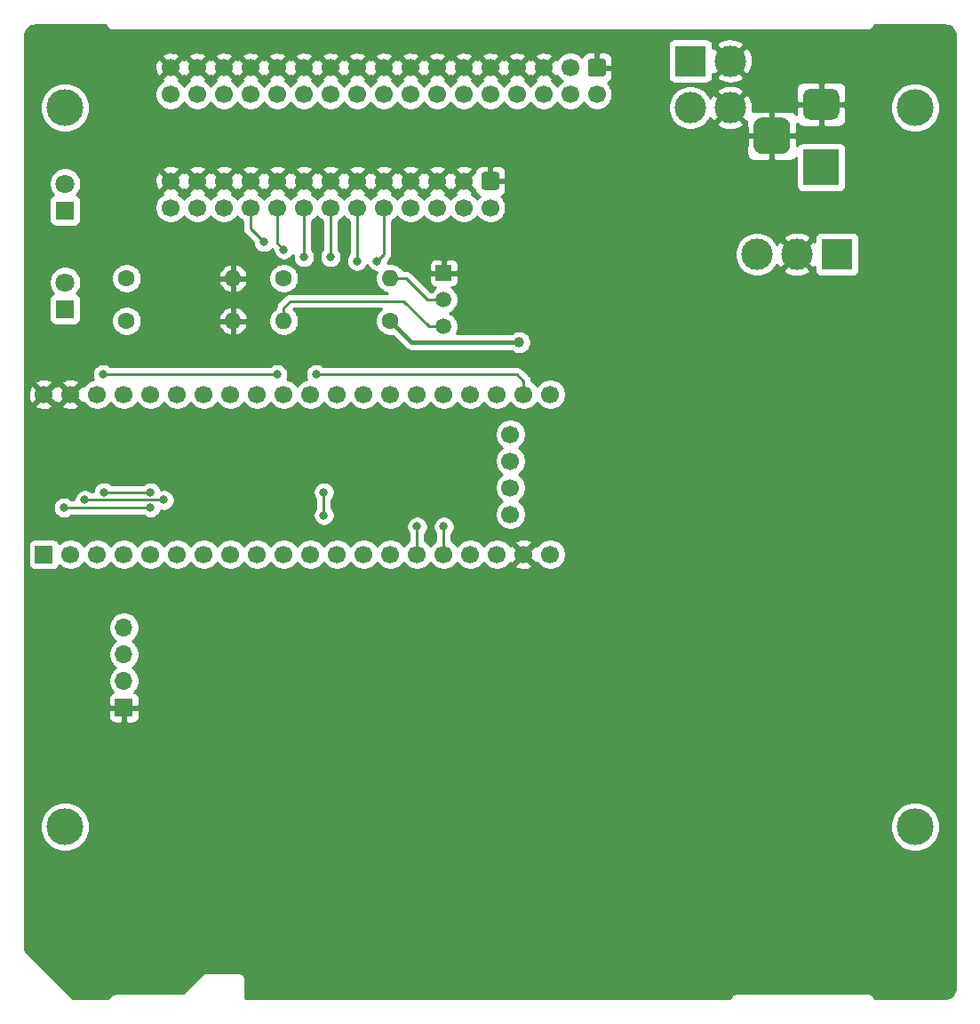
<source format=gbl>
G04 #@! TF.GenerationSoftware,KiCad,Pcbnew,(5.1.8)-1*
G04 #@! TF.CreationDate,2021-11-11T22:14:43+01:00*
G04 #@! TF.ProjectId,Greaseweazle,47726561-7365-4776-9561-7a6c652e6b69,rev?*
G04 #@! TF.SameCoordinates,Original*
G04 #@! TF.FileFunction,Copper,L2,Bot*
G04 #@! TF.FilePolarity,Positive*
%FSLAX46Y46*%
G04 Gerber Fmt 4.6, Leading zero omitted, Abs format (unit mm)*
G04 Created by KiCad (PCBNEW (5.1.8)-1) date 2021-11-11 22:14:43*
%MOMM*%
%LPD*%
G01*
G04 APERTURE LIST*
G04 #@! TA.AperFunction,ComponentPad*
%ADD10C,3.000000*%
G04 #@! TD*
G04 #@! TA.AperFunction,ComponentPad*
%ADD11R,3.000000X3.000000*%
G04 #@! TD*
G04 #@! TA.AperFunction,ComponentPad*
%ADD12C,1.700000*%
G04 #@! TD*
G04 #@! TA.AperFunction,ComponentPad*
%ADD13R,3.500000X3.500000*%
G04 #@! TD*
G04 #@! TA.AperFunction,ComponentPad*
%ADD14C,3.500000*%
G04 #@! TD*
G04 #@! TA.AperFunction,ComponentPad*
%ADD15R,1.800000X1.800000*%
G04 #@! TD*
G04 #@! TA.AperFunction,ComponentPad*
%ADD16C,1.800000*%
G04 #@! TD*
G04 #@! TA.AperFunction,ComponentPad*
%ADD17O,1.600000X1.600000*%
G04 #@! TD*
G04 #@! TA.AperFunction,ComponentPad*
%ADD18C,1.600000*%
G04 #@! TD*
G04 #@! TA.AperFunction,ComponentPad*
%ADD19R,1.700000X1.700000*%
G04 #@! TD*
G04 #@! TA.AperFunction,ComponentPad*
%ADD20O,1.700000X1.700000*%
G04 #@! TD*
G04 #@! TA.AperFunction,ComponentPad*
%ADD21C,1.500000*%
G04 #@! TD*
G04 #@! TA.AperFunction,ComponentPad*
%ADD22R,1.500000X1.500000*%
G04 #@! TD*
G04 #@! TA.AperFunction,ViaPad*
%ADD23C,0.800000*%
G04 #@! TD*
G04 #@! TA.AperFunction,ViaPad*
%ADD24C,1.000000*%
G04 #@! TD*
G04 #@! TA.AperFunction,Conductor*
%ADD25C,0.250000*%
G04 #@! TD*
G04 #@! TA.AperFunction,Conductor*
%ADD26C,0.381000*%
G04 #@! TD*
G04 #@! TA.AperFunction,Conductor*
%ADD27C,0.254000*%
G04 #@! TD*
G04 #@! TA.AperFunction,Conductor*
%ADD28C,0.100000*%
G04 #@! TD*
G04 APERTURE END LIST*
D10*
X175895000Y-63500000D03*
D11*
X172085000Y-59055000D03*
D10*
X172085000Y-63500000D03*
X175895000Y-59055000D03*
G04 #@! TA.AperFunction,ComponentPad*
G36*
G01*
X162595000Y-58840000D02*
X163795000Y-58840000D01*
G75*
G02*
X164045000Y-59090000I0J-250000D01*
G01*
X164045000Y-60290000D01*
G75*
G02*
X163795000Y-60540000I-250000J0D01*
G01*
X162595000Y-60540000D01*
G75*
G02*
X162345000Y-60290000I0J250000D01*
G01*
X162345000Y-59090000D01*
G75*
G02*
X162595000Y-58840000I250000J0D01*
G01*
G37*
G04 #@! TD.AperFunction*
D12*
X160655000Y-59690000D03*
X158115000Y-59690000D03*
X155575000Y-59690000D03*
X153035000Y-59690000D03*
X150495000Y-59690000D03*
X147955000Y-59690000D03*
X145415000Y-59690000D03*
X142875000Y-59690000D03*
X140335000Y-59690000D03*
X137795000Y-59690000D03*
X135255000Y-59690000D03*
X132715000Y-59690000D03*
X130175000Y-59690000D03*
X127635000Y-59690000D03*
X125095000Y-59690000D03*
X122555000Y-59690000D03*
X163195000Y-62230000D03*
X160655000Y-62230000D03*
X158115000Y-62230000D03*
X155575000Y-62230000D03*
X153035000Y-62230000D03*
X150495000Y-62230000D03*
X147955000Y-62230000D03*
X145415000Y-62230000D03*
X142875000Y-62230000D03*
X140335000Y-62230000D03*
X137795000Y-62230000D03*
X135255000Y-62230000D03*
X132715000Y-62230000D03*
X130175000Y-62230000D03*
X127635000Y-62230000D03*
X125095000Y-62230000D03*
X122555000Y-62230000D03*
D13*
X184556400Y-69189600D03*
G04 #@! TA.AperFunction,ComponentPad*
G36*
G01*
X183556400Y-61689600D02*
X185556400Y-61689600D01*
G75*
G02*
X186306400Y-62439600I0J-750000D01*
G01*
X186306400Y-63939600D01*
G75*
G02*
X185556400Y-64689600I-750000J0D01*
G01*
X183556400Y-64689600D01*
G75*
G02*
X182806400Y-63939600I0J750000D01*
G01*
X182806400Y-62439600D01*
G75*
G02*
X183556400Y-61689600I750000J0D01*
G01*
G37*
G04 #@! TD.AperFunction*
G04 #@! TA.AperFunction,ComponentPad*
G36*
G01*
X178981400Y-64439600D02*
X180731400Y-64439600D01*
G75*
G02*
X181606400Y-65314600I0J-875000D01*
G01*
X181606400Y-67064600D01*
G75*
G02*
X180731400Y-67939600I-875000J0D01*
G01*
X178981400Y-67939600D01*
G75*
G02*
X178106400Y-67064600I0J875000D01*
G01*
X178106400Y-65314600D01*
G75*
G02*
X178981400Y-64439600I875000J0D01*
G01*
G37*
G04 #@! TD.AperFunction*
D14*
X112500000Y-132000000D03*
X193500000Y-132000000D03*
X193500000Y-63500000D03*
X112500000Y-63500000D03*
D15*
X112500000Y-73279000D03*
D16*
X112500000Y-70739000D03*
X112500000Y-80137000D03*
D15*
X112500000Y-82677000D03*
D11*
X186055000Y-77470000D03*
D10*
X178435000Y-77470000D03*
X182245000Y-77470000D03*
D17*
X128524000Y-79756000D03*
D18*
X118364000Y-79756000D03*
X118364000Y-83820000D03*
D17*
X128524000Y-83820000D03*
D12*
X154940000Y-102235000D03*
X154940000Y-99695000D03*
X154940000Y-97155000D03*
X154940000Y-94615000D03*
X110490000Y-90805000D03*
D19*
X110490000Y-106045000D03*
D12*
X113030000Y-90805000D03*
X113030000Y-106045000D03*
X115570000Y-90805000D03*
X115570000Y-106045000D03*
X118110000Y-90805000D03*
X118110000Y-106045000D03*
X120650000Y-90805000D03*
X120650000Y-106045000D03*
X123190000Y-90805000D03*
X123190000Y-106045000D03*
X125730000Y-90805000D03*
X125730000Y-106045000D03*
X128270000Y-90805000D03*
X128270000Y-106045000D03*
X130810000Y-90805000D03*
X130810000Y-106045000D03*
X133350000Y-90805000D03*
X133350000Y-106045000D03*
X135890000Y-90805000D03*
X135890000Y-106045000D03*
X138430000Y-90805000D03*
X138430000Y-106045000D03*
X140970000Y-90805000D03*
X140970000Y-106045000D03*
X143510000Y-90805000D03*
X143510000Y-106045000D03*
X146050000Y-90805000D03*
X146050000Y-106045000D03*
X148590000Y-90805000D03*
X148590000Y-106045000D03*
X151130000Y-90805000D03*
X151130000Y-106045000D03*
X153670000Y-90805000D03*
X153670000Y-106045000D03*
X156210000Y-90805000D03*
X156210000Y-106045000D03*
X158750000Y-90805000D03*
X158750000Y-106045000D03*
D19*
X118110000Y-120650000D03*
D20*
X118110000Y-118110000D03*
X118110000Y-115570000D03*
X118110000Y-113030000D03*
G04 #@! TA.AperFunction,ComponentPad*
G36*
G01*
X152435000Y-69635000D02*
X153635000Y-69635000D01*
G75*
G02*
X153885000Y-69885000I0J-250000D01*
G01*
X153885000Y-71085000D01*
G75*
G02*
X153635000Y-71335000I-250000J0D01*
G01*
X152435000Y-71335000D01*
G75*
G02*
X152185000Y-71085000I0J250000D01*
G01*
X152185000Y-69885000D01*
G75*
G02*
X152435000Y-69635000I250000J0D01*
G01*
G37*
G04 #@! TD.AperFunction*
D12*
X150495000Y-70485000D03*
X147955000Y-70485000D03*
X145415000Y-70485000D03*
X142875000Y-70485000D03*
X140335000Y-70485000D03*
X137795000Y-70485000D03*
X135255000Y-70485000D03*
X132715000Y-70485000D03*
X130175000Y-70485000D03*
X127635000Y-70485000D03*
X125095000Y-70485000D03*
X122555000Y-70485000D03*
X153035000Y-73025000D03*
X150495000Y-73025000D03*
X147955000Y-73025000D03*
X145415000Y-73025000D03*
X142875000Y-73025000D03*
X140335000Y-73025000D03*
X137795000Y-73025000D03*
X135255000Y-73025000D03*
X132715000Y-73025000D03*
X130175000Y-73025000D03*
X127635000Y-73025000D03*
X125095000Y-73025000D03*
X122555000Y-73025000D03*
D21*
X148590000Y-81788000D03*
X148590000Y-84328000D03*
D22*
X148590000Y-79248000D03*
D17*
X143510000Y-79756000D03*
D18*
X133350000Y-79756000D03*
X143510000Y-83820000D03*
D17*
X133350000Y-83820000D03*
D23*
X146050000Y-103415000D03*
X133350000Y-77015000D03*
X140335000Y-78105000D03*
X121920000Y-100875000D03*
X114390000Y-100875000D03*
X142240000Y-78105000D03*
X120650000Y-101600000D03*
X112395000Y-101600000D03*
X137795000Y-77740000D03*
X137160000Y-100150000D03*
X137160000Y-102325000D03*
X120650000Y-100150000D03*
X116205000Y-100150000D03*
X135255000Y-77740000D03*
X148590000Y-103415000D03*
X131445000Y-76290000D03*
D24*
X155765000Y-85852010D03*
D23*
X136435000Y-88900000D03*
X116115000Y-88900000D03*
X132715000Y-88900000D03*
D25*
X146050000Y-106045000D02*
X146050000Y-103415000D01*
X132715000Y-76380000D02*
X133350000Y-77015000D01*
X132715000Y-73025000D02*
X132715000Y-76380000D01*
X140335000Y-73025000D02*
X140335000Y-78105000D01*
X116205000Y-100875000D02*
X121920000Y-100875000D01*
X116205000Y-100875000D02*
X114390000Y-100875000D01*
X142875000Y-77470000D02*
X142240000Y-78105000D01*
X142875000Y-73025000D02*
X142875000Y-77470000D01*
X120650000Y-101600000D02*
X112395000Y-101600000D01*
X137795000Y-73025000D02*
X137795000Y-77740000D01*
X137160000Y-100150000D02*
X137160000Y-102325000D01*
X117385000Y-100150000D02*
X120650000Y-100150000D01*
X116205000Y-100150000D02*
X117385000Y-100150000D01*
X135255000Y-77740000D02*
X135255000Y-73025000D01*
X148590000Y-106045000D02*
X148590000Y-103415000D01*
X131445000Y-76290000D02*
X130175000Y-75020000D01*
X130175000Y-75020000D02*
X130175000Y-73025000D01*
D26*
X143510000Y-83820000D02*
X145542010Y-85852010D01*
X145542010Y-85852010D02*
X155765000Y-85852010D01*
D25*
X156210000Y-90805000D02*
X156210000Y-90170000D01*
X156210000Y-90805000D02*
X156210000Y-89535000D01*
X155575000Y-88900000D02*
X136435000Y-88900000D01*
X156210000Y-89535000D02*
X155575000Y-88900000D01*
X130810000Y-88900000D02*
X116115000Y-88900000D01*
X132715000Y-88900000D02*
X130810000Y-88900000D01*
X148590000Y-84328000D02*
X147193000Y-84328000D01*
X147193000Y-84328000D02*
X144780000Y-81915000D01*
X144780000Y-81915000D02*
X133985000Y-81915000D01*
X133350000Y-82550000D02*
X133350000Y-83820000D01*
X133985000Y-81915000D02*
X133350000Y-82550000D01*
X143510000Y-79756000D02*
X145034000Y-79756000D01*
X147066000Y-81788000D02*
X148590000Y-81788000D01*
X145034000Y-79756000D02*
X147066000Y-81788000D01*
D27*
X116387290Y-55753793D02*
X116448575Y-55868450D01*
X116531052Y-55968948D01*
X116631550Y-56051425D01*
X116746207Y-56112710D01*
X116870617Y-56150450D01*
X116967581Y-56160000D01*
X189032419Y-56160000D01*
X189129383Y-56150450D01*
X189253793Y-56112710D01*
X189368450Y-56051425D01*
X189468948Y-55968948D01*
X189551425Y-55868450D01*
X189612710Y-55753793D01*
X189641162Y-55660000D01*
X196267722Y-55660000D01*
X196501387Y-55682911D01*
X196695106Y-55741398D01*
X196873777Y-55836399D01*
X197030591Y-55964294D01*
X197159574Y-56120208D01*
X197255821Y-56298214D01*
X197315658Y-56491516D01*
X197340000Y-56723109D01*
X197340001Y-147267712D01*
X197317089Y-147501386D01*
X197258601Y-147695110D01*
X197163601Y-147873776D01*
X197035706Y-148030592D01*
X196879795Y-148159573D01*
X196701786Y-148255821D01*
X196508484Y-148315658D01*
X196276892Y-148340000D01*
X189641162Y-148340000D01*
X189612710Y-148246207D01*
X189551425Y-148131550D01*
X189468948Y-148031052D01*
X189368450Y-147948575D01*
X189253793Y-147887290D01*
X189129383Y-147849550D01*
X189032785Y-147840036D01*
X189000000Y-147836807D01*
X188967581Y-147840000D01*
X176532419Y-147840000D01*
X176500000Y-147836807D01*
X176467215Y-147840036D01*
X176370617Y-147849550D01*
X176246207Y-147887290D01*
X176131550Y-147948575D01*
X176031052Y-148031052D01*
X175948575Y-148131550D01*
X175887290Y-148246207D01*
X175858838Y-148340000D01*
X129660000Y-148340000D01*
X129660000Y-146532419D01*
X129663193Y-146500000D01*
X129650450Y-146370617D01*
X129612710Y-146246207D01*
X129551425Y-146131550D01*
X129468948Y-146031052D01*
X129368450Y-145948575D01*
X129253793Y-145887290D01*
X129129383Y-145849550D01*
X129032419Y-145840000D01*
X129000000Y-145836807D01*
X128967581Y-145840000D01*
X126032408Y-145840000D01*
X125999999Y-145836808D01*
X125967590Y-145840000D01*
X125967581Y-145840000D01*
X125870617Y-145849550D01*
X125746207Y-145887290D01*
X125631549Y-145948575D01*
X125556233Y-146010386D01*
X125531052Y-146031052D01*
X125510388Y-146056231D01*
X123726620Y-147840000D01*
X117467581Y-147840000D01*
X117439671Y-147842749D01*
X117436693Y-147842728D01*
X117427522Y-147843627D01*
X117379360Y-147848689D01*
X117370617Y-147849550D01*
X117370325Y-147849638D01*
X117330473Y-147853827D01*
X117271854Y-147865860D01*
X117213116Y-147877064D01*
X117204294Y-147879728D01*
X117111075Y-147908584D01*
X117055937Y-147931762D01*
X117000463Y-147954175D01*
X116992334Y-147958498D01*
X116992330Y-147958500D01*
X116992327Y-147958502D01*
X116906489Y-148004915D01*
X116856913Y-148038355D01*
X116806844Y-148071119D01*
X116799703Y-148076943D01*
X116724514Y-148139145D01*
X116682361Y-148181594D01*
X116639629Y-148223439D01*
X116633755Y-148230540D01*
X116572079Y-148306161D01*
X116549596Y-148340000D01*
X113273381Y-148340000D01*
X108660000Y-143726620D01*
X108660000Y-131765098D01*
X110115000Y-131765098D01*
X110115000Y-132234902D01*
X110206654Y-132695679D01*
X110386440Y-133129721D01*
X110647450Y-133520349D01*
X110979651Y-133852550D01*
X111370279Y-134113560D01*
X111804321Y-134293346D01*
X112265098Y-134385000D01*
X112734902Y-134385000D01*
X113195679Y-134293346D01*
X113629721Y-134113560D01*
X114020349Y-133852550D01*
X114352550Y-133520349D01*
X114613560Y-133129721D01*
X114793346Y-132695679D01*
X114885000Y-132234902D01*
X114885000Y-131765098D01*
X191115000Y-131765098D01*
X191115000Y-132234902D01*
X191206654Y-132695679D01*
X191386440Y-133129721D01*
X191647450Y-133520349D01*
X191979651Y-133852550D01*
X192370279Y-134113560D01*
X192804321Y-134293346D01*
X193265098Y-134385000D01*
X193734902Y-134385000D01*
X194195679Y-134293346D01*
X194629721Y-134113560D01*
X195020349Y-133852550D01*
X195352550Y-133520349D01*
X195613560Y-133129721D01*
X195793346Y-132695679D01*
X195885000Y-132234902D01*
X195885000Y-131765098D01*
X195793346Y-131304321D01*
X195613560Y-130870279D01*
X195352550Y-130479651D01*
X195020349Y-130147450D01*
X194629721Y-129886440D01*
X194195679Y-129706654D01*
X193734902Y-129615000D01*
X193265098Y-129615000D01*
X192804321Y-129706654D01*
X192370279Y-129886440D01*
X191979651Y-130147450D01*
X191647450Y-130479651D01*
X191386440Y-130870279D01*
X191206654Y-131304321D01*
X191115000Y-131765098D01*
X114885000Y-131765098D01*
X114793346Y-131304321D01*
X114613560Y-130870279D01*
X114352550Y-130479651D01*
X114020349Y-130147450D01*
X113629721Y-129886440D01*
X113195679Y-129706654D01*
X112734902Y-129615000D01*
X112265098Y-129615000D01*
X111804321Y-129706654D01*
X111370279Y-129886440D01*
X110979651Y-130147450D01*
X110647450Y-130479651D01*
X110386440Y-130870279D01*
X110206654Y-131304321D01*
X110115000Y-131765098D01*
X108660000Y-131765098D01*
X108660000Y-121500000D01*
X116621928Y-121500000D01*
X116634188Y-121624482D01*
X116670498Y-121744180D01*
X116729463Y-121854494D01*
X116808815Y-121951185D01*
X116905506Y-122030537D01*
X117015820Y-122089502D01*
X117135518Y-122125812D01*
X117260000Y-122138072D01*
X117824250Y-122135000D01*
X117983000Y-121976250D01*
X117983000Y-120777000D01*
X118237000Y-120777000D01*
X118237000Y-121976250D01*
X118395750Y-122135000D01*
X118960000Y-122138072D01*
X119084482Y-122125812D01*
X119204180Y-122089502D01*
X119314494Y-122030537D01*
X119411185Y-121951185D01*
X119490537Y-121854494D01*
X119549502Y-121744180D01*
X119585812Y-121624482D01*
X119598072Y-121500000D01*
X119595000Y-120935750D01*
X119436250Y-120777000D01*
X118237000Y-120777000D01*
X117983000Y-120777000D01*
X116783750Y-120777000D01*
X116625000Y-120935750D01*
X116621928Y-121500000D01*
X108660000Y-121500000D01*
X108660000Y-119800000D01*
X116621928Y-119800000D01*
X116625000Y-120364250D01*
X116783750Y-120523000D01*
X117983000Y-120523000D01*
X117983000Y-120503000D01*
X118237000Y-120503000D01*
X118237000Y-120523000D01*
X119436250Y-120523000D01*
X119595000Y-120364250D01*
X119598072Y-119800000D01*
X119585812Y-119675518D01*
X119549502Y-119555820D01*
X119490537Y-119445506D01*
X119411185Y-119348815D01*
X119314494Y-119269463D01*
X119204180Y-119210498D01*
X119131620Y-119188487D01*
X119263475Y-119056632D01*
X119425990Y-118813411D01*
X119537932Y-118543158D01*
X119595000Y-118256260D01*
X119595000Y-117963740D01*
X119537932Y-117676842D01*
X119425990Y-117406589D01*
X119263475Y-117163368D01*
X119056632Y-116956525D01*
X118882240Y-116840000D01*
X119056632Y-116723475D01*
X119263475Y-116516632D01*
X119425990Y-116273411D01*
X119537932Y-116003158D01*
X119595000Y-115716260D01*
X119595000Y-115423740D01*
X119537932Y-115136842D01*
X119425990Y-114866589D01*
X119263475Y-114623368D01*
X119056632Y-114416525D01*
X118882240Y-114300000D01*
X119056632Y-114183475D01*
X119263475Y-113976632D01*
X119425990Y-113733411D01*
X119537932Y-113463158D01*
X119595000Y-113176260D01*
X119595000Y-112883740D01*
X119537932Y-112596842D01*
X119425990Y-112326589D01*
X119263475Y-112083368D01*
X119056632Y-111876525D01*
X118813411Y-111714010D01*
X118543158Y-111602068D01*
X118256260Y-111545000D01*
X117963740Y-111545000D01*
X117676842Y-111602068D01*
X117406589Y-111714010D01*
X117163368Y-111876525D01*
X116956525Y-112083368D01*
X116794010Y-112326589D01*
X116682068Y-112596842D01*
X116625000Y-112883740D01*
X116625000Y-113176260D01*
X116682068Y-113463158D01*
X116794010Y-113733411D01*
X116956525Y-113976632D01*
X117163368Y-114183475D01*
X117337760Y-114300000D01*
X117163368Y-114416525D01*
X116956525Y-114623368D01*
X116794010Y-114866589D01*
X116682068Y-115136842D01*
X116625000Y-115423740D01*
X116625000Y-115716260D01*
X116682068Y-116003158D01*
X116794010Y-116273411D01*
X116956525Y-116516632D01*
X117163368Y-116723475D01*
X117337760Y-116840000D01*
X117163368Y-116956525D01*
X116956525Y-117163368D01*
X116794010Y-117406589D01*
X116682068Y-117676842D01*
X116625000Y-117963740D01*
X116625000Y-118256260D01*
X116682068Y-118543158D01*
X116794010Y-118813411D01*
X116956525Y-119056632D01*
X117088380Y-119188487D01*
X117015820Y-119210498D01*
X116905506Y-119269463D01*
X116808815Y-119348815D01*
X116729463Y-119445506D01*
X116670498Y-119555820D01*
X116634188Y-119675518D01*
X116621928Y-119800000D01*
X108660000Y-119800000D01*
X108660000Y-105195000D01*
X109001928Y-105195000D01*
X109001928Y-106895000D01*
X109014188Y-107019482D01*
X109050498Y-107139180D01*
X109109463Y-107249494D01*
X109188815Y-107346185D01*
X109285506Y-107425537D01*
X109395820Y-107484502D01*
X109515518Y-107520812D01*
X109640000Y-107533072D01*
X111340000Y-107533072D01*
X111464482Y-107520812D01*
X111584180Y-107484502D01*
X111694494Y-107425537D01*
X111791185Y-107346185D01*
X111870537Y-107249494D01*
X111929502Y-107139180D01*
X111951513Y-107066620D01*
X112083368Y-107198475D01*
X112326589Y-107360990D01*
X112596842Y-107472932D01*
X112883740Y-107530000D01*
X113176260Y-107530000D01*
X113463158Y-107472932D01*
X113733411Y-107360990D01*
X113976632Y-107198475D01*
X114183475Y-106991632D01*
X114300000Y-106817240D01*
X114416525Y-106991632D01*
X114623368Y-107198475D01*
X114866589Y-107360990D01*
X115136842Y-107472932D01*
X115423740Y-107530000D01*
X115716260Y-107530000D01*
X116003158Y-107472932D01*
X116273411Y-107360990D01*
X116516632Y-107198475D01*
X116723475Y-106991632D01*
X116840000Y-106817240D01*
X116956525Y-106991632D01*
X117163368Y-107198475D01*
X117406589Y-107360990D01*
X117676842Y-107472932D01*
X117963740Y-107530000D01*
X118256260Y-107530000D01*
X118543158Y-107472932D01*
X118813411Y-107360990D01*
X119056632Y-107198475D01*
X119263475Y-106991632D01*
X119380000Y-106817240D01*
X119496525Y-106991632D01*
X119703368Y-107198475D01*
X119946589Y-107360990D01*
X120216842Y-107472932D01*
X120503740Y-107530000D01*
X120796260Y-107530000D01*
X121083158Y-107472932D01*
X121353411Y-107360990D01*
X121596632Y-107198475D01*
X121803475Y-106991632D01*
X121920000Y-106817240D01*
X122036525Y-106991632D01*
X122243368Y-107198475D01*
X122486589Y-107360990D01*
X122756842Y-107472932D01*
X123043740Y-107530000D01*
X123336260Y-107530000D01*
X123623158Y-107472932D01*
X123893411Y-107360990D01*
X124136632Y-107198475D01*
X124343475Y-106991632D01*
X124460000Y-106817240D01*
X124576525Y-106991632D01*
X124783368Y-107198475D01*
X125026589Y-107360990D01*
X125296842Y-107472932D01*
X125583740Y-107530000D01*
X125876260Y-107530000D01*
X126163158Y-107472932D01*
X126433411Y-107360990D01*
X126676632Y-107198475D01*
X126883475Y-106991632D01*
X127000000Y-106817240D01*
X127116525Y-106991632D01*
X127323368Y-107198475D01*
X127566589Y-107360990D01*
X127836842Y-107472932D01*
X128123740Y-107530000D01*
X128416260Y-107530000D01*
X128703158Y-107472932D01*
X128973411Y-107360990D01*
X129216632Y-107198475D01*
X129423475Y-106991632D01*
X129540000Y-106817240D01*
X129656525Y-106991632D01*
X129863368Y-107198475D01*
X130106589Y-107360990D01*
X130376842Y-107472932D01*
X130663740Y-107530000D01*
X130956260Y-107530000D01*
X131243158Y-107472932D01*
X131513411Y-107360990D01*
X131756632Y-107198475D01*
X131963475Y-106991632D01*
X132080000Y-106817240D01*
X132196525Y-106991632D01*
X132403368Y-107198475D01*
X132646589Y-107360990D01*
X132916842Y-107472932D01*
X133203740Y-107530000D01*
X133496260Y-107530000D01*
X133783158Y-107472932D01*
X134053411Y-107360990D01*
X134296632Y-107198475D01*
X134503475Y-106991632D01*
X134620000Y-106817240D01*
X134736525Y-106991632D01*
X134943368Y-107198475D01*
X135186589Y-107360990D01*
X135456842Y-107472932D01*
X135743740Y-107530000D01*
X136036260Y-107530000D01*
X136323158Y-107472932D01*
X136593411Y-107360990D01*
X136836632Y-107198475D01*
X137043475Y-106991632D01*
X137160000Y-106817240D01*
X137276525Y-106991632D01*
X137483368Y-107198475D01*
X137726589Y-107360990D01*
X137996842Y-107472932D01*
X138283740Y-107530000D01*
X138576260Y-107530000D01*
X138863158Y-107472932D01*
X139133411Y-107360990D01*
X139376632Y-107198475D01*
X139583475Y-106991632D01*
X139700000Y-106817240D01*
X139816525Y-106991632D01*
X140023368Y-107198475D01*
X140266589Y-107360990D01*
X140536842Y-107472932D01*
X140823740Y-107530000D01*
X141116260Y-107530000D01*
X141403158Y-107472932D01*
X141673411Y-107360990D01*
X141916632Y-107198475D01*
X142123475Y-106991632D01*
X142240000Y-106817240D01*
X142356525Y-106991632D01*
X142563368Y-107198475D01*
X142806589Y-107360990D01*
X143076842Y-107472932D01*
X143363740Y-107530000D01*
X143656260Y-107530000D01*
X143943158Y-107472932D01*
X144213411Y-107360990D01*
X144456632Y-107198475D01*
X144663475Y-106991632D01*
X144780000Y-106817240D01*
X144896525Y-106991632D01*
X145103368Y-107198475D01*
X145346589Y-107360990D01*
X145616842Y-107472932D01*
X145903740Y-107530000D01*
X146196260Y-107530000D01*
X146483158Y-107472932D01*
X146753411Y-107360990D01*
X146996632Y-107198475D01*
X147203475Y-106991632D01*
X147320000Y-106817240D01*
X147436525Y-106991632D01*
X147643368Y-107198475D01*
X147886589Y-107360990D01*
X148156842Y-107472932D01*
X148443740Y-107530000D01*
X148736260Y-107530000D01*
X149023158Y-107472932D01*
X149293411Y-107360990D01*
X149536632Y-107198475D01*
X149743475Y-106991632D01*
X149860000Y-106817240D01*
X149976525Y-106991632D01*
X150183368Y-107198475D01*
X150426589Y-107360990D01*
X150696842Y-107472932D01*
X150983740Y-107530000D01*
X151276260Y-107530000D01*
X151563158Y-107472932D01*
X151833411Y-107360990D01*
X152076632Y-107198475D01*
X152283475Y-106991632D01*
X152400000Y-106817240D01*
X152516525Y-106991632D01*
X152723368Y-107198475D01*
X152966589Y-107360990D01*
X153236842Y-107472932D01*
X153523740Y-107530000D01*
X153816260Y-107530000D01*
X154103158Y-107472932D01*
X154373411Y-107360990D01*
X154616632Y-107198475D01*
X154741710Y-107073397D01*
X155361208Y-107073397D01*
X155438843Y-107322472D01*
X155702883Y-107448371D01*
X155986411Y-107520339D01*
X156278531Y-107535611D01*
X156568019Y-107493599D01*
X156843747Y-107395919D01*
X156981157Y-107322472D01*
X157058792Y-107073397D01*
X156210000Y-106224605D01*
X155361208Y-107073397D01*
X154741710Y-107073397D01*
X154823475Y-106991632D01*
X154939311Y-106818271D01*
X155181603Y-106893792D01*
X156030395Y-106045000D01*
X156389605Y-106045000D01*
X157238397Y-106893792D01*
X157480689Y-106818271D01*
X157596525Y-106991632D01*
X157803368Y-107198475D01*
X158046589Y-107360990D01*
X158316842Y-107472932D01*
X158603740Y-107530000D01*
X158896260Y-107530000D01*
X159183158Y-107472932D01*
X159453411Y-107360990D01*
X159696632Y-107198475D01*
X159903475Y-106991632D01*
X160065990Y-106748411D01*
X160177932Y-106478158D01*
X160235000Y-106191260D01*
X160235000Y-105898740D01*
X160177932Y-105611842D01*
X160065990Y-105341589D01*
X159903475Y-105098368D01*
X159696632Y-104891525D01*
X159453411Y-104729010D01*
X159183158Y-104617068D01*
X158896260Y-104560000D01*
X158603740Y-104560000D01*
X158316842Y-104617068D01*
X158046589Y-104729010D01*
X157803368Y-104891525D01*
X157596525Y-105098368D01*
X157480689Y-105271729D01*
X157238397Y-105196208D01*
X156389605Y-106045000D01*
X156030395Y-106045000D01*
X155181603Y-105196208D01*
X154939311Y-105271729D01*
X154823475Y-105098368D01*
X154741710Y-105016603D01*
X155361208Y-105016603D01*
X156210000Y-105865395D01*
X157058792Y-105016603D01*
X156981157Y-104767528D01*
X156717117Y-104641629D01*
X156433589Y-104569661D01*
X156141469Y-104554389D01*
X155851981Y-104596401D01*
X155576253Y-104694081D01*
X155438843Y-104767528D01*
X155361208Y-105016603D01*
X154741710Y-105016603D01*
X154616632Y-104891525D01*
X154373411Y-104729010D01*
X154103158Y-104617068D01*
X153816260Y-104560000D01*
X153523740Y-104560000D01*
X153236842Y-104617068D01*
X152966589Y-104729010D01*
X152723368Y-104891525D01*
X152516525Y-105098368D01*
X152400000Y-105272760D01*
X152283475Y-105098368D01*
X152076632Y-104891525D01*
X151833411Y-104729010D01*
X151563158Y-104617068D01*
X151276260Y-104560000D01*
X150983740Y-104560000D01*
X150696842Y-104617068D01*
X150426589Y-104729010D01*
X150183368Y-104891525D01*
X149976525Y-105098368D01*
X149860000Y-105272760D01*
X149743475Y-105098368D01*
X149536632Y-104891525D01*
X149350000Y-104766822D01*
X149350000Y-104118711D01*
X149393937Y-104074774D01*
X149507205Y-103905256D01*
X149585226Y-103716898D01*
X149625000Y-103516939D01*
X149625000Y-103313061D01*
X149585226Y-103113102D01*
X149507205Y-102924744D01*
X149393937Y-102755226D01*
X149249774Y-102611063D01*
X149080256Y-102497795D01*
X148891898Y-102419774D01*
X148691939Y-102380000D01*
X148488061Y-102380000D01*
X148288102Y-102419774D01*
X148099744Y-102497795D01*
X147930226Y-102611063D01*
X147786063Y-102755226D01*
X147672795Y-102924744D01*
X147594774Y-103113102D01*
X147555000Y-103313061D01*
X147555000Y-103516939D01*
X147594774Y-103716898D01*
X147672795Y-103905256D01*
X147786063Y-104074774D01*
X147830001Y-104118712D01*
X147830000Y-104766821D01*
X147643368Y-104891525D01*
X147436525Y-105098368D01*
X147320000Y-105272760D01*
X147203475Y-105098368D01*
X146996632Y-104891525D01*
X146810000Y-104766822D01*
X146810000Y-104118711D01*
X146853937Y-104074774D01*
X146967205Y-103905256D01*
X147045226Y-103716898D01*
X147085000Y-103516939D01*
X147085000Y-103313061D01*
X147045226Y-103113102D01*
X146967205Y-102924744D01*
X146853937Y-102755226D01*
X146709774Y-102611063D01*
X146540256Y-102497795D01*
X146351898Y-102419774D01*
X146151939Y-102380000D01*
X145948061Y-102380000D01*
X145748102Y-102419774D01*
X145559744Y-102497795D01*
X145390226Y-102611063D01*
X145246063Y-102755226D01*
X145132795Y-102924744D01*
X145054774Y-103113102D01*
X145015000Y-103313061D01*
X145015000Y-103516939D01*
X145054774Y-103716898D01*
X145132795Y-103905256D01*
X145246063Y-104074774D01*
X145290001Y-104118712D01*
X145290000Y-104766821D01*
X145103368Y-104891525D01*
X144896525Y-105098368D01*
X144780000Y-105272760D01*
X144663475Y-105098368D01*
X144456632Y-104891525D01*
X144213411Y-104729010D01*
X143943158Y-104617068D01*
X143656260Y-104560000D01*
X143363740Y-104560000D01*
X143076842Y-104617068D01*
X142806589Y-104729010D01*
X142563368Y-104891525D01*
X142356525Y-105098368D01*
X142240000Y-105272760D01*
X142123475Y-105098368D01*
X141916632Y-104891525D01*
X141673411Y-104729010D01*
X141403158Y-104617068D01*
X141116260Y-104560000D01*
X140823740Y-104560000D01*
X140536842Y-104617068D01*
X140266589Y-104729010D01*
X140023368Y-104891525D01*
X139816525Y-105098368D01*
X139700000Y-105272760D01*
X139583475Y-105098368D01*
X139376632Y-104891525D01*
X139133411Y-104729010D01*
X138863158Y-104617068D01*
X138576260Y-104560000D01*
X138283740Y-104560000D01*
X137996842Y-104617068D01*
X137726589Y-104729010D01*
X137483368Y-104891525D01*
X137276525Y-105098368D01*
X137160000Y-105272760D01*
X137043475Y-105098368D01*
X136836632Y-104891525D01*
X136593411Y-104729010D01*
X136323158Y-104617068D01*
X136036260Y-104560000D01*
X135743740Y-104560000D01*
X135456842Y-104617068D01*
X135186589Y-104729010D01*
X134943368Y-104891525D01*
X134736525Y-105098368D01*
X134620000Y-105272760D01*
X134503475Y-105098368D01*
X134296632Y-104891525D01*
X134053411Y-104729010D01*
X133783158Y-104617068D01*
X133496260Y-104560000D01*
X133203740Y-104560000D01*
X132916842Y-104617068D01*
X132646589Y-104729010D01*
X132403368Y-104891525D01*
X132196525Y-105098368D01*
X132080000Y-105272760D01*
X131963475Y-105098368D01*
X131756632Y-104891525D01*
X131513411Y-104729010D01*
X131243158Y-104617068D01*
X130956260Y-104560000D01*
X130663740Y-104560000D01*
X130376842Y-104617068D01*
X130106589Y-104729010D01*
X129863368Y-104891525D01*
X129656525Y-105098368D01*
X129540000Y-105272760D01*
X129423475Y-105098368D01*
X129216632Y-104891525D01*
X128973411Y-104729010D01*
X128703158Y-104617068D01*
X128416260Y-104560000D01*
X128123740Y-104560000D01*
X127836842Y-104617068D01*
X127566589Y-104729010D01*
X127323368Y-104891525D01*
X127116525Y-105098368D01*
X127000000Y-105272760D01*
X126883475Y-105098368D01*
X126676632Y-104891525D01*
X126433411Y-104729010D01*
X126163158Y-104617068D01*
X125876260Y-104560000D01*
X125583740Y-104560000D01*
X125296842Y-104617068D01*
X125026589Y-104729010D01*
X124783368Y-104891525D01*
X124576525Y-105098368D01*
X124460000Y-105272760D01*
X124343475Y-105098368D01*
X124136632Y-104891525D01*
X123893411Y-104729010D01*
X123623158Y-104617068D01*
X123336260Y-104560000D01*
X123043740Y-104560000D01*
X122756842Y-104617068D01*
X122486589Y-104729010D01*
X122243368Y-104891525D01*
X122036525Y-105098368D01*
X121920000Y-105272760D01*
X121803475Y-105098368D01*
X121596632Y-104891525D01*
X121353411Y-104729010D01*
X121083158Y-104617068D01*
X120796260Y-104560000D01*
X120503740Y-104560000D01*
X120216842Y-104617068D01*
X119946589Y-104729010D01*
X119703368Y-104891525D01*
X119496525Y-105098368D01*
X119380000Y-105272760D01*
X119263475Y-105098368D01*
X119056632Y-104891525D01*
X118813411Y-104729010D01*
X118543158Y-104617068D01*
X118256260Y-104560000D01*
X117963740Y-104560000D01*
X117676842Y-104617068D01*
X117406589Y-104729010D01*
X117163368Y-104891525D01*
X116956525Y-105098368D01*
X116840000Y-105272760D01*
X116723475Y-105098368D01*
X116516632Y-104891525D01*
X116273411Y-104729010D01*
X116003158Y-104617068D01*
X115716260Y-104560000D01*
X115423740Y-104560000D01*
X115136842Y-104617068D01*
X114866589Y-104729010D01*
X114623368Y-104891525D01*
X114416525Y-105098368D01*
X114300000Y-105272760D01*
X114183475Y-105098368D01*
X113976632Y-104891525D01*
X113733411Y-104729010D01*
X113463158Y-104617068D01*
X113176260Y-104560000D01*
X112883740Y-104560000D01*
X112596842Y-104617068D01*
X112326589Y-104729010D01*
X112083368Y-104891525D01*
X111951513Y-105023380D01*
X111929502Y-104950820D01*
X111870537Y-104840506D01*
X111791185Y-104743815D01*
X111694494Y-104664463D01*
X111584180Y-104605498D01*
X111464482Y-104569188D01*
X111340000Y-104556928D01*
X109640000Y-104556928D01*
X109515518Y-104569188D01*
X109395820Y-104605498D01*
X109285506Y-104664463D01*
X109188815Y-104743815D01*
X109109463Y-104840506D01*
X109050498Y-104950820D01*
X109014188Y-105070518D01*
X109001928Y-105195000D01*
X108660000Y-105195000D01*
X108660000Y-101498061D01*
X111360000Y-101498061D01*
X111360000Y-101701939D01*
X111399774Y-101901898D01*
X111477795Y-102090256D01*
X111591063Y-102259774D01*
X111735226Y-102403937D01*
X111904744Y-102517205D01*
X112093102Y-102595226D01*
X112293061Y-102635000D01*
X112496939Y-102635000D01*
X112696898Y-102595226D01*
X112885256Y-102517205D01*
X113054774Y-102403937D01*
X113098711Y-102360000D01*
X119946289Y-102360000D01*
X119990226Y-102403937D01*
X120159744Y-102517205D01*
X120348102Y-102595226D01*
X120548061Y-102635000D01*
X120751939Y-102635000D01*
X120951898Y-102595226D01*
X121140256Y-102517205D01*
X121309774Y-102403937D01*
X121453937Y-102259774D01*
X121567205Y-102090256D01*
X121645226Y-101901898D01*
X121650254Y-101876621D01*
X121818061Y-101910000D01*
X122021939Y-101910000D01*
X122221898Y-101870226D01*
X122410256Y-101792205D01*
X122579774Y-101678937D01*
X122723937Y-101534774D01*
X122837205Y-101365256D01*
X122915226Y-101176898D01*
X122955000Y-100976939D01*
X122955000Y-100773061D01*
X122915226Y-100573102D01*
X122837205Y-100384744D01*
X122723937Y-100215226D01*
X122579774Y-100071063D01*
X122545349Y-100048061D01*
X136125000Y-100048061D01*
X136125000Y-100251939D01*
X136164774Y-100451898D01*
X136242795Y-100640256D01*
X136356063Y-100809774D01*
X136400000Y-100853711D01*
X136400001Y-101621288D01*
X136356063Y-101665226D01*
X136242795Y-101834744D01*
X136164774Y-102023102D01*
X136125000Y-102223061D01*
X136125000Y-102426939D01*
X136164774Y-102626898D01*
X136242795Y-102815256D01*
X136356063Y-102984774D01*
X136500226Y-103128937D01*
X136669744Y-103242205D01*
X136858102Y-103320226D01*
X137058061Y-103360000D01*
X137261939Y-103360000D01*
X137461898Y-103320226D01*
X137650256Y-103242205D01*
X137819774Y-103128937D01*
X137963937Y-102984774D01*
X138077205Y-102815256D01*
X138155226Y-102626898D01*
X138195000Y-102426939D01*
X138195000Y-102223061D01*
X138155226Y-102023102D01*
X138077205Y-101834744D01*
X137963937Y-101665226D01*
X137920000Y-101621289D01*
X137920000Y-100853711D01*
X137963937Y-100809774D01*
X138077205Y-100640256D01*
X138155226Y-100451898D01*
X138195000Y-100251939D01*
X138195000Y-100048061D01*
X138155226Y-99848102D01*
X138077205Y-99659744D01*
X137963937Y-99490226D01*
X137819774Y-99346063D01*
X137650256Y-99232795D01*
X137461898Y-99154774D01*
X137261939Y-99115000D01*
X137058061Y-99115000D01*
X136858102Y-99154774D01*
X136669744Y-99232795D01*
X136500226Y-99346063D01*
X136356063Y-99490226D01*
X136242795Y-99659744D01*
X136164774Y-99848102D01*
X136125000Y-100048061D01*
X122545349Y-100048061D01*
X122410256Y-99957795D01*
X122221898Y-99879774D01*
X122021939Y-99840000D01*
X121818061Y-99840000D01*
X121650254Y-99873379D01*
X121645226Y-99848102D01*
X121567205Y-99659744D01*
X121453937Y-99490226D01*
X121309774Y-99346063D01*
X121140256Y-99232795D01*
X120951898Y-99154774D01*
X120751939Y-99115000D01*
X120548061Y-99115000D01*
X120348102Y-99154774D01*
X120159744Y-99232795D01*
X119990226Y-99346063D01*
X119946289Y-99390000D01*
X116908711Y-99390000D01*
X116864774Y-99346063D01*
X116695256Y-99232795D01*
X116506898Y-99154774D01*
X116306939Y-99115000D01*
X116103061Y-99115000D01*
X115903102Y-99154774D01*
X115714744Y-99232795D01*
X115545226Y-99346063D01*
X115401063Y-99490226D01*
X115287795Y-99659744D01*
X115209774Y-99848102D01*
X115170000Y-100048061D01*
X115170000Y-100115000D01*
X115093711Y-100115000D01*
X115049774Y-100071063D01*
X114880256Y-99957795D01*
X114691898Y-99879774D01*
X114491939Y-99840000D01*
X114288061Y-99840000D01*
X114088102Y-99879774D01*
X113899744Y-99957795D01*
X113730226Y-100071063D01*
X113586063Y-100215226D01*
X113472795Y-100384744D01*
X113394774Y-100573102D01*
X113355000Y-100773061D01*
X113355000Y-100840000D01*
X113098711Y-100840000D01*
X113054774Y-100796063D01*
X112885256Y-100682795D01*
X112696898Y-100604774D01*
X112496939Y-100565000D01*
X112293061Y-100565000D01*
X112093102Y-100604774D01*
X111904744Y-100682795D01*
X111735226Y-100796063D01*
X111591063Y-100940226D01*
X111477795Y-101109744D01*
X111399774Y-101298102D01*
X111360000Y-101498061D01*
X108660000Y-101498061D01*
X108660000Y-94468740D01*
X153455000Y-94468740D01*
X153455000Y-94761260D01*
X153512068Y-95048158D01*
X153624010Y-95318411D01*
X153786525Y-95561632D01*
X153993368Y-95768475D01*
X154167760Y-95885000D01*
X153993368Y-96001525D01*
X153786525Y-96208368D01*
X153624010Y-96451589D01*
X153512068Y-96721842D01*
X153455000Y-97008740D01*
X153455000Y-97301260D01*
X153512068Y-97588158D01*
X153624010Y-97858411D01*
X153786525Y-98101632D01*
X153993368Y-98308475D01*
X154167760Y-98425000D01*
X153993368Y-98541525D01*
X153786525Y-98748368D01*
X153624010Y-98991589D01*
X153512068Y-99261842D01*
X153455000Y-99548740D01*
X153455000Y-99841260D01*
X153512068Y-100128158D01*
X153624010Y-100398411D01*
X153786525Y-100641632D01*
X153993368Y-100848475D01*
X154167760Y-100965000D01*
X153993368Y-101081525D01*
X153786525Y-101288368D01*
X153624010Y-101531589D01*
X153512068Y-101801842D01*
X153455000Y-102088740D01*
X153455000Y-102381260D01*
X153512068Y-102668158D01*
X153624010Y-102938411D01*
X153786525Y-103181632D01*
X153993368Y-103388475D01*
X154236589Y-103550990D01*
X154506842Y-103662932D01*
X154793740Y-103720000D01*
X155086260Y-103720000D01*
X155373158Y-103662932D01*
X155643411Y-103550990D01*
X155886632Y-103388475D01*
X156093475Y-103181632D01*
X156255990Y-102938411D01*
X156367932Y-102668158D01*
X156425000Y-102381260D01*
X156425000Y-102088740D01*
X156367932Y-101801842D01*
X156255990Y-101531589D01*
X156093475Y-101288368D01*
X155886632Y-101081525D01*
X155712240Y-100965000D01*
X155886632Y-100848475D01*
X156093475Y-100641632D01*
X156255990Y-100398411D01*
X156367932Y-100128158D01*
X156425000Y-99841260D01*
X156425000Y-99548740D01*
X156367932Y-99261842D01*
X156255990Y-98991589D01*
X156093475Y-98748368D01*
X155886632Y-98541525D01*
X155712240Y-98425000D01*
X155886632Y-98308475D01*
X156093475Y-98101632D01*
X156255990Y-97858411D01*
X156367932Y-97588158D01*
X156425000Y-97301260D01*
X156425000Y-97008740D01*
X156367932Y-96721842D01*
X156255990Y-96451589D01*
X156093475Y-96208368D01*
X155886632Y-96001525D01*
X155712240Y-95885000D01*
X155886632Y-95768475D01*
X156093475Y-95561632D01*
X156255990Y-95318411D01*
X156367932Y-95048158D01*
X156425000Y-94761260D01*
X156425000Y-94468740D01*
X156367932Y-94181842D01*
X156255990Y-93911589D01*
X156093475Y-93668368D01*
X155886632Y-93461525D01*
X155643411Y-93299010D01*
X155373158Y-93187068D01*
X155086260Y-93130000D01*
X154793740Y-93130000D01*
X154506842Y-93187068D01*
X154236589Y-93299010D01*
X153993368Y-93461525D01*
X153786525Y-93668368D01*
X153624010Y-93911589D01*
X153512068Y-94181842D01*
X153455000Y-94468740D01*
X108660000Y-94468740D01*
X108660000Y-91833397D01*
X109641208Y-91833397D01*
X109718843Y-92082472D01*
X109982883Y-92208371D01*
X110266411Y-92280339D01*
X110558531Y-92295611D01*
X110848019Y-92253599D01*
X111123747Y-92155919D01*
X111261157Y-92082472D01*
X111338792Y-91833397D01*
X112181208Y-91833397D01*
X112258843Y-92082472D01*
X112522883Y-92208371D01*
X112806411Y-92280339D01*
X113098531Y-92295611D01*
X113388019Y-92253599D01*
X113663747Y-92155919D01*
X113801157Y-92082472D01*
X113878792Y-91833397D01*
X113030000Y-90984605D01*
X112181208Y-91833397D01*
X111338792Y-91833397D01*
X110490000Y-90984605D01*
X109641208Y-91833397D01*
X108660000Y-91833397D01*
X108660000Y-90873531D01*
X108999389Y-90873531D01*
X109041401Y-91163019D01*
X109139081Y-91438747D01*
X109212528Y-91576157D01*
X109461603Y-91653792D01*
X110310395Y-90805000D01*
X110669605Y-90805000D01*
X111518397Y-91653792D01*
X111760000Y-91578486D01*
X112001603Y-91653792D01*
X112850395Y-90805000D01*
X113209605Y-90805000D01*
X114058397Y-91653792D01*
X114300689Y-91578271D01*
X114416525Y-91751632D01*
X114623368Y-91958475D01*
X114866589Y-92120990D01*
X115136842Y-92232932D01*
X115423740Y-92290000D01*
X115716260Y-92290000D01*
X116003158Y-92232932D01*
X116273411Y-92120990D01*
X116516632Y-91958475D01*
X116723475Y-91751632D01*
X116840000Y-91577240D01*
X116956525Y-91751632D01*
X117163368Y-91958475D01*
X117406589Y-92120990D01*
X117676842Y-92232932D01*
X117963740Y-92290000D01*
X118256260Y-92290000D01*
X118543158Y-92232932D01*
X118813411Y-92120990D01*
X119056632Y-91958475D01*
X119263475Y-91751632D01*
X119380000Y-91577240D01*
X119496525Y-91751632D01*
X119703368Y-91958475D01*
X119946589Y-92120990D01*
X120216842Y-92232932D01*
X120503740Y-92290000D01*
X120796260Y-92290000D01*
X121083158Y-92232932D01*
X121353411Y-92120990D01*
X121596632Y-91958475D01*
X121803475Y-91751632D01*
X121920000Y-91577240D01*
X122036525Y-91751632D01*
X122243368Y-91958475D01*
X122486589Y-92120990D01*
X122756842Y-92232932D01*
X123043740Y-92290000D01*
X123336260Y-92290000D01*
X123623158Y-92232932D01*
X123893411Y-92120990D01*
X124136632Y-91958475D01*
X124343475Y-91751632D01*
X124460000Y-91577240D01*
X124576525Y-91751632D01*
X124783368Y-91958475D01*
X125026589Y-92120990D01*
X125296842Y-92232932D01*
X125583740Y-92290000D01*
X125876260Y-92290000D01*
X126163158Y-92232932D01*
X126433411Y-92120990D01*
X126676632Y-91958475D01*
X126883475Y-91751632D01*
X127000000Y-91577240D01*
X127116525Y-91751632D01*
X127323368Y-91958475D01*
X127566589Y-92120990D01*
X127836842Y-92232932D01*
X128123740Y-92290000D01*
X128416260Y-92290000D01*
X128703158Y-92232932D01*
X128973411Y-92120990D01*
X129216632Y-91958475D01*
X129423475Y-91751632D01*
X129540000Y-91577240D01*
X129656525Y-91751632D01*
X129863368Y-91958475D01*
X130106589Y-92120990D01*
X130376842Y-92232932D01*
X130663740Y-92290000D01*
X130956260Y-92290000D01*
X131243158Y-92232932D01*
X131513411Y-92120990D01*
X131756632Y-91958475D01*
X131963475Y-91751632D01*
X132080000Y-91577240D01*
X132196525Y-91751632D01*
X132403368Y-91958475D01*
X132646589Y-92120990D01*
X132916842Y-92232932D01*
X133203740Y-92290000D01*
X133496260Y-92290000D01*
X133783158Y-92232932D01*
X134053411Y-92120990D01*
X134296632Y-91958475D01*
X134503475Y-91751632D01*
X134620000Y-91577240D01*
X134736525Y-91751632D01*
X134943368Y-91958475D01*
X135186589Y-92120990D01*
X135456842Y-92232932D01*
X135743740Y-92290000D01*
X136036260Y-92290000D01*
X136323158Y-92232932D01*
X136593411Y-92120990D01*
X136836632Y-91958475D01*
X137043475Y-91751632D01*
X137160000Y-91577240D01*
X137276525Y-91751632D01*
X137483368Y-91958475D01*
X137726589Y-92120990D01*
X137996842Y-92232932D01*
X138283740Y-92290000D01*
X138576260Y-92290000D01*
X138863158Y-92232932D01*
X139133411Y-92120990D01*
X139376632Y-91958475D01*
X139583475Y-91751632D01*
X139700000Y-91577240D01*
X139816525Y-91751632D01*
X140023368Y-91958475D01*
X140266589Y-92120990D01*
X140536842Y-92232932D01*
X140823740Y-92290000D01*
X141116260Y-92290000D01*
X141403158Y-92232932D01*
X141673411Y-92120990D01*
X141916632Y-91958475D01*
X142123475Y-91751632D01*
X142240000Y-91577240D01*
X142356525Y-91751632D01*
X142563368Y-91958475D01*
X142806589Y-92120990D01*
X143076842Y-92232932D01*
X143363740Y-92290000D01*
X143656260Y-92290000D01*
X143943158Y-92232932D01*
X144213411Y-92120990D01*
X144456632Y-91958475D01*
X144663475Y-91751632D01*
X144780000Y-91577240D01*
X144896525Y-91751632D01*
X145103368Y-91958475D01*
X145346589Y-92120990D01*
X145616842Y-92232932D01*
X145903740Y-92290000D01*
X146196260Y-92290000D01*
X146483158Y-92232932D01*
X146753411Y-92120990D01*
X146996632Y-91958475D01*
X147203475Y-91751632D01*
X147320000Y-91577240D01*
X147436525Y-91751632D01*
X147643368Y-91958475D01*
X147886589Y-92120990D01*
X148156842Y-92232932D01*
X148443740Y-92290000D01*
X148736260Y-92290000D01*
X149023158Y-92232932D01*
X149293411Y-92120990D01*
X149536632Y-91958475D01*
X149743475Y-91751632D01*
X149860000Y-91577240D01*
X149976525Y-91751632D01*
X150183368Y-91958475D01*
X150426589Y-92120990D01*
X150696842Y-92232932D01*
X150983740Y-92290000D01*
X151276260Y-92290000D01*
X151563158Y-92232932D01*
X151833411Y-92120990D01*
X152076632Y-91958475D01*
X152283475Y-91751632D01*
X152400000Y-91577240D01*
X152516525Y-91751632D01*
X152723368Y-91958475D01*
X152966589Y-92120990D01*
X153236842Y-92232932D01*
X153523740Y-92290000D01*
X153816260Y-92290000D01*
X154103158Y-92232932D01*
X154373411Y-92120990D01*
X154616632Y-91958475D01*
X154823475Y-91751632D01*
X154940000Y-91577240D01*
X155056525Y-91751632D01*
X155263368Y-91958475D01*
X155506589Y-92120990D01*
X155776842Y-92232932D01*
X156063740Y-92290000D01*
X156356260Y-92290000D01*
X156643158Y-92232932D01*
X156913411Y-92120990D01*
X157156632Y-91958475D01*
X157363475Y-91751632D01*
X157480000Y-91577240D01*
X157596525Y-91751632D01*
X157803368Y-91958475D01*
X158046589Y-92120990D01*
X158316842Y-92232932D01*
X158603740Y-92290000D01*
X158896260Y-92290000D01*
X159183158Y-92232932D01*
X159453411Y-92120990D01*
X159696632Y-91958475D01*
X159903475Y-91751632D01*
X160065990Y-91508411D01*
X160177932Y-91238158D01*
X160235000Y-90951260D01*
X160235000Y-90658740D01*
X160177932Y-90371842D01*
X160065990Y-90101589D01*
X159903475Y-89858368D01*
X159696632Y-89651525D01*
X159453411Y-89489010D01*
X159183158Y-89377068D01*
X158896260Y-89320000D01*
X158603740Y-89320000D01*
X158316842Y-89377068D01*
X158046589Y-89489010D01*
X157803368Y-89651525D01*
X157596525Y-89858368D01*
X157480000Y-90032760D01*
X157363475Y-89858368D01*
X157156632Y-89651525D01*
X156973074Y-89528875D01*
X156959003Y-89386014D01*
X156915546Y-89242753D01*
X156844974Y-89110724D01*
X156773799Y-89023997D01*
X156750001Y-88994999D01*
X156721002Y-88971200D01*
X156138803Y-88389002D01*
X156115001Y-88359999D01*
X155999276Y-88265026D01*
X155867247Y-88194454D01*
X155723986Y-88150997D01*
X155612333Y-88140000D01*
X155612322Y-88140000D01*
X155575000Y-88136324D01*
X155537678Y-88140000D01*
X137138711Y-88140000D01*
X137094774Y-88096063D01*
X136925256Y-87982795D01*
X136736898Y-87904774D01*
X136536939Y-87865000D01*
X136333061Y-87865000D01*
X136133102Y-87904774D01*
X135944744Y-87982795D01*
X135775226Y-88096063D01*
X135631063Y-88240226D01*
X135517795Y-88409744D01*
X135439774Y-88598102D01*
X135400000Y-88798061D01*
X135400000Y-89001939D01*
X135439774Y-89201898D01*
X135508108Y-89366870D01*
X135456842Y-89377068D01*
X135186589Y-89489010D01*
X134943368Y-89651525D01*
X134736525Y-89858368D01*
X134620000Y-90032760D01*
X134503475Y-89858368D01*
X134296632Y-89651525D01*
X134053411Y-89489010D01*
X133783158Y-89377068D01*
X133648743Y-89350331D01*
X133710226Y-89201898D01*
X133750000Y-89001939D01*
X133750000Y-88798061D01*
X133710226Y-88598102D01*
X133632205Y-88409744D01*
X133518937Y-88240226D01*
X133374774Y-88096063D01*
X133205256Y-87982795D01*
X133016898Y-87904774D01*
X132816939Y-87865000D01*
X132613061Y-87865000D01*
X132413102Y-87904774D01*
X132224744Y-87982795D01*
X132055226Y-88096063D01*
X132011289Y-88140000D01*
X116818711Y-88140000D01*
X116774774Y-88096063D01*
X116605256Y-87982795D01*
X116416898Y-87904774D01*
X116216939Y-87865000D01*
X116013061Y-87865000D01*
X115813102Y-87904774D01*
X115624744Y-87982795D01*
X115455226Y-88096063D01*
X115311063Y-88240226D01*
X115197795Y-88409744D01*
X115119774Y-88598102D01*
X115080000Y-88798061D01*
X115080000Y-89001939D01*
X115119774Y-89201898D01*
X115188108Y-89366870D01*
X115136842Y-89377068D01*
X114866589Y-89489010D01*
X114623368Y-89651525D01*
X114416525Y-89858368D01*
X114300689Y-90031729D01*
X114058397Y-89956208D01*
X113209605Y-90805000D01*
X112850395Y-90805000D01*
X112001603Y-89956208D01*
X111760000Y-90031514D01*
X111518397Y-89956208D01*
X110669605Y-90805000D01*
X110310395Y-90805000D01*
X109461603Y-89956208D01*
X109212528Y-90033843D01*
X109086629Y-90297883D01*
X109014661Y-90581411D01*
X108999389Y-90873531D01*
X108660000Y-90873531D01*
X108660000Y-89776603D01*
X109641208Y-89776603D01*
X110490000Y-90625395D01*
X111338792Y-89776603D01*
X112181208Y-89776603D01*
X113030000Y-90625395D01*
X113878792Y-89776603D01*
X113801157Y-89527528D01*
X113537117Y-89401629D01*
X113253589Y-89329661D01*
X112961469Y-89314389D01*
X112671981Y-89356401D01*
X112396253Y-89454081D01*
X112258843Y-89527528D01*
X112181208Y-89776603D01*
X111338792Y-89776603D01*
X111261157Y-89527528D01*
X110997117Y-89401629D01*
X110713589Y-89329661D01*
X110421469Y-89314389D01*
X110131981Y-89356401D01*
X109856253Y-89454081D01*
X109718843Y-89527528D01*
X109641208Y-89776603D01*
X108660000Y-89776603D01*
X108660000Y-81777000D01*
X110961928Y-81777000D01*
X110961928Y-83577000D01*
X110974188Y-83701482D01*
X111010498Y-83821180D01*
X111069463Y-83931494D01*
X111148815Y-84028185D01*
X111245506Y-84107537D01*
X111355820Y-84166502D01*
X111475518Y-84202812D01*
X111600000Y-84215072D01*
X113400000Y-84215072D01*
X113524482Y-84202812D01*
X113644180Y-84166502D01*
X113754494Y-84107537D01*
X113851185Y-84028185D01*
X113930537Y-83931494D01*
X113989502Y-83821180D01*
X114025812Y-83701482D01*
X114028059Y-83678665D01*
X116929000Y-83678665D01*
X116929000Y-83961335D01*
X116984147Y-84238574D01*
X117092320Y-84499727D01*
X117249363Y-84734759D01*
X117449241Y-84934637D01*
X117684273Y-85091680D01*
X117945426Y-85199853D01*
X118222665Y-85255000D01*
X118505335Y-85255000D01*
X118782574Y-85199853D01*
X119043727Y-85091680D01*
X119278759Y-84934637D01*
X119478637Y-84734759D01*
X119635680Y-84499727D01*
X119743853Y-84238574D01*
X119757684Y-84169039D01*
X127132096Y-84169039D01*
X127172754Y-84303087D01*
X127292963Y-84557420D01*
X127460481Y-84783414D01*
X127668869Y-84972385D01*
X127910119Y-85117070D01*
X128174960Y-85211909D01*
X128397000Y-85090624D01*
X128397000Y-83947000D01*
X128651000Y-83947000D01*
X128651000Y-85090624D01*
X128873040Y-85211909D01*
X129137881Y-85117070D01*
X129379131Y-84972385D01*
X129587519Y-84783414D01*
X129755037Y-84557420D01*
X129875246Y-84303087D01*
X129915904Y-84169039D01*
X129793915Y-83947000D01*
X128651000Y-83947000D01*
X128397000Y-83947000D01*
X127254085Y-83947000D01*
X127132096Y-84169039D01*
X119757684Y-84169039D01*
X119799000Y-83961335D01*
X119799000Y-83678665D01*
X119757685Y-83470961D01*
X127132096Y-83470961D01*
X127254085Y-83693000D01*
X128397000Y-83693000D01*
X128397000Y-82549376D01*
X128651000Y-82549376D01*
X128651000Y-83693000D01*
X129793915Y-83693000D01*
X129915904Y-83470961D01*
X129875246Y-83336913D01*
X129755037Y-83082580D01*
X129587519Y-82856586D01*
X129379131Y-82667615D01*
X129137881Y-82522930D01*
X128873040Y-82428091D01*
X128651000Y-82549376D01*
X128397000Y-82549376D01*
X128174960Y-82428091D01*
X127910119Y-82522930D01*
X127668869Y-82667615D01*
X127460481Y-82856586D01*
X127292963Y-83082580D01*
X127172754Y-83336913D01*
X127132096Y-83470961D01*
X119757685Y-83470961D01*
X119743853Y-83401426D01*
X119635680Y-83140273D01*
X119478637Y-82905241D01*
X119278759Y-82705363D01*
X119043727Y-82548320D01*
X118782574Y-82440147D01*
X118505335Y-82385000D01*
X118222665Y-82385000D01*
X117945426Y-82440147D01*
X117684273Y-82548320D01*
X117449241Y-82705363D01*
X117249363Y-82905241D01*
X117092320Y-83140273D01*
X116984147Y-83401426D01*
X116929000Y-83678665D01*
X114028059Y-83678665D01*
X114038072Y-83577000D01*
X114038072Y-81777000D01*
X114025812Y-81652518D01*
X113989502Y-81532820D01*
X113930537Y-81422506D01*
X113851185Y-81325815D01*
X113754494Y-81246463D01*
X113644180Y-81187498D01*
X113625873Y-81181944D01*
X113692312Y-81115505D01*
X113860299Y-80864095D01*
X113976011Y-80584743D01*
X114035000Y-80288184D01*
X114035000Y-79985816D01*
X113976011Y-79689257D01*
X113945114Y-79614665D01*
X116929000Y-79614665D01*
X116929000Y-79897335D01*
X116984147Y-80174574D01*
X117092320Y-80435727D01*
X117249363Y-80670759D01*
X117449241Y-80870637D01*
X117684273Y-81027680D01*
X117945426Y-81135853D01*
X118222665Y-81191000D01*
X118505335Y-81191000D01*
X118782574Y-81135853D01*
X119043727Y-81027680D01*
X119278759Y-80870637D01*
X119478637Y-80670759D01*
X119635680Y-80435727D01*
X119743853Y-80174574D01*
X119757684Y-80105039D01*
X127132096Y-80105039D01*
X127172754Y-80239087D01*
X127292963Y-80493420D01*
X127460481Y-80719414D01*
X127668869Y-80908385D01*
X127910119Y-81053070D01*
X128174960Y-81147909D01*
X128397000Y-81026624D01*
X128397000Y-79883000D01*
X128651000Y-79883000D01*
X128651000Y-81026624D01*
X128873040Y-81147909D01*
X129137881Y-81053070D01*
X129379131Y-80908385D01*
X129587519Y-80719414D01*
X129755037Y-80493420D01*
X129875246Y-80239087D01*
X129915904Y-80105039D01*
X129793915Y-79883000D01*
X128651000Y-79883000D01*
X128397000Y-79883000D01*
X127254085Y-79883000D01*
X127132096Y-80105039D01*
X119757684Y-80105039D01*
X119799000Y-79897335D01*
X119799000Y-79614665D01*
X119757685Y-79406961D01*
X127132096Y-79406961D01*
X127254085Y-79629000D01*
X128397000Y-79629000D01*
X128397000Y-78485376D01*
X128651000Y-78485376D01*
X128651000Y-79629000D01*
X129793915Y-79629000D01*
X129801790Y-79614665D01*
X131915000Y-79614665D01*
X131915000Y-79897335D01*
X131970147Y-80174574D01*
X132078320Y-80435727D01*
X132235363Y-80670759D01*
X132435241Y-80870637D01*
X132670273Y-81027680D01*
X132931426Y-81135853D01*
X133208665Y-81191000D01*
X133491335Y-81191000D01*
X133768574Y-81135853D01*
X134029727Y-81027680D01*
X134264759Y-80870637D01*
X134464637Y-80670759D01*
X134621680Y-80435727D01*
X134729853Y-80174574D01*
X134785000Y-79897335D01*
X134785000Y-79614665D01*
X134729853Y-79337426D01*
X134621680Y-79076273D01*
X134464637Y-78841241D01*
X134264759Y-78641363D01*
X134029727Y-78484320D01*
X133768574Y-78376147D01*
X133491335Y-78321000D01*
X133208665Y-78321000D01*
X132931426Y-78376147D01*
X132670273Y-78484320D01*
X132435241Y-78641363D01*
X132235363Y-78841241D01*
X132078320Y-79076273D01*
X131970147Y-79337426D01*
X131915000Y-79614665D01*
X129801790Y-79614665D01*
X129915904Y-79406961D01*
X129875246Y-79272913D01*
X129755037Y-79018580D01*
X129587519Y-78792586D01*
X129379131Y-78603615D01*
X129137881Y-78458930D01*
X128873040Y-78364091D01*
X128651000Y-78485376D01*
X128397000Y-78485376D01*
X128174960Y-78364091D01*
X127910119Y-78458930D01*
X127668869Y-78603615D01*
X127460481Y-78792586D01*
X127292963Y-79018580D01*
X127172754Y-79272913D01*
X127132096Y-79406961D01*
X119757685Y-79406961D01*
X119743853Y-79337426D01*
X119635680Y-79076273D01*
X119478637Y-78841241D01*
X119278759Y-78641363D01*
X119043727Y-78484320D01*
X118782574Y-78376147D01*
X118505335Y-78321000D01*
X118222665Y-78321000D01*
X117945426Y-78376147D01*
X117684273Y-78484320D01*
X117449241Y-78641363D01*
X117249363Y-78841241D01*
X117092320Y-79076273D01*
X116984147Y-79337426D01*
X116929000Y-79614665D01*
X113945114Y-79614665D01*
X113860299Y-79409905D01*
X113692312Y-79158495D01*
X113478505Y-78944688D01*
X113227095Y-78776701D01*
X112947743Y-78660989D01*
X112651184Y-78602000D01*
X112348816Y-78602000D01*
X112052257Y-78660989D01*
X111772905Y-78776701D01*
X111521495Y-78944688D01*
X111307688Y-79158495D01*
X111139701Y-79409905D01*
X111023989Y-79689257D01*
X110965000Y-79985816D01*
X110965000Y-80288184D01*
X111023989Y-80584743D01*
X111139701Y-80864095D01*
X111307688Y-81115505D01*
X111374127Y-81181944D01*
X111355820Y-81187498D01*
X111245506Y-81246463D01*
X111148815Y-81325815D01*
X111069463Y-81422506D01*
X111010498Y-81532820D01*
X110974188Y-81652518D01*
X110961928Y-81777000D01*
X108660000Y-81777000D01*
X108660000Y-72379000D01*
X110961928Y-72379000D01*
X110961928Y-74179000D01*
X110974188Y-74303482D01*
X111010498Y-74423180D01*
X111069463Y-74533494D01*
X111148815Y-74630185D01*
X111245506Y-74709537D01*
X111355820Y-74768502D01*
X111475518Y-74804812D01*
X111600000Y-74817072D01*
X113400000Y-74817072D01*
X113524482Y-74804812D01*
X113644180Y-74768502D01*
X113754494Y-74709537D01*
X113851185Y-74630185D01*
X113930537Y-74533494D01*
X113989502Y-74423180D01*
X114025812Y-74303482D01*
X114038072Y-74179000D01*
X114038072Y-72878740D01*
X121070000Y-72878740D01*
X121070000Y-73171260D01*
X121127068Y-73458158D01*
X121239010Y-73728411D01*
X121401525Y-73971632D01*
X121608368Y-74178475D01*
X121851589Y-74340990D01*
X122121842Y-74452932D01*
X122408740Y-74510000D01*
X122701260Y-74510000D01*
X122988158Y-74452932D01*
X123258411Y-74340990D01*
X123501632Y-74178475D01*
X123708475Y-73971632D01*
X123825000Y-73797240D01*
X123941525Y-73971632D01*
X124148368Y-74178475D01*
X124391589Y-74340990D01*
X124661842Y-74452932D01*
X124948740Y-74510000D01*
X125241260Y-74510000D01*
X125528158Y-74452932D01*
X125798411Y-74340990D01*
X126041632Y-74178475D01*
X126248475Y-73971632D01*
X126365000Y-73797240D01*
X126481525Y-73971632D01*
X126688368Y-74178475D01*
X126931589Y-74340990D01*
X127201842Y-74452932D01*
X127488740Y-74510000D01*
X127781260Y-74510000D01*
X128068158Y-74452932D01*
X128338411Y-74340990D01*
X128581632Y-74178475D01*
X128788475Y-73971632D01*
X128905000Y-73797240D01*
X129021525Y-73971632D01*
X129228368Y-74178475D01*
X129415000Y-74303179D01*
X129415000Y-74982677D01*
X129411324Y-75020000D01*
X129415000Y-75057322D01*
X129415000Y-75057332D01*
X129425997Y-75168985D01*
X129452089Y-75255000D01*
X129469454Y-75312246D01*
X129540026Y-75444276D01*
X129574320Y-75486063D01*
X129634999Y-75560001D01*
X129664003Y-75583804D01*
X130410000Y-76329802D01*
X130410000Y-76391939D01*
X130449774Y-76591898D01*
X130527795Y-76780256D01*
X130641063Y-76949774D01*
X130785226Y-77093937D01*
X130954744Y-77207205D01*
X131143102Y-77285226D01*
X131343061Y-77325000D01*
X131546939Y-77325000D01*
X131746898Y-77285226D01*
X131935256Y-77207205D01*
X132104774Y-77093937D01*
X132229455Y-76969256D01*
X132315000Y-77054801D01*
X132315000Y-77116939D01*
X132354774Y-77316898D01*
X132432795Y-77505256D01*
X132546063Y-77674774D01*
X132690226Y-77818937D01*
X132859744Y-77932205D01*
X133048102Y-78010226D01*
X133248061Y-78050000D01*
X133451939Y-78050000D01*
X133651898Y-78010226D01*
X133840256Y-77932205D01*
X134009774Y-77818937D01*
X134153937Y-77674774D01*
X134237605Y-77549556D01*
X134220000Y-77638061D01*
X134220000Y-77841939D01*
X134259774Y-78041898D01*
X134337795Y-78230256D01*
X134451063Y-78399774D01*
X134595226Y-78543937D01*
X134764744Y-78657205D01*
X134953102Y-78735226D01*
X135153061Y-78775000D01*
X135356939Y-78775000D01*
X135556898Y-78735226D01*
X135745256Y-78657205D01*
X135914774Y-78543937D01*
X136058937Y-78399774D01*
X136172205Y-78230256D01*
X136250226Y-78041898D01*
X136290000Y-77841939D01*
X136290000Y-77638061D01*
X136250226Y-77438102D01*
X136172205Y-77249744D01*
X136058937Y-77080226D01*
X136015000Y-77036289D01*
X136015000Y-74303178D01*
X136201632Y-74178475D01*
X136408475Y-73971632D01*
X136525000Y-73797240D01*
X136641525Y-73971632D01*
X136848368Y-74178475D01*
X137035000Y-74303179D01*
X137035001Y-77036288D01*
X136991063Y-77080226D01*
X136877795Y-77249744D01*
X136799774Y-77438102D01*
X136760000Y-77638061D01*
X136760000Y-77841939D01*
X136799774Y-78041898D01*
X136877795Y-78230256D01*
X136991063Y-78399774D01*
X137135226Y-78543937D01*
X137304744Y-78657205D01*
X137493102Y-78735226D01*
X137693061Y-78775000D01*
X137896939Y-78775000D01*
X138096898Y-78735226D01*
X138285256Y-78657205D01*
X138454774Y-78543937D01*
X138598937Y-78399774D01*
X138712205Y-78230256D01*
X138790226Y-78041898D01*
X138830000Y-77841939D01*
X138830000Y-77638061D01*
X138790226Y-77438102D01*
X138712205Y-77249744D01*
X138598937Y-77080226D01*
X138555000Y-77036289D01*
X138555000Y-74303178D01*
X138741632Y-74178475D01*
X138948475Y-73971632D01*
X139065000Y-73797240D01*
X139181525Y-73971632D01*
X139388368Y-74178475D01*
X139575000Y-74303179D01*
X139575001Y-77401288D01*
X139531063Y-77445226D01*
X139417795Y-77614744D01*
X139339774Y-77803102D01*
X139300000Y-78003061D01*
X139300000Y-78206939D01*
X139339774Y-78406898D01*
X139417795Y-78595256D01*
X139531063Y-78764774D01*
X139675226Y-78908937D01*
X139844744Y-79022205D01*
X140033102Y-79100226D01*
X140233061Y-79140000D01*
X140436939Y-79140000D01*
X140636898Y-79100226D01*
X140825256Y-79022205D01*
X140994774Y-78908937D01*
X141138937Y-78764774D01*
X141252205Y-78595256D01*
X141287500Y-78510047D01*
X141322795Y-78595256D01*
X141436063Y-78764774D01*
X141580226Y-78908937D01*
X141749744Y-79022205D01*
X141938102Y-79100226D01*
X142138061Y-79140000D01*
X142211923Y-79140000D01*
X142130147Y-79337426D01*
X142075000Y-79614665D01*
X142075000Y-79897335D01*
X142130147Y-80174574D01*
X142238320Y-80435727D01*
X142395363Y-80670759D01*
X142595241Y-80870637D01*
X142830273Y-81027680D01*
X143091426Y-81135853D01*
X143187683Y-81155000D01*
X134022333Y-81155000D01*
X133985000Y-81151323D01*
X133947667Y-81155000D01*
X133836014Y-81165997D01*
X133692753Y-81209454D01*
X133560724Y-81280026D01*
X133444999Y-81374999D01*
X133421200Y-81403998D01*
X132839002Y-81986197D01*
X132809999Y-82009999D01*
X132754871Y-82077174D01*
X132715026Y-82125724D01*
X132671451Y-82207246D01*
X132644454Y-82257754D01*
X132600997Y-82401015D01*
X132590000Y-82512668D01*
X132590000Y-82512678D01*
X132586324Y-82550000D01*
X132590000Y-82587323D01*
X132590000Y-82601957D01*
X132435241Y-82705363D01*
X132235363Y-82905241D01*
X132078320Y-83140273D01*
X131970147Y-83401426D01*
X131915000Y-83678665D01*
X131915000Y-83961335D01*
X131970147Y-84238574D01*
X132078320Y-84499727D01*
X132235363Y-84734759D01*
X132435241Y-84934637D01*
X132670273Y-85091680D01*
X132931426Y-85199853D01*
X133208665Y-85255000D01*
X133491335Y-85255000D01*
X133768574Y-85199853D01*
X134029727Y-85091680D01*
X134264759Y-84934637D01*
X134464637Y-84734759D01*
X134621680Y-84499727D01*
X134729853Y-84238574D01*
X134785000Y-83961335D01*
X134785000Y-83678665D01*
X134729853Y-83401426D01*
X134621680Y-83140273D01*
X134464637Y-82905241D01*
X134267099Y-82707703D01*
X134299802Y-82675000D01*
X142640683Y-82675000D01*
X142595241Y-82705363D01*
X142395363Y-82905241D01*
X142238320Y-83140273D01*
X142130147Y-83401426D01*
X142075000Y-83678665D01*
X142075000Y-83961335D01*
X142130147Y-84238574D01*
X142238320Y-84499727D01*
X142395363Y-84734759D01*
X142595241Y-84934637D01*
X142830273Y-85091680D01*
X143091426Y-85199853D01*
X143368665Y-85255000D01*
X143651335Y-85255000D01*
X143756624Y-85234056D01*
X144929616Y-86407049D01*
X144955469Y-86438551D01*
X145019606Y-86491187D01*
X145081167Y-86541709D01*
X145224576Y-86618363D01*
X145380184Y-86665566D01*
X145501457Y-86677510D01*
X145501459Y-86677510D01*
X145542009Y-86681504D01*
X145582560Y-86677510D01*
X154985368Y-86677510D01*
X155041480Y-86733622D01*
X155227376Y-86857834D01*
X155433933Y-86943393D01*
X155653212Y-86987010D01*
X155876788Y-86987010D01*
X156096067Y-86943393D01*
X156302624Y-86857834D01*
X156488520Y-86733622D01*
X156646612Y-86575530D01*
X156770824Y-86389634D01*
X156856383Y-86183077D01*
X156900000Y-85963798D01*
X156900000Y-85740222D01*
X156856383Y-85520943D01*
X156770824Y-85314386D01*
X156646612Y-85128490D01*
X156488520Y-84970398D01*
X156302624Y-84846186D01*
X156096067Y-84760627D01*
X155876788Y-84717010D01*
X155653212Y-84717010D01*
X155433933Y-84760627D01*
X155227376Y-84846186D01*
X155041480Y-84970398D01*
X154985368Y-85026510D01*
X149788995Y-85026510D01*
X149817371Y-84984043D01*
X149921775Y-84731989D01*
X149975000Y-84464411D01*
X149975000Y-84191589D01*
X149921775Y-83924011D01*
X149817371Y-83671957D01*
X149665799Y-83445114D01*
X149472886Y-83252201D01*
X149246043Y-83100629D01*
X149143127Y-83058000D01*
X149246043Y-83015371D01*
X149472886Y-82863799D01*
X149665799Y-82670886D01*
X149817371Y-82444043D01*
X149921775Y-82191989D01*
X149975000Y-81924411D01*
X149975000Y-81651589D01*
X149921775Y-81384011D01*
X149817371Y-81131957D01*
X149665799Y-80905114D01*
X149472886Y-80712201D01*
X149356517Y-80634445D01*
X149464482Y-80623812D01*
X149584180Y-80587502D01*
X149694494Y-80528537D01*
X149791185Y-80449185D01*
X149870537Y-80352494D01*
X149929502Y-80242180D01*
X149965812Y-80122482D01*
X149978072Y-79998000D01*
X149975000Y-79533750D01*
X149816250Y-79375000D01*
X148717000Y-79375000D01*
X148717000Y-79395000D01*
X148463000Y-79395000D01*
X148463000Y-79375000D01*
X147363750Y-79375000D01*
X147205000Y-79533750D01*
X147201928Y-79998000D01*
X147214188Y-80122482D01*
X147250498Y-80242180D01*
X147309463Y-80352494D01*
X147388815Y-80449185D01*
X147485506Y-80528537D01*
X147595820Y-80587502D01*
X147715518Y-80623812D01*
X147823483Y-80634445D01*
X147707114Y-80712201D01*
X147514201Y-80905114D01*
X147432091Y-81028000D01*
X147380802Y-81028000D01*
X145597804Y-79245003D01*
X145574001Y-79215999D01*
X145458276Y-79121026D01*
X145326247Y-79050454D01*
X145182986Y-79006997D01*
X145071333Y-78996000D01*
X145071322Y-78996000D01*
X145034000Y-78992324D01*
X144996678Y-78996000D01*
X144728043Y-78996000D01*
X144624637Y-78841241D01*
X144424759Y-78641363D01*
X144210201Y-78498000D01*
X147201928Y-78498000D01*
X147205000Y-78962250D01*
X147363750Y-79121000D01*
X148463000Y-79121000D01*
X148463000Y-78021750D01*
X148717000Y-78021750D01*
X148717000Y-79121000D01*
X149816250Y-79121000D01*
X149975000Y-78962250D01*
X149978072Y-78498000D01*
X149965812Y-78373518D01*
X149929502Y-78253820D01*
X149870537Y-78143506D01*
X149791185Y-78046815D01*
X149694494Y-77967463D01*
X149584180Y-77908498D01*
X149464482Y-77872188D01*
X149340000Y-77859928D01*
X148875750Y-77863000D01*
X148717000Y-78021750D01*
X148463000Y-78021750D01*
X148304250Y-77863000D01*
X147840000Y-77859928D01*
X147715518Y-77872188D01*
X147595820Y-77908498D01*
X147485506Y-77967463D01*
X147388815Y-78046815D01*
X147309463Y-78143506D01*
X147250498Y-78253820D01*
X147214188Y-78373518D01*
X147201928Y-78498000D01*
X144210201Y-78498000D01*
X144189727Y-78484320D01*
X143928574Y-78376147D01*
X143651335Y-78321000D01*
X143368665Y-78321000D01*
X143247519Y-78345098D01*
X143275000Y-78206939D01*
X143275000Y-78144802D01*
X143386002Y-78033800D01*
X143415001Y-78010001D01*
X143509974Y-77894276D01*
X143580546Y-77762247D01*
X143624003Y-77618986D01*
X143635000Y-77507333D01*
X143638677Y-77470000D01*
X143635000Y-77432667D01*
X143635000Y-77259721D01*
X176300000Y-77259721D01*
X176300000Y-77680279D01*
X176382047Y-78092756D01*
X176542988Y-78481302D01*
X176776637Y-78830983D01*
X177074017Y-79128363D01*
X177423698Y-79362012D01*
X177812244Y-79522953D01*
X178224721Y-79605000D01*
X178645279Y-79605000D01*
X179057756Y-79522953D01*
X179446302Y-79362012D01*
X179795983Y-79128363D01*
X179962693Y-78961653D01*
X180932952Y-78961653D01*
X181088962Y-79277214D01*
X181463745Y-79468020D01*
X181868551Y-79582044D01*
X182287824Y-79614902D01*
X182705451Y-79565334D01*
X183105383Y-79435243D01*
X183401038Y-79277214D01*
X183557048Y-78961653D01*
X182245000Y-77649605D01*
X180932952Y-78961653D01*
X179962693Y-78961653D01*
X180093363Y-78830983D01*
X180327012Y-78481302D01*
X180341600Y-78446084D01*
X180437786Y-78626038D01*
X180753347Y-78782048D01*
X182065395Y-77470000D01*
X182424605Y-77470000D01*
X183736653Y-78782048D01*
X183916928Y-78692922D01*
X183916928Y-78970000D01*
X183929188Y-79094482D01*
X183965498Y-79214180D01*
X184024463Y-79324494D01*
X184103815Y-79421185D01*
X184200506Y-79500537D01*
X184310820Y-79559502D01*
X184430518Y-79595812D01*
X184555000Y-79608072D01*
X187555000Y-79608072D01*
X187679482Y-79595812D01*
X187799180Y-79559502D01*
X187909494Y-79500537D01*
X188006185Y-79421185D01*
X188085537Y-79324494D01*
X188144502Y-79214180D01*
X188180812Y-79094482D01*
X188193072Y-78970000D01*
X188193072Y-75970000D01*
X188180812Y-75845518D01*
X188144502Y-75725820D01*
X188085537Y-75615506D01*
X188006185Y-75518815D01*
X187909494Y-75439463D01*
X187799180Y-75380498D01*
X187679482Y-75344188D01*
X187555000Y-75331928D01*
X184555000Y-75331928D01*
X184430518Y-75344188D01*
X184310820Y-75380498D01*
X184200506Y-75439463D01*
X184103815Y-75518815D01*
X184024463Y-75615506D01*
X183965498Y-75725820D01*
X183929188Y-75845518D01*
X183916928Y-75970000D01*
X183916928Y-76247078D01*
X183736653Y-76157952D01*
X182424605Y-77470000D01*
X182065395Y-77470000D01*
X180753347Y-76157952D01*
X180437786Y-76313962D01*
X180343650Y-76498865D01*
X180327012Y-76458698D01*
X180093363Y-76109017D01*
X179962693Y-75978347D01*
X180932952Y-75978347D01*
X182245000Y-77290395D01*
X183557048Y-75978347D01*
X183401038Y-75662786D01*
X183026255Y-75471980D01*
X182621449Y-75357956D01*
X182202176Y-75325098D01*
X181784549Y-75374666D01*
X181384617Y-75504757D01*
X181088962Y-75662786D01*
X180932952Y-75978347D01*
X179962693Y-75978347D01*
X179795983Y-75811637D01*
X179446302Y-75577988D01*
X179057756Y-75417047D01*
X178645279Y-75335000D01*
X178224721Y-75335000D01*
X177812244Y-75417047D01*
X177423698Y-75577988D01*
X177074017Y-75811637D01*
X176776637Y-76109017D01*
X176542988Y-76458698D01*
X176382047Y-76847244D01*
X176300000Y-77259721D01*
X143635000Y-77259721D01*
X143635000Y-74303178D01*
X143821632Y-74178475D01*
X144028475Y-73971632D01*
X144145000Y-73797240D01*
X144261525Y-73971632D01*
X144468368Y-74178475D01*
X144711589Y-74340990D01*
X144981842Y-74452932D01*
X145268740Y-74510000D01*
X145561260Y-74510000D01*
X145848158Y-74452932D01*
X146118411Y-74340990D01*
X146361632Y-74178475D01*
X146568475Y-73971632D01*
X146685000Y-73797240D01*
X146801525Y-73971632D01*
X147008368Y-74178475D01*
X147251589Y-74340990D01*
X147521842Y-74452932D01*
X147808740Y-74510000D01*
X148101260Y-74510000D01*
X148388158Y-74452932D01*
X148658411Y-74340990D01*
X148901632Y-74178475D01*
X149108475Y-73971632D01*
X149225000Y-73797240D01*
X149341525Y-73971632D01*
X149548368Y-74178475D01*
X149791589Y-74340990D01*
X150061842Y-74452932D01*
X150348740Y-74510000D01*
X150641260Y-74510000D01*
X150928158Y-74452932D01*
X151198411Y-74340990D01*
X151441632Y-74178475D01*
X151648475Y-73971632D01*
X151765000Y-73797240D01*
X151881525Y-73971632D01*
X152088368Y-74178475D01*
X152331589Y-74340990D01*
X152601842Y-74452932D01*
X152888740Y-74510000D01*
X153181260Y-74510000D01*
X153468158Y-74452932D01*
X153738411Y-74340990D01*
X153981632Y-74178475D01*
X154188475Y-73971632D01*
X154350990Y-73728411D01*
X154462932Y-73458158D01*
X154520000Y-73171260D01*
X154520000Y-72878740D01*
X154462932Y-72591842D01*
X154350990Y-72321589D01*
X154188475Y-72078368D01*
X154056620Y-71946513D01*
X154129180Y-71924502D01*
X154239494Y-71865537D01*
X154336185Y-71786185D01*
X154415537Y-71689494D01*
X154474502Y-71579180D01*
X154510812Y-71459482D01*
X154523072Y-71335000D01*
X154520000Y-70770750D01*
X154361250Y-70612000D01*
X153162000Y-70612000D01*
X153162000Y-70632000D01*
X152908000Y-70632000D01*
X152908000Y-70612000D01*
X152888000Y-70612000D01*
X152888000Y-70358000D01*
X152908000Y-70358000D01*
X152908000Y-69158750D01*
X153162000Y-69158750D01*
X153162000Y-70358000D01*
X154361250Y-70358000D01*
X154520000Y-70199250D01*
X154523072Y-69635000D01*
X154510812Y-69510518D01*
X154474502Y-69390820D01*
X154415537Y-69280506D01*
X154336185Y-69183815D01*
X154239494Y-69104463D01*
X154129180Y-69045498D01*
X154009482Y-69009188D01*
X153885000Y-68996928D01*
X153320750Y-69000000D01*
X153162000Y-69158750D01*
X152908000Y-69158750D01*
X152749250Y-69000000D01*
X152185000Y-68996928D01*
X152060518Y-69009188D01*
X151940820Y-69045498D01*
X151830506Y-69104463D01*
X151733815Y-69183815D01*
X151654463Y-69280506D01*
X151595498Y-69390820D01*
X151559188Y-69510518D01*
X151546928Y-69635000D01*
X151546975Y-69643557D01*
X151523397Y-69636208D01*
X150674605Y-70485000D01*
X151523397Y-71333792D01*
X151546975Y-71326443D01*
X151546928Y-71335000D01*
X151559188Y-71459482D01*
X151595498Y-71579180D01*
X151654463Y-71689494D01*
X151733815Y-71786185D01*
X151830506Y-71865537D01*
X151940820Y-71924502D01*
X152013380Y-71946513D01*
X151881525Y-72078368D01*
X151765000Y-72252760D01*
X151648475Y-72078368D01*
X151441632Y-71871525D01*
X151268271Y-71755689D01*
X151343792Y-71513397D01*
X150495000Y-70664605D01*
X149646208Y-71513397D01*
X149721729Y-71755689D01*
X149548368Y-71871525D01*
X149341525Y-72078368D01*
X149225000Y-72252760D01*
X149108475Y-72078368D01*
X148901632Y-71871525D01*
X148728271Y-71755689D01*
X148803792Y-71513397D01*
X147955000Y-70664605D01*
X147106208Y-71513397D01*
X147181729Y-71755689D01*
X147008368Y-71871525D01*
X146801525Y-72078368D01*
X146685000Y-72252760D01*
X146568475Y-72078368D01*
X146361632Y-71871525D01*
X146188271Y-71755689D01*
X146263792Y-71513397D01*
X145415000Y-70664605D01*
X144566208Y-71513397D01*
X144641729Y-71755689D01*
X144468368Y-71871525D01*
X144261525Y-72078368D01*
X144145000Y-72252760D01*
X144028475Y-72078368D01*
X143821632Y-71871525D01*
X143648271Y-71755689D01*
X143723792Y-71513397D01*
X142875000Y-70664605D01*
X142026208Y-71513397D01*
X142101729Y-71755689D01*
X141928368Y-71871525D01*
X141721525Y-72078368D01*
X141605000Y-72252760D01*
X141488475Y-72078368D01*
X141281632Y-71871525D01*
X141108271Y-71755689D01*
X141183792Y-71513397D01*
X140335000Y-70664605D01*
X139486208Y-71513397D01*
X139561729Y-71755689D01*
X139388368Y-71871525D01*
X139181525Y-72078368D01*
X139065000Y-72252760D01*
X138948475Y-72078368D01*
X138741632Y-71871525D01*
X138568271Y-71755689D01*
X138643792Y-71513397D01*
X137795000Y-70664605D01*
X136946208Y-71513397D01*
X137021729Y-71755689D01*
X136848368Y-71871525D01*
X136641525Y-72078368D01*
X136525000Y-72252760D01*
X136408475Y-72078368D01*
X136201632Y-71871525D01*
X136028271Y-71755689D01*
X136103792Y-71513397D01*
X135255000Y-70664605D01*
X134406208Y-71513397D01*
X134481729Y-71755689D01*
X134308368Y-71871525D01*
X134101525Y-72078368D01*
X133985000Y-72252760D01*
X133868475Y-72078368D01*
X133661632Y-71871525D01*
X133488271Y-71755689D01*
X133563792Y-71513397D01*
X132715000Y-70664605D01*
X131866208Y-71513397D01*
X131941729Y-71755689D01*
X131768368Y-71871525D01*
X131561525Y-72078368D01*
X131445000Y-72252760D01*
X131328475Y-72078368D01*
X131121632Y-71871525D01*
X130948271Y-71755689D01*
X131023792Y-71513397D01*
X130175000Y-70664605D01*
X129326208Y-71513397D01*
X129401729Y-71755689D01*
X129228368Y-71871525D01*
X129021525Y-72078368D01*
X128905000Y-72252760D01*
X128788475Y-72078368D01*
X128581632Y-71871525D01*
X128408271Y-71755689D01*
X128483792Y-71513397D01*
X127635000Y-70664605D01*
X126786208Y-71513397D01*
X126861729Y-71755689D01*
X126688368Y-71871525D01*
X126481525Y-72078368D01*
X126365000Y-72252760D01*
X126248475Y-72078368D01*
X126041632Y-71871525D01*
X125868271Y-71755689D01*
X125943792Y-71513397D01*
X125095000Y-70664605D01*
X124246208Y-71513397D01*
X124321729Y-71755689D01*
X124148368Y-71871525D01*
X123941525Y-72078368D01*
X123825000Y-72252760D01*
X123708475Y-72078368D01*
X123501632Y-71871525D01*
X123328271Y-71755689D01*
X123403792Y-71513397D01*
X122555000Y-70664605D01*
X121706208Y-71513397D01*
X121781729Y-71755689D01*
X121608368Y-71871525D01*
X121401525Y-72078368D01*
X121239010Y-72321589D01*
X121127068Y-72591842D01*
X121070000Y-72878740D01*
X114038072Y-72878740D01*
X114038072Y-72379000D01*
X114025812Y-72254518D01*
X113989502Y-72134820D01*
X113930537Y-72024506D01*
X113851185Y-71927815D01*
X113754494Y-71848463D01*
X113644180Y-71789498D01*
X113625873Y-71783944D01*
X113692312Y-71717505D01*
X113860299Y-71466095D01*
X113976011Y-71186743D01*
X114035000Y-70890184D01*
X114035000Y-70587816D01*
X114028181Y-70553531D01*
X121064389Y-70553531D01*
X121106401Y-70843019D01*
X121204081Y-71118747D01*
X121277528Y-71256157D01*
X121526603Y-71333792D01*
X122375395Y-70485000D01*
X122734605Y-70485000D01*
X123583397Y-71333792D01*
X123825000Y-71258486D01*
X124066603Y-71333792D01*
X124915395Y-70485000D01*
X125274605Y-70485000D01*
X126123397Y-71333792D01*
X126365000Y-71258486D01*
X126606603Y-71333792D01*
X127455395Y-70485000D01*
X127814605Y-70485000D01*
X128663397Y-71333792D01*
X128905000Y-71258486D01*
X129146603Y-71333792D01*
X129995395Y-70485000D01*
X130354605Y-70485000D01*
X131203397Y-71333792D01*
X131445000Y-71258486D01*
X131686603Y-71333792D01*
X132535395Y-70485000D01*
X132894605Y-70485000D01*
X133743397Y-71333792D01*
X133985000Y-71258486D01*
X134226603Y-71333792D01*
X135075395Y-70485000D01*
X135434605Y-70485000D01*
X136283397Y-71333792D01*
X136525000Y-71258486D01*
X136766603Y-71333792D01*
X137615395Y-70485000D01*
X137974605Y-70485000D01*
X138823397Y-71333792D01*
X139065000Y-71258486D01*
X139306603Y-71333792D01*
X140155395Y-70485000D01*
X140514605Y-70485000D01*
X141363397Y-71333792D01*
X141605000Y-71258486D01*
X141846603Y-71333792D01*
X142695395Y-70485000D01*
X143054605Y-70485000D01*
X143903397Y-71333792D01*
X144145000Y-71258486D01*
X144386603Y-71333792D01*
X145235395Y-70485000D01*
X145594605Y-70485000D01*
X146443397Y-71333792D01*
X146685000Y-71258486D01*
X146926603Y-71333792D01*
X147775395Y-70485000D01*
X148134605Y-70485000D01*
X148983397Y-71333792D01*
X149225000Y-71258486D01*
X149466603Y-71333792D01*
X150315395Y-70485000D01*
X149466603Y-69636208D01*
X149225000Y-69711514D01*
X148983397Y-69636208D01*
X148134605Y-70485000D01*
X147775395Y-70485000D01*
X146926603Y-69636208D01*
X146685000Y-69711514D01*
X146443397Y-69636208D01*
X145594605Y-70485000D01*
X145235395Y-70485000D01*
X144386603Y-69636208D01*
X144145000Y-69711514D01*
X143903397Y-69636208D01*
X143054605Y-70485000D01*
X142695395Y-70485000D01*
X141846603Y-69636208D01*
X141605000Y-69711514D01*
X141363397Y-69636208D01*
X140514605Y-70485000D01*
X140155395Y-70485000D01*
X139306603Y-69636208D01*
X139065000Y-69711514D01*
X138823397Y-69636208D01*
X137974605Y-70485000D01*
X137615395Y-70485000D01*
X136766603Y-69636208D01*
X136525000Y-69711514D01*
X136283397Y-69636208D01*
X135434605Y-70485000D01*
X135075395Y-70485000D01*
X134226603Y-69636208D01*
X133985000Y-69711514D01*
X133743397Y-69636208D01*
X132894605Y-70485000D01*
X132535395Y-70485000D01*
X131686603Y-69636208D01*
X131445000Y-69711514D01*
X131203397Y-69636208D01*
X130354605Y-70485000D01*
X129995395Y-70485000D01*
X129146603Y-69636208D01*
X128905000Y-69711514D01*
X128663397Y-69636208D01*
X127814605Y-70485000D01*
X127455395Y-70485000D01*
X126606603Y-69636208D01*
X126365000Y-69711514D01*
X126123397Y-69636208D01*
X125274605Y-70485000D01*
X124915395Y-70485000D01*
X124066603Y-69636208D01*
X123825000Y-69711514D01*
X123583397Y-69636208D01*
X122734605Y-70485000D01*
X122375395Y-70485000D01*
X121526603Y-69636208D01*
X121277528Y-69713843D01*
X121151629Y-69977883D01*
X121079661Y-70261411D01*
X121064389Y-70553531D01*
X114028181Y-70553531D01*
X113976011Y-70291257D01*
X113860299Y-70011905D01*
X113692312Y-69760495D01*
X113478505Y-69546688D01*
X113343684Y-69456603D01*
X121706208Y-69456603D01*
X122555000Y-70305395D01*
X123403792Y-69456603D01*
X124246208Y-69456603D01*
X125095000Y-70305395D01*
X125943792Y-69456603D01*
X126786208Y-69456603D01*
X127635000Y-70305395D01*
X128483792Y-69456603D01*
X129326208Y-69456603D01*
X130175000Y-70305395D01*
X131023792Y-69456603D01*
X131866208Y-69456603D01*
X132715000Y-70305395D01*
X133563792Y-69456603D01*
X134406208Y-69456603D01*
X135255000Y-70305395D01*
X136103792Y-69456603D01*
X136946208Y-69456603D01*
X137795000Y-70305395D01*
X138643792Y-69456603D01*
X139486208Y-69456603D01*
X140335000Y-70305395D01*
X141183792Y-69456603D01*
X142026208Y-69456603D01*
X142875000Y-70305395D01*
X143723792Y-69456603D01*
X144566208Y-69456603D01*
X145415000Y-70305395D01*
X146263792Y-69456603D01*
X147106208Y-69456603D01*
X147955000Y-70305395D01*
X148803792Y-69456603D01*
X149646208Y-69456603D01*
X150495000Y-70305395D01*
X151343792Y-69456603D01*
X151266157Y-69207528D01*
X151002117Y-69081629D01*
X150718589Y-69009661D01*
X150426469Y-68994389D01*
X150136981Y-69036401D01*
X149861253Y-69134081D01*
X149723843Y-69207528D01*
X149646208Y-69456603D01*
X148803792Y-69456603D01*
X148726157Y-69207528D01*
X148462117Y-69081629D01*
X148178589Y-69009661D01*
X147886469Y-68994389D01*
X147596981Y-69036401D01*
X147321253Y-69134081D01*
X147183843Y-69207528D01*
X147106208Y-69456603D01*
X146263792Y-69456603D01*
X146186157Y-69207528D01*
X145922117Y-69081629D01*
X145638589Y-69009661D01*
X145346469Y-68994389D01*
X145056981Y-69036401D01*
X144781253Y-69134081D01*
X144643843Y-69207528D01*
X144566208Y-69456603D01*
X143723792Y-69456603D01*
X143646157Y-69207528D01*
X143382117Y-69081629D01*
X143098589Y-69009661D01*
X142806469Y-68994389D01*
X142516981Y-69036401D01*
X142241253Y-69134081D01*
X142103843Y-69207528D01*
X142026208Y-69456603D01*
X141183792Y-69456603D01*
X141106157Y-69207528D01*
X140842117Y-69081629D01*
X140558589Y-69009661D01*
X140266469Y-68994389D01*
X139976981Y-69036401D01*
X139701253Y-69134081D01*
X139563843Y-69207528D01*
X139486208Y-69456603D01*
X138643792Y-69456603D01*
X138566157Y-69207528D01*
X138302117Y-69081629D01*
X138018589Y-69009661D01*
X137726469Y-68994389D01*
X137436981Y-69036401D01*
X137161253Y-69134081D01*
X137023843Y-69207528D01*
X136946208Y-69456603D01*
X136103792Y-69456603D01*
X136026157Y-69207528D01*
X135762117Y-69081629D01*
X135478589Y-69009661D01*
X135186469Y-68994389D01*
X134896981Y-69036401D01*
X134621253Y-69134081D01*
X134483843Y-69207528D01*
X134406208Y-69456603D01*
X133563792Y-69456603D01*
X133486157Y-69207528D01*
X133222117Y-69081629D01*
X132938589Y-69009661D01*
X132646469Y-68994389D01*
X132356981Y-69036401D01*
X132081253Y-69134081D01*
X131943843Y-69207528D01*
X131866208Y-69456603D01*
X131023792Y-69456603D01*
X130946157Y-69207528D01*
X130682117Y-69081629D01*
X130398589Y-69009661D01*
X130106469Y-68994389D01*
X129816981Y-69036401D01*
X129541253Y-69134081D01*
X129403843Y-69207528D01*
X129326208Y-69456603D01*
X128483792Y-69456603D01*
X128406157Y-69207528D01*
X128142117Y-69081629D01*
X127858589Y-69009661D01*
X127566469Y-68994389D01*
X127276981Y-69036401D01*
X127001253Y-69134081D01*
X126863843Y-69207528D01*
X126786208Y-69456603D01*
X125943792Y-69456603D01*
X125866157Y-69207528D01*
X125602117Y-69081629D01*
X125318589Y-69009661D01*
X125026469Y-68994389D01*
X124736981Y-69036401D01*
X124461253Y-69134081D01*
X124323843Y-69207528D01*
X124246208Y-69456603D01*
X123403792Y-69456603D01*
X123326157Y-69207528D01*
X123062117Y-69081629D01*
X122778589Y-69009661D01*
X122486469Y-68994389D01*
X122196981Y-69036401D01*
X121921253Y-69134081D01*
X121783843Y-69207528D01*
X121706208Y-69456603D01*
X113343684Y-69456603D01*
X113227095Y-69378701D01*
X112947743Y-69262989D01*
X112651184Y-69204000D01*
X112348816Y-69204000D01*
X112052257Y-69262989D01*
X111772905Y-69378701D01*
X111521495Y-69546688D01*
X111307688Y-69760495D01*
X111139701Y-70011905D01*
X111023989Y-70291257D01*
X110965000Y-70587816D01*
X110965000Y-70890184D01*
X111023989Y-71186743D01*
X111139701Y-71466095D01*
X111307688Y-71717505D01*
X111374127Y-71783944D01*
X111355820Y-71789498D01*
X111245506Y-71848463D01*
X111148815Y-71927815D01*
X111069463Y-72024506D01*
X111010498Y-72134820D01*
X110974188Y-72254518D01*
X110961928Y-72379000D01*
X108660000Y-72379000D01*
X108660000Y-67939600D01*
X177468328Y-67939600D01*
X177480588Y-68064082D01*
X177516898Y-68183780D01*
X177575863Y-68294094D01*
X177655215Y-68390785D01*
X177751906Y-68470137D01*
X177862220Y-68529102D01*
X177981918Y-68565412D01*
X178106400Y-68577672D01*
X179570650Y-68574600D01*
X179729400Y-68415850D01*
X179729400Y-66316600D01*
X179983400Y-66316600D01*
X179983400Y-68415850D01*
X180142150Y-68574600D01*
X181606400Y-68577672D01*
X181730882Y-68565412D01*
X181850580Y-68529102D01*
X181960894Y-68470137D01*
X182057585Y-68390785D01*
X182136937Y-68294094D01*
X182168328Y-68235367D01*
X182168328Y-70939600D01*
X182180588Y-71064082D01*
X182216898Y-71183780D01*
X182275863Y-71294094D01*
X182355215Y-71390785D01*
X182451906Y-71470137D01*
X182562220Y-71529102D01*
X182681918Y-71565412D01*
X182806400Y-71577672D01*
X186306400Y-71577672D01*
X186430882Y-71565412D01*
X186550580Y-71529102D01*
X186660894Y-71470137D01*
X186757585Y-71390785D01*
X186836937Y-71294094D01*
X186895902Y-71183780D01*
X186932212Y-71064082D01*
X186944472Y-70939600D01*
X186944472Y-67439600D01*
X186932212Y-67315118D01*
X186895902Y-67195420D01*
X186836937Y-67085106D01*
X186757585Y-66988415D01*
X186660894Y-66909063D01*
X186550580Y-66850098D01*
X186430882Y-66813788D01*
X186306400Y-66801528D01*
X182806400Y-66801528D01*
X182681918Y-66813788D01*
X182562220Y-66850098D01*
X182451906Y-66909063D01*
X182355215Y-66988415D01*
X182275863Y-67085106D01*
X182242809Y-67146945D01*
X182241400Y-66475350D01*
X182082650Y-66316600D01*
X179983400Y-66316600D01*
X179729400Y-66316600D01*
X177630150Y-66316600D01*
X177471400Y-66475350D01*
X177468328Y-67939600D01*
X108660000Y-67939600D01*
X108660000Y-63265098D01*
X110115000Y-63265098D01*
X110115000Y-63734902D01*
X110206654Y-64195679D01*
X110386440Y-64629721D01*
X110647450Y-65020349D01*
X110979651Y-65352550D01*
X111370279Y-65613560D01*
X111804321Y-65793346D01*
X112265098Y-65885000D01*
X112734902Y-65885000D01*
X113195679Y-65793346D01*
X113629721Y-65613560D01*
X114020349Y-65352550D01*
X114352550Y-65020349D01*
X114613560Y-64629721D01*
X114793346Y-64195679D01*
X114885000Y-63734902D01*
X114885000Y-63265098D01*
X114793346Y-62804321D01*
X114613560Y-62370279D01*
X114422101Y-62083740D01*
X121070000Y-62083740D01*
X121070000Y-62376260D01*
X121127068Y-62663158D01*
X121239010Y-62933411D01*
X121401525Y-63176632D01*
X121608368Y-63383475D01*
X121851589Y-63545990D01*
X122121842Y-63657932D01*
X122408740Y-63715000D01*
X122701260Y-63715000D01*
X122988158Y-63657932D01*
X123258411Y-63545990D01*
X123501632Y-63383475D01*
X123708475Y-63176632D01*
X123825000Y-63002240D01*
X123941525Y-63176632D01*
X124148368Y-63383475D01*
X124391589Y-63545990D01*
X124661842Y-63657932D01*
X124948740Y-63715000D01*
X125241260Y-63715000D01*
X125528158Y-63657932D01*
X125798411Y-63545990D01*
X126041632Y-63383475D01*
X126248475Y-63176632D01*
X126365000Y-63002240D01*
X126481525Y-63176632D01*
X126688368Y-63383475D01*
X126931589Y-63545990D01*
X127201842Y-63657932D01*
X127488740Y-63715000D01*
X127781260Y-63715000D01*
X128068158Y-63657932D01*
X128338411Y-63545990D01*
X128581632Y-63383475D01*
X128788475Y-63176632D01*
X128905000Y-63002240D01*
X129021525Y-63176632D01*
X129228368Y-63383475D01*
X129471589Y-63545990D01*
X129741842Y-63657932D01*
X130028740Y-63715000D01*
X130321260Y-63715000D01*
X130608158Y-63657932D01*
X130878411Y-63545990D01*
X131121632Y-63383475D01*
X131328475Y-63176632D01*
X131445000Y-63002240D01*
X131561525Y-63176632D01*
X131768368Y-63383475D01*
X132011589Y-63545990D01*
X132281842Y-63657932D01*
X132568740Y-63715000D01*
X132861260Y-63715000D01*
X133148158Y-63657932D01*
X133418411Y-63545990D01*
X133661632Y-63383475D01*
X133868475Y-63176632D01*
X133985000Y-63002240D01*
X134101525Y-63176632D01*
X134308368Y-63383475D01*
X134551589Y-63545990D01*
X134821842Y-63657932D01*
X135108740Y-63715000D01*
X135401260Y-63715000D01*
X135688158Y-63657932D01*
X135958411Y-63545990D01*
X136201632Y-63383475D01*
X136408475Y-63176632D01*
X136525000Y-63002240D01*
X136641525Y-63176632D01*
X136848368Y-63383475D01*
X137091589Y-63545990D01*
X137361842Y-63657932D01*
X137648740Y-63715000D01*
X137941260Y-63715000D01*
X138228158Y-63657932D01*
X138498411Y-63545990D01*
X138741632Y-63383475D01*
X138948475Y-63176632D01*
X139065000Y-63002240D01*
X139181525Y-63176632D01*
X139388368Y-63383475D01*
X139631589Y-63545990D01*
X139901842Y-63657932D01*
X140188740Y-63715000D01*
X140481260Y-63715000D01*
X140768158Y-63657932D01*
X141038411Y-63545990D01*
X141281632Y-63383475D01*
X141488475Y-63176632D01*
X141605000Y-63002240D01*
X141721525Y-63176632D01*
X141928368Y-63383475D01*
X142171589Y-63545990D01*
X142441842Y-63657932D01*
X142728740Y-63715000D01*
X143021260Y-63715000D01*
X143308158Y-63657932D01*
X143578411Y-63545990D01*
X143821632Y-63383475D01*
X144028475Y-63176632D01*
X144145000Y-63002240D01*
X144261525Y-63176632D01*
X144468368Y-63383475D01*
X144711589Y-63545990D01*
X144981842Y-63657932D01*
X145268740Y-63715000D01*
X145561260Y-63715000D01*
X145848158Y-63657932D01*
X146118411Y-63545990D01*
X146361632Y-63383475D01*
X146568475Y-63176632D01*
X146685000Y-63002240D01*
X146801525Y-63176632D01*
X147008368Y-63383475D01*
X147251589Y-63545990D01*
X147521842Y-63657932D01*
X147808740Y-63715000D01*
X148101260Y-63715000D01*
X148388158Y-63657932D01*
X148658411Y-63545990D01*
X148901632Y-63383475D01*
X149108475Y-63176632D01*
X149225000Y-63002240D01*
X149341525Y-63176632D01*
X149548368Y-63383475D01*
X149791589Y-63545990D01*
X150061842Y-63657932D01*
X150348740Y-63715000D01*
X150641260Y-63715000D01*
X150928158Y-63657932D01*
X151198411Y-63545990D01*
X151441632Y-63383475D01*
X151648475Y-63176632D01*
X151765000Y-63002240D01*
X151881525Y-63176632D01*
X152088368Y-63383475D01*
X152331589Y-63545990D01*
X152601842Y-63657932D01*
X152888740Y-63715000D01*
X153181260Y-63715000D01*
X153468158Y-63657932D01*
X153738411Y-63545990D01*
X153981632Y-63383475D01*
X154188475Y-63176632D01*
X154305000Y-63002240D01*
X154421525Y-63176632D01*
X154628368Y-63383475D01*
X154871589Y-63545990D01*
X155141842Y-63657932D01*
X155428740Y-63715000D01*
X155721260Y-63715000D01*
X156008158Y-63657932D01*
X156278411Y-63545990D01*
X156521632Y-63383475D01*
X156728475Y-63176632D01*
X156845000Y-63002240D01*
X156961525Y-63176632D01*
X157168368Y-63383475D01*
X157411589Y-63545990D01*
X157681842Y-63657932D01*
X157968740Y-63715000D01*
X158261260Y-63715000D01*
X158548158Y-63657932D01*
X158818411Y-63545990D01*
X159061632Y-63383475D01*
X159268475Y-63176632D01*
X159385000Y-63002240D01*
X159501525Y-63176632D01*
X159708368Y-63383475D01*
X159951589Y-63545990D01*
X160221842Y-63657932D01*
X160508740Y-63715000D01*
X160801260Y-63715000D01*
X161088158Y-63657932D01*
X161358411Y-63545990D01*
X161601632Y-63383475D01*
X161808475Y-63176632D01*
X161925000Y-63002240D01*
X162041525Y-63176632D01*
X162248368Y-63383475D01*
X162491589Y-63545990D01*
X162761842Y-63657932D01*
X163048740Y-63715000D01*
X163341260Y-63715000D01*
X163628158Y-63657932D01*
X163898411Y-63545990D01*
X164141632Y-63383475D01*
X164235386Y-63289721D01*
X169950000Y-63289721D01*
X169950000Y-63710279D01*
X170032047Y-64122756D01*
X170192988Y-64511302D01*
X170426637Y-64860983D01*
X170724017Y-65158363D01*
X171073698Y-65392012D01*
X171462244Y-65552953D01*
X171874721Y-65635000D01*
X172295279Y-65635000D01*
X172707756Y-65552953D01*
X173096302Y-65392012D01*
X173445983Y-65158363D01*
X173612693Y-64991653D01*
X174582952Y-64991653D01*
X174738962Y-65307214D01*
X175113745Y-65498020D01*
X175518551Y-65612044D01*
X175937824Y-65644902D01*
X176355451Y-65595334D01*
X176755383Y-65465243D01*
X177051038Y-65307214D01*
X177207048Y-64991653D01*
X175895000Y-63679605D01*
X174582952Y-64991653D01*
X173612693Y-64991653D01*
X173743363Y-64860983D01*
X173977012Y-64511302D01*
X173991600Y-64476084D01*
X174087786Y-64656038D01*
X174403347Y-64812048D01*
X175715395Y-63500000D01*
X176074605Y-63500000D01*
X177386653Y-64812048D01*
X177469024Y-64771325D01*
X177471400Y-65903850D01*
X177630150Y-66062600D01*
X179729400Y-66062600D01*
X179729400Y-63963350D01*
X179983400Y-63963350D01*
X179983400Y-66062600D01*
X182082650Y-66062600D01*
X182241400Y-65903850D01*
X182243331Y-64983233D01*
X182275863Y-65044094D01*
X182355215Y-65140785D01*
X182451906Y-65220137D01*
X182562220Y-65279102D01*
X182681918Y-65315412D01*
X182806400Y-65327672D01*
X184270650Y-65324600D01*
X184429400Y-65165850D01*
X184429400Y-63316600D01*
X184683400Y-63316600D01*
X184683400Y-65165850D01*
X184842150Y-65324600D01*
X186306400Y-65327672D01*
X186430882Y-65315412D01*
X186550580Y-65279102D01*
X186660894Y-65220137D01*
X186757585Y-65140785D01*
X186836937Y-65044094D01*
X186895902Y-64933780D01*
X186932212Y-64814082D01*
X186944472Y-64689600D01*
X186941400Y-63475350D01*
X186782650Y-63316600D01*
X184683400Y-63316600D01*
X184429400Y-63316600D01*
X182330150Y-63316600D01*
X182171400Y-63475350D01*
X182169702Y-64146405D01*
X182136937Y-64085106D01*
X182057585Y-63988415D01*
X181960894Y-63909063D01*
X181850580Y-63850098D01*
X181730882Y-63813788D01*
X181606400Y-63801528D01*
X180142150Y-63804600D01*
X179983400Y-63963350D01*
X179729400Y-63963350D01*
X179570650Y-63804600D01*
X178106400Y-63801528D01*
X178012188Y-63810807D01*
X178039902Y-63457176D01*
X178017105Y-63265098D01*
X191115000Y-63265098D01*
X191115000Y-63734902D01*
X191206654Y-64195679D01*
X191386440Y-64629721D01*
X191647450Y-65020349D01*
X191979651Y-65352550D01*
X192370279Y-65613560D01*
X192804321Y-65793346D01*
X193265098Y-65885000D01*
X193734902Y-65885000D01*
X194195679Y-65793346D01*
X194629721Y-65613560D01*
X195020349Y-65352550D01*
X195352550Y-65020349D01*
X195613560Y-64629721D01*
X195793346Y-64195679D01*
X195885000Y-63734902D01*
X195885000Y-63265098D01*
X195793346Y-62804321D01*
X195613560Y-62370279D01*
X195352550Y-61979651D01*
X195020349Y-61647450D01*
X194629721Y-61386440D01*
X194195679Y-61206654D01*
X193734902Y-61115000D01*
X193265098Y-61115000D01*
X192804321Y-61206654D01*
X192370279Y-61386440D01*
X191979651Y-61647450D01*
X191647450Y-61979651D01*
X191386440Y-62370279D01*
X191206654Y-62804321D01*
X191115000Y-63265098D01*
X178017105Y-63265098D01*
X177990334Y-63039549D01*
X177860243Y-62639617D01*
X177702214Y-62343962D01*
X177386653Y-62187952D01*
X176074605Y-63500000D01*
X175715395Y-63500000D01*
X174403347Y-62187952D01*
X174087786Y-62343962D01*
X173993650Y-62528865D01*
X173977012Y-62488698D01*
X173743363Y-62139017D01*
X173612693Y-62008347D01*
X174582952Y-62008347D01*
X175895000Y-63320395D01*
X177207048Y-62008347D01*
X177051038Y-61692786D01*
X177044781Y-61689600D01*
X182168328Y-61689600D01*
X182171400Y-62903850D01*
X182330150Y-63062600D01*
X184429400Y-63062600D01*
X184429400Y-61213350D01*
X184683400Y-61213350D01*
X184683400Y-63062600D01*
X186782650Y-63062600D01*
X186941400Y-62903850D01*
X186944472Y-61689600D01*
X186932212Y-61565118D01*
X186895902Y-61445420D01*
X186836937Y-61335106D01*
X186757585Y-61238415D01*
X186660894Y-61159063D01*
X186550580Y-61100098D01*
X186430882Y-61063788D01*
X186306400Y-61051528D01*
X184842150Y-61054600D01*
X184683400Y-61213350D01*
X184429400Y-61213350D01*
X184270650Y-61054600D01*
X182806400Y-61051528D01*
X182681918Y-61063788D01*
X182562220Y-61100098D01*
X182451906Y-61159063D01*
X182355215Y-61238415D01*
X182275863Y-61335106D01*
X182216898Y-61445420D01*
X182180588Y-61565118D01*
X182168328Y-61689600D01*
X177044781Y-61689600D01*
X176676255Y-61501980D01*
X176271449Y-61387956D01*
X175852176Y-61355098D01*
X175434549Y-61404666D01*
X175034617Y-61534757D01*
X174738962Y-61692786D01*
X174582952Y-62008347D01*
X173612693Y-62008347D01*
X173445983Y-61841637D01*
X173096302Y-61607988D01*
X172707756Y-61447047D01*
X172295279Y-61365000D01*
X171874721Y-61365000D01*
X171462244Y-61447047D01*
X171073698Y-61607988D01*
X170724017Y-61841637D01*
X170426637Y-62139017D01*
X170192988Y-62488698D01*
X170032047Y-62877244D01*
X169950000Y-63289721D01*
X164235386Y-63289721D01*
X164348475Y-63176632D01*
X164510990Y-62933411D01*
X164622932Y-62663158D01*
X164680000Y-62376260D01*
X164680000Y-62083740D01*
X164622932Y-61796842D01*
X164510990Y-61526589D01*
X164348475Y-61283368D01*
X164216620Y-61151513D01*
X164289180Y-61129502D01*
X164399494Y-61070537D01*
X164496185Y-60991185D01*
X164575537Y-60894494D01*
X164634502Y-60784180D01*
X164670812Y-60664482D01*
X164683072Y-60540000D01*
X164680000Y-59975750D01*
X164521250Y-59817000D01*
X163322000Y-59817000D01*
X163322000Y-59837000D01*
X163068000Y-59837000D01*
X163068000Y-59817000D01*
X163048000Y-59817000D01*
X163048000Y-59563000D01*
X163068000Y-59563000D01*
X163068000Y-58363750D01*
X163322000Y-58363750D01*
X163322000Y-59563000D01*
X164521250Y-59563000D01*
X164680000Y-59404250D01*
X164683072Y-58840000D01*
X164670812Y-58715518D01*
X164634502Y-58595820D01*
X164575537Y-58485506D01*
X164496185Y-58388815D01*
X164399494Y-58309463D01*
X164289180Y-58250498D01*
X164169482Y-58214188D01*
X164045000Y-58201928D01*
X163480750Y-58205000D01*
X163322000Y-58363750D01*
X163068000Y-58363750D01*
X162909250Y-58205000D01*
X162345000Y-58201928D01*
X162220518Y-58214188D01*
X162100820Y-58250498D01*
X161990506Y-58309463D01*
X161893815Y-58388815D01*
X161814463Y-58485506D01*
X161755498Y-58595820D01*
X161733487Y-58668380D01*
X161601632Y-58536525D01*
X161358411Y-58374010D01*
X161088158Y-58262068D01*
X160801260Y-58205000D01*
X160508740Y-58205000D01*
X160221842Y-58262068D01*
X159951589Y-58374010D01*
X159708368Y-58536525D01*
X159501525Y-58743368D01*
X159385689Y-58916729D01*
X159143397Y-58841208D01*
X158294605Y-59690000D01*
X159143397Y-60538792D01*
X159385689Y-60463271D01*
X159501525Y-60636632D01*
X159708368Y-60843475D01*
X159882760Y-60960000D01*
X159708368Y-61076525D01*
X159501525Y-61283368D01*
X159385000Y-61457760D01*
X159268475Y-61283368D01*
X159061632Y-61076525D01*
X158888271Y-60960689D01*
X158963792Y-60718397D01*
X158115000Y-59869605D01*
X157266208Y-60718397D01*
X157341729Y-60960689D01*
X157168368Y-61076525D01*
X156961525Y-61283368D01*
X156845000Y-61457760D01*
X156728475Y-61283368D01*
X156521632Y-61076525D01*
X156348271Y-60960689D01*
X156423792Y-60718397D01*
X155575000Y-59869605D01*
X154726208Y-60718397D01*
X154801729Y-60960689D01*
X154628368Y-61076525D01*
X154421525Y-61283368D01*
X154305000Y-61457760D01*
X154188475Y-61283368D01*
X153981632Y-61076525D01*
X153808271Y-60960689D01*
X153883792Y-60718397D01*
X153035000Y-59869605D01*
X152186208Y-60718397D01*
X152261729Y-60960689D01*
X152088368Y-61076525D01*
X151881525Y-61283368D01*
X151765000Y-61457760D01*
X151648475Y-61283368D01*
X151441632Y-61076525D01*
X151268271Y-60960689D01*
X151343792Y-60718397D01*
X150495000Y-59869605D01*
X149646208Y-60718397D01*
X149721729Y-60960689D01*
X149548368Y-61076525D01*
X149341525Y-61283368D01*
X149225000Y-61457760D01*
X149108475Y-61283368D01*
X148901632Y-61076525D01*
X148728271Y-60960689D01*
X148803792Y-60718397D01*
X147955000Y-59869605D01*
X147106208Y-60718397D01*
X147181729Y-60960689D01*
X147008368Y-61076525D01*
X146801525Y-61283368D01*
X146685000Y-61457760D01*
X146568475Y-61283368D01*
X146361632Y-61076525D01*
X146188271Y-60960689D01*
X146263792Y-60718397D01*
X145415000Y-59869605D01*
X144566208Y-60718397D01*
X144641729Y-60960689D01*
X144468368Y-61076525D01*
X144261525Y-61283368D01*
X144145000Y-61457760D01*
X144028475Y-61283368D01*
X143821632Y-61076525D01*
X143648271Y-60960689D01*
X143723792Y-60718397D01*
X142875000Y-59869605D01*
X142026208Y-60718397D01*
X142101729Y-60960689D01*
X141928368Y-61076525D01*
X141721525Y-61283368D01*
X141605000Y-61457760D01*
X141488475Y-61283368D01*
X141281632Y-61076525D01*
X141108271Y-60960689D01*
X141183792Y-60718397D01*
X140335000Y-59869605D01*
X139486208Y-60718397D01*
X139561729Y-60960689D01*
X139388368Y-61076525D01*
X139181525Y-61283368D01*
X139065000Y-61457760D01*
X138948475Y-61283368D01*
X138741632Y-61076525D01*
X138568271Y-60960689D01*
X138643792Y-60718397D01*
X137795000Y-59869605D01*
X136946208Y-60718397D01*
X137021729Y-60960689D01*
X136848368Y-61076525D01*
X136641525Y-61283368D01*
X136525000Y-61457760D01*
X136408475Y-61283368D01*
X136201632Y-61076525D01*
X136028271Y-60960689D01*
X136103792Y-60718397D01*
X135255000Y-59869605D01*
X134406208Y-60718397D01*
X134481729Y-60960689D01*
X134308368Y-61076525D01*
X134101525Y-61283368D01*
X133985000Y-61457760D01*
X133868475Y-61283368D01*
X133661632Y-61076525D01*
X133488271Y-60960689D01*
X133563792Y-60718397D01*
X132715000Y-59869605D01*
X131866208Y-60718397D01*
X131941729Y-60960689D01*
X131768368Y-61076525D01*
X131561525Y-61283368D01*
X131445000Y-61457760D01*
X131328475Y-61283368D01*
X131121632Y-61076525D01*
X130948271Y-60960689D01*
X131023792Y-60718397D01*
X130175000Y-59869605D01*
X129326208Y-60718397D01*
X129401729Y-60960689D01*
X129228368Y-61076525D01*
X129021525Y-61283368D01*
X128905000Y-61457760D01*
X128788475Y-61283368D01*
X128581632Y-61076525D01*
X128408271Y-60960689D01*
X128483792Y-60718397D01*
X127635000Y-59869605D01*
X126786208Y-60718397D01*
X126861729Y-60960689D01*
X126688368Y-61076525D01*
X126481525Y-61283368D01*
X126365000Y-61457760D01*
X126248475Y-61283368D01*
X126041632Y-61076525D01*
X125868271Y-60960689D01*
X125943792Y-60718397D01*
X125095000Y-59869605D01*
X124246208Y-60718397D01*
X124321729Y-60960689D01*
X124148368Y-61076525D01*
X123941525Y-61283368D01*
X123825000Y-61457760D01*
X123708475Y-61283368D01*
X123501632Y-61076525D01*
X123328271Y-60960689D01*
X123403792Y-60718397D01*
X122555000Y-59869605D01*
X121706208Y-60718397D01*
X121781729Y-60960689D01*
X121608368Y-61076525D01*
X121401525Y-61283368D01*
X121239010Y-61526589D01*
X121127068Y-61796842D01*
X121070000Y-62083740D01*
X114422101Y-62083740D01*
X114352550Y-61979651D01*
X114020349Y-61647450D01*
X113629721Y-61386440D01*
X113195679Y-61206654D01*
X112734902Y-61115000D01*
X112265098Y-61115000D01*
X111804321Y-61206654D01*
X111370279Y-61386440D01*
X110979651Y-61647450D01*
X110647450Y-61979651D01*
X110386440Y-62370279D01*
X110206654Y-62804321D01*
X110115000Y-63265098D01*
X108660000Y-63265098D01*
X108660000Y-59758531D01*
X121064389Y-59758531D01*
X121106401Y-60048019D01*
X121204081Y-60323747D01*
X121277528Y-60461157D01*
X121526603Y-60538792D01*
X122375395Y-59690000D01*
X122734605Y-59690000D01*
X123583397Y-60538792D01*
X123825000Y-60463486D01*
X124066603Y-60538792D01*
X124915395Y-59690000D01*
X125274605Y-59690000D01*
X126123397Y-60538792D01*
X126365000Y-60463486D01*
X126606603Y-60538792D01*
X127455395Y-59690000D01*
X127814605Y-59690000D01*
X128663397Y-60538792D01*
X128905000Y-60463486D01*
X129146603Y-60538792D01*
X129995395Y-59690000D01*
X130354605Y-59690000D01*
X131203397Y-60538792D01*
X131445000Y-60463486D01*
X131686603Y-60538792D01*
X132535395Y-59690000D01*
X132894605Y-59690000D01*
X133743397Y-60538792D01*
X133985000Y-60463486D01*
X134226603Y-60538792D01*
X135075395Y-59690000D01*
X135434605Y-59690000D01*
X136283397Y-60538792D01*
X136525000Y-60463486D01*
X136766603Y-60538792D01*
X137615395Y-59690000D01*
X137974605Y-59690000D01*
X138823397Y-60538792D01*
X139065000Y-60463486D01*
X139306603Y-60538792D01*
X140155395Y-59690000D01*
X140514605Y-59690000D01*
X141363397Y-60538792D01*
X141605000Y-60463486D01*
X141846603Y-60538792D01*
X142695395Y-59690000D01*
X143054605Y-59690000D01*
X143903397Y-60538792D01*
X144145000Y-60463486D01*
X144386603Y-60538792D01*
X145235395Y-59690000D01*
X145594605Y-59690000D01*
X146443397Y-60538792D01*
X146685000Y-60463486D01*
X146926603Y-60538792D01*
X147775395Y-59690000D01*
X148134605Y-59690000D01*
X148983397Y-60538792D01*
X149225000Y-60463486D01*
X149466603Y-60538792D01*
X150315395Y-59690000D01*
X150674605Y-59690000D01*
X151523397Y-60538792D01*
X151765000Y-60463486D01*
X152006603Y-60538792D01*
X152855395Y-59690000D01*
X153214605Y-59690000D01*
X154063397Y-60538792D01*
X154305000Y-60463486D01*
X154546603Y-60538792D01*
X155395395Y-59690000D01*
X155754605Y-59690000D01*
X156603397Y-60538792D01*
X156845000Y-60463486D01*
X157086603Y-60538792D01*
X157935395Y-59690000D01*
X157086603Y-58841208D01*
X156845000Y-58916514D01*
X156603397Y-58841208D01*
X155754605Y-59690000D01*
X155395395Y-59690000D01*
X154546603Y-58841208D01*
X154305000Y-58916514D01*
X154063397Y-58841208D01*
X153214605Y-59690000D01*
X152855395Y-59690000D01*
X152006603Y-58841208D01*
X151765000Y-58916514D01*
X151523397Y-58841208D01*
X150674605Y-59690000D01*
X150315395Y-59690000D01*
X149466603Y-58841208D01*
X149225000Y-58916514D01*
X148983397Y-58841208D01*
X148134605Y-59690000D01*
X147775395Y-59690000D01*
X146926603Y-58841208D01*
X146685000Y-58916514D01*
X146443397Y-58841208D01*
X145594605Y-59690000D01*
X145235395Y-59690000D01*
X144386603Y-58841208D01*
X144145000Y-58916514D01*
X143903397Y-58841208D01*
X143054605Y-59690000D01*
X142695395Y-59690000D01*
X141846603Y-58841208D01*
X141605000Y-58916514D01*
X141363397Y-58841208D01*
X140514605Y-59690000D01*
X140155395Y-59690000D01*
X139306603Y-58841208D01*
X139065000Y-58916514D01*
X138823397Y-58841208D01*
X137974605Y-59690000D01*
X137615395Y-59690000D01*
X136766603Y-58841208D01*
X136525000Y-58916514D01*
X136283397Y-58841208D01*
X135434605Y-59690000D01*
X135075395Y-59690000D01*
X134226603Y-58841208D01*
X133985000Y-58916514D01*
X133743397Y-58841208D01*
X132894605Y-59690000D01*
X132535395Y-59690000D01*
X131686603Y-58841208D01*
X131445000Y-58916514D01*
X131203397Y-58841208D01*
X130354605Y-59690000D01*
X129995395Y-59690000D01*
X129146603Y-58841208D01*
X128905000Y-58916514D01*
X128663397Y-58841208D01*
X127814605Y-59690000D01*
X127455395Y-59690000D01*
X126606603Y-58841208D01*
X126365000Y-58916514D01*
X126123397Y-58841208D01*
X125274605Y-59690000D01*
X124915395Y-59690000D01*
X124066603Y-58841208D01*
X123825000Y-58916514D01*
X123583397Y-58841208D01*
X122734605Y-59690000D01*
X122375395Y-59690000D01*
X121526603Y-58841208D01*
X121277528Y-58918843D01*
X121151629Y-59182883D01*
X121079661Y-59466411D01*
X121064389Y-59758531D01*
X108660000Y-59758531D01*
X108660000Y-58661603D01*
X121706208Y-58661603D01*
X122555000Y-59510395D01*
X123403792Y-58661603D01*
X124246208Y-58661603D01*
X125095000Y-59510395D01*
X125943792Y-58661603D01*
X126786208Y-58661603D01*
X127635000Y-59510395D01*
X128483792Y-58661603D01*
X129326208Y-58661603D01*
X130175000Y-59510395D01*
X131023792Y-58661603D01*
X131866208Y-58661603D01*
X132715000Y-59510395D01*
X133563792Y-58661603D01*
X134406208Y-58661603D01*
X135255000Y-59510395D01*
X136103792Y-58661603D01*
X136946208Y-58661603D01*
X137795000Y-59510395D01*
X138643792Y-58661603D01*
X139486208Y-58661603D01*
X140335000Y-59510395D01*
X141183792Y-58661603D01*
X142026208Y-58661603D01*
X142875000Y-59510395D01*
X143723792Y-58661603D01*
X144566208Y-58661603D01*
X145415000Y-59510395D01*
X146263792Y-58661603D01*
X147106208Y-58661603D01*
X147955000Y-59510395D01*
X148803792Y-58661603D01*
X149646208Y-58661603D01*
X150495000Y-59510395D01*
X151343792Y-58661603D01*
X152186208Y-58661603D01*
X153035000Y-59510395D01*
X153883792Y-58661603D01*
X154726208Y-58661603D01*
X155575000Y-59510395D01*
X156423792Y-58661603D01*
X157266208Y-58661603D01*
X158115000Y-59510395D01*
X158963792Y-58661603D01*
X158886157Y-58412528D01*
X158622117Y-58286629D01*
X158338589Y-58214661D01*
X158046469Y-58199389D01*
X157756981Y-58241401D01*
X157481253Y-58339081D01*
X157343843Y-58412528D01*
X157266208Y-58661603D01*
X156423792Y-58661603D01*
X156346157Y-58412528D01*
X156082117Y-58286629D01*
X155798589Y-58214661D01*
X155506469Y-58199389D01*
X155216981Y-58241401D01*
X154941253Y-58339081D01*
X154803843Y-58412528D01*
X154726208Y-58661603D01*
X153883792Y-58661603D01*
X153806157Y-58412528D01*
X153542117Y-58286629D01*
X153258589Y-58214661D01*
X152966469Y-58199389D01*
X152676981Y-58241401D01*
X152401253Y-58339081D01*
X152263843Y-58412528D01*
X152186208Y-58661603D01*
X151343792Y-58661603D01*
X151266157Y-58412528D01*
X151002117Y-58286629D01*
X150718589Y-58214661D01*
X150426469Y-58199389D01*
X150136981Y-58241401D01*
X149861253Y-58339081D01*
X149723843Y-58412528D01*
X149646208Y-58661603D01*
X148803792Y-58661603D01*
X148726157Y-58412528D01*
X148462117Y-58286629D01*
X148178589Y-58214661D01*
X147886469Y-58199389D01*
X147596981Y-58241401D01*
X147321253Y-58339081D01*
X147183843Y-58412528D01*
X147106208Y-58661603D01*
X146263792Y-58661603D01*
X146186157Y-58412528D01*
X145922117Y-58286629D01*
X145638589Y-58214661D01*
X145346469Y-58199389D01*
X145056981Y-58241401D01*
X144781253Y-58339081D01*
X144643843Y-58412528D01*
X144566208Y-58661603D01*
X143723792Y-58661603D01*
X143646157Y-58412528D01*
X143382117Y-58286629D01*
X143098589Y-58214661D01*
X142806469Y-58199389D01*
X142516981Y-58241401D01*
X142241253Y-58339081D01*
X142103843Y-58412528D01*
X142026208Y-58661603D01*
X141183792Y-58661603D01*
X141106157Y-58412528D01*
X140842117Y-58286629D01*
X140558589Y-58214661D01*
X140266469Y-58199389D01*
X139976981Y-58241401D01*
X139701253Y-58339081D01*
X139563843Y-58412528D01*
X139486208Y-58661603D01*
X138643792Y-58661603D01*
X138566157Y-58412528D01*
X138302117Y-58286629D01*
X138018589Y-58214661D01*
X137726469Y-58199389D01*
X137436981Y-58241401D01*
X137161253Y-58339081D01*
X137023843Y-58412528D01*
X136946208Y-58661603D01*
X136103792Y-58661603D01*
X136026157Y-58412528D01*
X135762117Y-58286629D01*
X135478589Y-58214661D01*
X135186469Y-58199389D01*
X134896981Y-58241401D01*
X134621253Y-58339081D01*
X134483843Y-58412528D01*
X134406208Y-58661603D01*
X133563792Y-58661603D01*
X133486157Y-58412528D01*
X133222117Y-58286629D01*
X132938589Y-58214661D01*
X132646469Y-58199389D01*
X132356981Y-58241401D01*
X132081253Y-58339081D01*
X131943843Y-58412528D01*
X131866208Y-58661603D01*
X131023792Y-58661603D01*
X130946157Y-58412528D01*
X130682117Y-58286629D01*
X130398589Y-58214661D01*
X130106469Y-58199389D01*
X129816981Y-58241401D01*
X129541253Y-58339081D01*
X129403843Y-58412528D01*
X129326208Y-58661603D01*
X128483792Y-58661603D01*
X128406157Y-58412528D01*
X128142117Y-58286629D01*
X127858589Y-58214661D01*
X127566469Y-58199389D01*
X127276981Y-58241401D01*
X127001253Y-58339081D01*
X126863843Y-58412528D01*
X126786208Y-58661603D01*
X125943792Y-58661603D01*
X125866157Y-58412528D01*
X125602117Y-58286629D01*
X125318589Y-58214661D01*
X125026469Y-58199389D01*
X124736981Y-58241401D01*
X124461253Y-58339081D01*
X124323843Y-58412528D01*
X124246208Y-58661603D01*
X123403792Y-58661603D01*
X123326157Y-58412528D01*
X123062117Y-58286629D01*
X122778589Y-58214661D01*
X122486469Y-58199389D01*
X122196981Y-58241401D01*
X121921253Y-58339081D01*
X121783843Y-58412528D01*
X121706208Y-58661603D01*
X108660000Y-58661603D01*
X108660000Y-57555000D01*
X169946928Y-57555000D01*
X169946928Y-60555000D01*
X169959188Y-60679482D01*
X169995498Y-60799180D01*
X170054463Y-60909494D01*
X170133815Y-61006185D01*
X170230506Y-61085537D01*
X170340820Y-61144502D01*
X170460518Y-61180812D01*
X170585000Y-61193072D01*
X173585000Y-61193072D01*
X173709482Y-61180812D01*
X173829180Y-61144502D01*
X173939494Y-61085537D01*
X174036185Y-61006185D01*
X174115537Y-60909494D01*
X174174502Y-60799180D01*
X174210812Y-60679482D01*
X174223072Y-60555000D01*
X174223072Y-60546653D01*
X174582952Y-60546653D01*
X174738962Y-60862214D01*
X175113745Y-61053020D01*
X175518551Y-61167044D01*
X175937824Y-61199902D01*
X176355451Y-61150334D01*
X176755383Y-61020243D01*
X177051038Y-60862214D01*
X177207048Y-60546653D01*
X175895000Y-59234605D01*
X174582952Y-60546653D01*
X174223072Y-60546653D01*
X174223072Y-60277922D01*
X174403347Y-60367048D01*
X175715395Y-59055000D01*
X176074605Y-59055000D01*
X177386653Y-60367048D01*
X177702214Y-60211038D01*
X177893020Y-59836255D01*
X178007044Y-59431449D01*
X178039902Y-59012176D01*
X177990334Y-58594549D01*
X177860243Y-58194617D01*
X177702214Y-57898962D01*
X177386653Y-57742952D01*
X176074605Y-59055000D01*
X175715395Y-59055000D01*
X174403347Y-57742952D01*
X174223072Y-57832078D01*
X174223072Y-57563347D01*
X174582952Y-57563347D01*
X175895000Y-58875395D01*
X177207048Y-57563347D01*
X177051038Y-57247786D01*
X176676255Y-57056980D01*
X176271449Y-56942956D01*
X175852176Y-56910098D01*
X175434549Y-56959666D01*
X175034617Y-57089757D01*
X174738962Y-57247786D01*
X174582952Y-57563347D01*
X174223072Y-57563347D01*
X174223072Y-57555000D01*
X174210812Y-57430518D01*
X174174502Y-57310820D01*
X174115537Y-57200506D01*
X174036185Y-57103815D01*
X173939494Y-57024463D01*
X173829180Y-56965498D01*
X173709482Y-56929188D01*
X173585000Y-56916928D01*
X170585000Y-56916928D01*
X170460518Y-56929188D01*
X170340820Y-56965498D01*
X170230506Y-57024463D01*
X170133815Y-57103815D01*
X170054463Y-57200506D01*
X169995498Y-57310820D01*
X169959188Y-57430518D01*
X169946928Y-57555000D01*
X108660000Y-57555000D01*
X108660000Y-56732278D01*
X108682911Y-56498613D01*
X108741398Y-56304894D01*
X108836399Y-56126223D01*
X108964294Y-55969409D01*
X109120208Y-55840426D01*
X109298214Y-55744179D01*
X109491516Y-55684342D01*
X109723109Y-55660000D01*
X116358838Y-55660000D01*
X116387290Y-55753793D01*
G04 #@! TA.AperFunction,Conductor*
D28*
G36*
X116387290Y-55753793D02*
G01*
X116448575Y-55868450D01*
X116531052Y-55968948D01*
X116631550Y-56051425D01*
X116746207Y-56112710D01*
X116870617Y-56150450D01*
X116967581Y-56160000D01*
X189032419Y-56160000D01*
X189129383Y-56150450D01*
X189253793Y-56112710D01*
X189368450Y-56051425D01*
X189468948Y-55968948D01*
X189551425Y-55868450D01*
X189612710Y-55753793D01*
X189641162Y-55660000D01*
X196267722Y-55660000D01*
X196501387Y-55682911D01*
X196695106Y-55741398D01*
X196873777Y-55836399D01*
X197030591Y-55964294D01*
X197159574Y-56120208D01*
X197255821Y-56298214D01*
X197315658Y-56491516D01*
X197340000Y-56723109D01*
X197340001Y-147267712D01*
X197317089Y-147501386D01*
X197258601Y-147695110D01*
X197163601Y-147873776D01*
X197035706Y-148030592D01*
X196879795Y-148159573D01*
X196701786Y-148255821D01*
X196508484Y-148315658D01*
X196276892Y-148340000D01*
X189641162Y-148340000D01*
X189612710Y-148246207D01*
X189551425Y-148131550D01*
X189468948Y-148031052D01*
X189368450Y-147948575D01*
X189253793Y-147887290D01*
X189129383Y-147849550D01*
X189032785Y-147840036D01*
X189000000Y-147836807D01*
X188967581Y-147840000D01*
X176532419Y-147840000D01*
X176500000Y-147836807D01*
X176467215Y-147840036D01*
X176370617Y-147849550D01*
X176246207Y-147887290D01*
X176131550Y-147948575D01*
X176031052Y-148031052D01*
X175948575Y-148131550D01*
X175887290Y-148246207D01*
X175858838Y-148340000D01*
X129660000Y-148340000D01*
X129660000Y-146532419D01*
X129663193Y-146500000D01*
X129650450Y-146370617D01*
X129612710Y-146246207D01*
X129551425Y-146131550D01*
X129468948Y-146031052D01*
X129368450Y-145948575D01*
X129253793Y-145887290D01*
X129129383Y-145849550D01*
X129032419Y-145840000D01*
X129000000Y-145836807D01*
X128967581Y-145840000D01*
X126032408Y-145840000D01*
X125999999Y-145836808D01*
X125967590Y-145840000D01*
X125967581Y-145840000D01*
X125870617Y-145849550D01*
X125746207Y-145887290D01*
X125631549Y-145948575D01*
X125556233Y-146010386D01*
X125531052Y-146031052D01*
X125510388Y-146056231D01*
X123726620Y-147840000D01*
X117467581Y-147840000D01*
X117439671Y-147842749D01*
X117436693Y-147842728D01*
X117427522Y-147843627D01*
X117379360Y-147848689D01*
X117370617Y-147849550D01*
X117370325Y-147849638D01*
X117330473Y-147853827D01*
X117271854Y-147865860D01*
X117213116Y-147877064D01*
X117204294Y-147879728D01*
X117111075Y-147908584D01*
X117055937Y-147931762D01*
X117000463Y-147954175D01*
X116992334Y-147958498D01*
X116992330Y-147958500D01*
X116992327Y-147958502D01*
X116906489Y-148004915D01*
X116856913Y-148038355D01*
X116806844Y-148071119D01*
X116799703Y-148076943D01*
X116724514Y-148139145D01*
X116682361Y-148181594D01*
X116639629Y-148223439D01*
X116633755Y-148230540D01*
X116572079Y-148306161D01*
X116549596Y-148340000D01*
X113273381Y-148340000D01*
X108660000Y-143726620D01*
X108660000Y-131765098D01*
X110115000Y-131765098D01*
X110115000Y-132234902D01*
X110206654Y-132695679D01*
X110386440Y-133129721D01*
X110647450Y-133520349D01*
X110979651Y-133852550D01*
X111370279Y-134113560D01*
X111804321Y-134293346D01*
X112265098Y-134385000D01*
X112734902Y-134385000D01*
X113195679Y-134293346D01*
X113629721Y-134113560D01*
X114020349Y-133852550D01*
X114352550Y-133520349D01*
X114613560Y-133129721D01*
X114793346Y-132695679D01*
X114885000Y-132234902D01*
X114885000Y-131765098D01*
X191115000Y-131765098D01*
X191115000Y-132234902D01*
X191206654Y-132695679D01*
X191386440Y-133129721D01*
X191647450Y-133520349D01*
X191979651Y-133852550D01*
X192370279Y-134113560D01*
X192804321Y-134293346D01*
X193265098Y-134385000D01*
X193734902Y-134385000D01*
X194195679Y-134293346D01*
X194629721Y-134113560D01*
X195020349Y-133852550D01*
X195352550Y-133520349D01*
X195613560Y-133129721D01*
X195793346Y-132695679D01*
X195885000Y-132234902D01*
X195885000Y-131765098D01*
X195793346Y-131304321D01*
X195613560Y-130870279D01*
X195352550Y-130479651D01*
X195020349Y-130147450D01*
X194629721Y-129886440D01*
X194195679Y-129706654D01*
X193734902Y-129615000D01*
X193265098Y-129615000D01*
X192804321Y-129706654D01*
X192370279Y-129886440D01*
X191979651Y-130147450D01*
X191647450Y-130479651D01*
X191386440Y-130870279D01*
X191206654Y-131304321D01*
X191115000Y-131765098D01*
X114885000Y-131765098D01*
X114793346Y-131304321D01*
X114613560Y-130870279D01*
X114352550Y-130479651D01*
X114020349Y-130147450D01*
X113629721Y-129886440D01*
X113195679Y-129706654D01*
X112734902Y-129615000D01*
X112265098Y-129615000D01*
X111804321Y-129706654D01*
X111370279Y-129886440D01*
X110979651Y-130147450D01*
X110647450Y-130479651D01*
X110386440Y-130870279D01*
X110206654Y-131304321D01*
X110115000Y-131765098D01*
X108660000Y-131765098D01*
X108660000Y-121500000D01*
X116621928Y-121500000D01*
X116634188Y-121624482D01*
X116670498Y-121744180D01*
X116729463Y-121854494D01*
X116808815Y-121951185D01*
X116905506Y-122030537D01*
X117015820Y-122089502D01*
X117135518Y-122125812D01*
X117260000Y-122138072D01*
X117824250Y-122135000D01*
X117983000Y-121976250D01*
X117983000Y-120777000D01*
X118237000Y-120777000D01*
X118237000Y-121976250D01*
X118395750Y-122135000D01*
X118960000Y-122138072D01*
X119084482Y-122125812D01*
X119204180Y-122089502D01*
X119314494Y-122030537D01*
X119411185Y-121951185D01*
X119490537Y-121854494D01*
X119549502Y-121744180D01*
X119585812Y-121624482D01*
X119598072Y-121500000D01*
X119595000Y-120935750D01*
X119436250Y-120777000D01*
X118237000Y-120777000D01*
X117983000Y-120777000D01*
X116783750Y-120777000D01*
X116625000Y-120935750D01*
X116621928Y-121500000D01*
X108660000Y-121500000D01*
X108660000Y-119800000D01*
X116621928Y-119800000D01*
X116625000Y-120364250D01*
X116783750Y-120523000D01*
X117983000Y-120523000D01*
X117983000Y-120503000D01*
X118237000Y-120503000D01*
X118237000Y-120523000D01*
X119436250Y-120523000D01*
X119595000Y-120364250D01*
X119598072Y-119800000D01*
X119585812Y-119675518D01*
X119549502Y-119555820D01*
X119490537Y-119445506D01*
X119411185Y-119348815D01*
X119314494Y-119269463D01*
X119204180Y-119210498D01*
X119131620Y-119188487D01*
X119263475Y-119056632D01*
X119425990Y-118813411D01*
X119537932Y-118543158D01*
X119595000Y-118256260D01*
X119595000Y-117963740D01*
X119537932Y-117676842D01*
X119425990Y-117406589D01*
X119263475Y-117163368D01*
X119056632Y-116956525D01*
X118882240Y-116840000D01*
X119056632Y-116723475D01*
X119263475Y-116516632D01*
X119425990Y-116273411D01*
X119537932Y-116003158D01*
X119595000Y-115716260D01*
X119595000Y-115423740D01*
X119537932Y-115136842D01*
X119425990Y-114866589D01*
X119263475Y-114623368D01*
X119056632Y-114416525D01*
X118882240Y-114300000D01*
X119056632Y-114183475D01*
X119263475Y-113976632D01*
X119425990Y-113733411D01*
X119537932Y-113463158D01*
X119595000Y-113176260D01*
X119595000Y-112883740D01*
X119537932Y-112596842D01*
X119425990Y-112326589D01*
X119263475Y-112083368D01*
X119056632Y-111876525D01*
X118813411Y-111714010D01*
X118543158Y-111602068D01*
X118256260Y-111545000D01*
X117963740Y-111545000D01*
X117676842Y-111602068D01*
X117406589Y-111714010D01*
X117163368Y-111876525D01*
X116956525Y-112083368D01*
X116794010Y-112326589D01*
X116682068Y-112596842D01*
X116625000Y-112883740D01*
X116625000Y-113176260D01*
X116682068Y-113463158D01*
X116794010Y-113733411D01*
X116956525Y-113976632D01*
X117163368Y-114183475D01*
X117337760Y-114300000D01*
X117163368Y-114416525D01*
X116956525Y-114623368D01*
X116794010Y-114866589D01*
X116682068Y-115136842D01*
X116625000Y-115423740D01*
X116625000Y-115716260D01*
X116682068Y-116003158D01*
X116794010Y-116273411D01*
X116956525Y-116516632D01*
X117163368Y-116723475D01*
X117337760Y-116840000D01*
X117163368Y-116956525D01*
X116956525Y-117163368D01*
X116794010Y-117406589D01*
X116682068Y-117676842D01*
X116625000Y-117963740D01*
X116625000Y-118256260D01*
X116682068Y-118543158D01*
X116794010Y-118813411D01*
X116956525Y-119056632D01*
X117088380Y-119188487D01*
X117015820Y-119210498D01*
X116905506Y-119269463D01*
X116808815Y-119348815D01*
X116729463Y-119445506D01*
X116670498Y-119555820D01*
X116634188Y-119675518D01*
X116621928Y-119800000D01*
X108660000Y-119800000D01*
X108660000Y-105195000D01*
X109001928Y-105195000D01*
X109001928Y-106895000D01*
X109014188Y-107019482D01*
X109050498Y-107139180D01*
X109109463Y-107249494D01*
X109188815Y-107346185D01*
X109285506Y-107425537D01*
X109395820Y-107484502D01*
X109515518Y-107520812D01*
X109640000Y-107533072D01*
X111340000Y-107533072D01*
X111464482Y-107520812D01*
X111584180Y-107484502D01*
X111694494Y-107425537D01*
X111791185Y-107346185D01*
X111870537Y-107249494D01*
X111929502Y-107139180D01*
X111951513Y-107066620D01*
X112083368Y-107198475D01*
X112326589Y-107360990D01*
X112596842Y-107472932D01*
X112883740Y-107530000D01*
X113176260Y-107530000D01*
X113463158Y-107472932D01*
X113733411Y-107360990D01*
X113976632Y-107198475D01*
X114183475Y-106991632D01*
X114300000Y-106817240D01*
X114416525Y-106991632D01*
X114623368Y-107198475D01*
X114866589Y-107360990D01*
X115136842Y-107472932D01*
X115423740Y-107530000D01*
X115716260Y-107530000D01*
X116003158Y-107472932D01*
X116273411Y-107360990D01*
X116516632Y-107198475D01*
X116723475Y-106991632D01*
X116840000Y-106817240D01*
X116956525Y-106991632D01*
X117163368Y-107198475D01*
X117406589Y-107360990D01*
X117676842Y-107472932D01*
X117963740Y-107530000D01*
X118256260Y-107530000D01*
X118543158Y-107472932D01*
X118813411Y-107360990D01*
X119056632Y-107198475D01*
X119263475Y-106991632D01*
X119380000Y-106817240D01*
X119496525Y-106991632D01*
X119703368Y-107198475D01*
X119946589Y-107360990D01*
X120216842Y-107472932D01*
X120503740Y-107530000D01*
X120796260Y-107530000D01*
X121083158Y-107472932D01*
X121353411Y-107360990D01*
X121596632Y-107198475D01*
X121803475Y-106991632D01*
X121920000Y-106817240D01*
X122036525Y-106991632D01*
X122243368Y-107198475D01*
X122486589Y-107360990D01*
X122756842Y-107472932D01*
X123043740Y-107530000D01*
X123336260Y-107530000D01*
X123623158Y-107472932D01*
X123893411Y-107360990D01*
X124136632Y-107198475D01*
X124343475Y-106991632D01*
X124460000Y-106817240D01*
X124576525Y-106991632D01*
X124783368Y-107198475D01*
X125026589Y-107360990D01*
X125296842Y-107472932D01*
X125583740Y-107530000D01*
X125876260Y-107530000D01*
X126163158Y-107472932D01*
X126433411Y-107360990D01*
X126676632Y-107198475D01*
X126883475Y-106991632D01*
X127000000Y-106817240D01*
X127116525Y-106991632D01*
X127323368Y-107198475D01*
X127566589Y-107360990D01*
X127836842Y-107472932D01*
X128123740Y-107530000D01*
X128416260Y-107530000D01*
X128703158Y-107472932D01*
X128973411Y-107360990D01*
X129216632Y-107198475D01*
X129423475Y-106991632D01*
X129540000Y-106817240D01*
X129656525Y-106991632D01*
X129863368Y-107198475D01*
X130106589Y-107360990D01*
X130376842Y-107472932D01*
X130663740Y-107530000D01*
X130956260Y-107530000D01*
X131243158Y-107472932D01*
X131513411Y-107360990D01*
X131756632Y-107198475D01*
X131963475Y-106991632D01*
X132080000Y-106817240D01*
X132196525Y-106991632D01*
X132403368Y-107198475D01*
X132646589Y-107360990D01*
X132916842Y-107472932D01*
X133203740Y-107530000D01*
X133496260Y-107530000D01*
X133783158Y-107472932D01*
X134053411Y-107360990D01*
X134296632Y-107198475D01*
X134503475Y-106991632D01*
X134620000Y-106817240D01*
X134736525Y-106991632D01*
X134943368Y-107198475D01*
X135186589Y-107360990D01*
X135456842Y-107472932D01*
X135743740Y-107530000D01*
X136036260Y-107530000D01*
X136323158Y-107472932D01*
X136593411Y-107360990D01*
X136836632Y-107198475D01*
X137043475Y-106991632D01*
X137160000Y-106817240D01*
X137276525Y-106991632D01*
X137483368Y-107198475D01*
X137726589Y-107360990D01*
X137996842Y-107472932D01*
X138283740Y-107530000D01*
X138576260Y-107530000D01*
X138863158Y-107472932D01*
X139133411Y-107360990D01*
X139376632Y-107198475D01*
X139583475Y-106991632D01*
X139700000Y-106817240D01*
X139816525Y-106991632D01*
X140023368Y-107198475D01*
X140266589Y-107360990D01*
X140536842Y-107472932D01*
X140823740Y-107530000D01*
X141116260Y-107530000D01*
X141403158Y-107472932D01*
X141673411Y-107360990D01*
X141916632Y-107198475D01*
X142123475Y-106991632D01*
X142240000Y-106817240D01*
X142356525Y-106991632D01*
X142563368Y-107198475D01*
X142806589Y-107360990D01*
X143076842Y-107472932D01*
X143363740Y-107530000D01*
X143656260Y-107530000D01*
X143943158Y-107472932D01*
X144213411Y-107360990D01*
X144456632Y-107198475D01*
X144663475Y-106991632D01*
X144780000Y-106817240D01*
X144896525Y-106991632D01*
X145103368Y-107198475D01*
X145346589Y-107360990D01*
X145616842Y-107472932D01*
X145903740Y-107530000D01*
X146196260Y-107530000D01*
X146483158Y-107472932D01*
X146753411Y-107360990D01*
X146996632Y-107198475D01*
X147203475Y-106991632D01*
X147320000Y-106817240D01*
X147436525Y-106991632D01*
X147643368Y-107198475D01*
X147886589Y-107360990D01*
X148156842Y-107472932D01*
X148443740Y-107530000D01*
X148736260Y-107530000D01*
X149023158Y-107472932D01*
X149293411Y-107360990D01*
X149536632Y-107198475D01*
X149743475Y-106991632D01*
X149860000Y-106817240D01*
X149976525Y-106991632D01*
X150183368Y-107198475D01*
X150426589Y-107360990D01*
X150696842Y-107472932D01*
X150983740Y-107530000D01*
X151276260Y-107530000D01*
X151563158Y-107472932D01*
X151833411Y-107360990D01*
X152076632Y-107198475D01*
X152283475Y-106991632D01*
X152400000Y-106817240D01*
X152516525Y-106991632D01*
X152723368Y-107198475D01*
X152966589Y-107360990D01*
X153236842Y-107472932D01*
X153523740Y-107530000D01*
X153816260Y-107530000D01*
X154103158Y-107472932D01*
X154373411Y-107360990D01*
X154616632Y-107198475D01*
X154741710Y-107073397D01*
X155361208Y-107073397D01*
X155438843Y-107322472D01*
X155702883Y-107448371D01*
X155986411Y-107520339D01*
X156278531Y-107535611D01*
X156568019Y-107493599D01*
X156843747Y-107395919D01*
X156981157Y-107322472D01*
X157058792Y-107073397D01*
X156210000Y-106224605D01*
X155361208Y-107073397D01*
X154741710Y-107073397D01*
X154823475Y-106991632D01*
X154939311Y-106818271D01*
X155181603Y-106893792D01*
X156030395Y-106045000D01*
X156389605Y-106045000D01*
X157238397Y-106893792D01*
X157480689Y-106818271D01*
X157596525Y-106991632D01*
X157803368Y-107198475D01*
X158046589Y-107360990D01*
X158316842Y-107472932D01*
X158603740Y-107530000D01*
X158896260Y-107530000D01*
X159183158Y-107472932D01*
X159453411Y-107360990D01*
X159696632Y-107198475D01*
X159903475Y-106991632D01*
X160065990Y-106748411D01*
X160177932Y-106478158D01*
X160235000Y-106191260D01*
X160235000Y-105898740D01*
X160177932Y-105611842D01*
X160065990Y-105341589D01*
X159903475Y-105098368D01*
X159696632Y-104891525D01*
X159453411Y-104729010D01*
X159183158Y-104617068D01*
X158896260Y-104560000D01*
X158603740Y-104560000D01*
X158316842Y-104617068D01*
X158046589Y-104729010D01*
X157803368Y-104891525D01*
X157596525Y-105098368D01*
X157480689Y-105271729D01*
X157238397Y-105196208D01*
X156389605Y-106045000D01*
X156030395Y-106045000D01*
X155181603Y-105196208D01*
X154939311Y-105271729D01*
X154823475Y-105098368D01*
X154741710Y-105016603D01*
X155361208Y-105016603D01*
X156210000Y-105865395D01*
X157058792Y-105016603D01*
X156981157Y-104767528D01*
X156717117Y-104641629D01*
X156433589Y-104569661D01*
X156141469Y-104554389D01*
X155851981Y-104596401D01*
X155576253Y-104694081D01*
X155438843Y-104767528D01*
X155361208Y-105016603D01*
X154741710Y-105016603D01*
X154616632Y-104891525D01*
X154373411Y-104729010D01*
X154103158Y-104617068D01*
X153816260Y-104560000D01*
X153523740Y-104560000D01*
X153236842Y-104617068D01*
X152966589Y-104729010D01*
X152723368Y-104891525D01*
X152516525Y-105098368D01*
X152400000Y-105272760D01*
X152283475Y-105098368D01*
X152076632Y-104891525D01*
X151833411Y-104729010D01*
X151563158Y-104617068D01*
X151276260Y-104560000D01*
X150983740Y-104560000D01*
X150696842Y-104617068D01*
X150426589Y-104729010D01*
X150183368Y-104891525D01*
X149976525Y-105098368D01*
X149860000Y-105272760D01*
X149743475Y-105098368D01*
X149536632Y-104891525D01*
X149350000Y-104766822D01*
X149350000Y-104118711D01*
X149393937Y-104074774D01*
X149507205Y-103905256D01*
X149585226Y-103716898D01*
X149625000Y-103516939D01*
X149625000Y-103313061D01*
X149585226Y-103113102D01*
X149507205Y-102924744D01*
X149393937Y-102755226D01*
X149249774Y-102611063D01*
X149080256Y-102497795D01*
X148891898Y-102419774D01*
X148691939Y-102380000D01*
X148488061Y-102380000D01*
X148288102Y-102419774D01*
X148099744Y-102497795D01*
X147930226Y-102611063D01*
X147786063Y-102755226D01*
X147672795Y-102924744D01*
X147594774Y-103113102D01*
X147555000Y-103313061D01*
X147555000Y-103516939D01*
X147594774Y-103716898D01*
X147672795Y-103905256D01*
X147786063Y-104074774D01*
X147830001Y-104118712D01*
X147830000Y-104766821D01*
X147643368Y-104891525D01*
X147436525Y-105098368D01*
X147320000Y-105272760D01*
X147203475Y-105098368D01*
X146996632Y-104891525D01*
X146810000Y-104766822D01*
X146810000Y-104118711D01*
X146853937Y-104074774D01*
X146967205Y-103905256D01*
X147045226Y-103716898D01*
X147085000Y-103516939D01*
X147085000Y-103313061D01*
X147045226Y-103113102D01*
X146967205Y-102924744D01*
X146853937Y-102755226D01*
X146709774Y-102611063D01*
X146540256Y-102497795D01*
X146351898Y-102419774D01*
X146151939Y-102380000D01*
X145948061Y-102380000D01*
X145748102Y-102419774D01*
X145559744Y-102497795D01*
X145390226Y-102611063D01*
X145246063Y-102755226D01*
X145132795Y-102924744D01*
X145054774Y-103113102D01*
X145015000Y-103313061D01*
X145015000Y-103516939D01*
X145054774Y-103716898D01*
X145132795Y-103905256D01*
X145246063Y-104074774D01*
X145290001Y-104118712D01*
X145290000Y-104766821D01*
X145103368Y-104891525D01*
X144896525Y-105098368D01*
X144780000Y-105272760D01*
X144663475Y-105098368D01*
X144456632Y-104891525D01*
X144213411Y-104729010D01*
X143943158Y-104617068D01*
X143656260Y-104560000D01*
X143363740Y-104560000D01*
X143076842Y-104617068D01*
X142806589Y-104729010D01*
X142563368Y-104891525D01*
X142356525Y-105098368D01*
X142240000Y-105272760D01*
X142123475Y-105098368D01*
X141916632Y-104891525D01*
X141673411Y-104729010D01*
X141403158Y-104617068D01*
X141116260Y-104560000D01*
X140823740Y-104560000D01*
X140536842Y-104617068D01*
X140266589Y-104729010D01*
X140023368Y-104891525D01*
X139816525Y-105098368D01*
X139700000Y-105272760D01*
X139583475Y-105098368D01*
X139376632Y-104891525D01*
X139133411Y-104729010D01*
X138863158Y-104617068D01*
X138576260Y-104560000D01*
X138283740Y-104560000D01*
X137996842Y-104617068D01*
X137726589Y-104729010D01*
X137483368Y-104891525D01*
X137276525Y-105098368D01*
X137160000Y-105272760D01*
X137043475Y-105098368D01*
X136836632Y-104891525D01*
X136593411Y-104729010D01*
X136323158Y-104617068D01*
X136036260Y-104560000D01*
X135743740Y-104560000D01*
X135456842Y-104617068D01*
X135186589Y-104729010D01*
X134943368Y-104891525D01*
X134736525Y-105098368D01*
X134620000Y-105272760D01*
X134503475Y-105098368D01*
X134296632Y-104891525D01*
X134053411Y-104729010D01*
X133783158Y-104617068D01*
X133496260Y-104560000D01*
X133203740Y-104560000D01*
X132916842Y-104617068D01*
X132646589Y-104729010D01*
X132403368Y-104891525D01*
X132196525Y-105098368D01*
X132080000Y-105272760D01*
X131963475Y-105098368D01*
X131756632Y-104891525D01*
X131513411Y-104729010D01*
X131243158Y-104617068D01*
X130956260Y-104560000D01*
X130663740Y-104560000D01*
X130376842Y-104617068D01*
X130106589Y-104729010D01*
X129863368Y-104891525D01*
X129656525Y-105098368D01*
X129540000Y-105272760D01*
X129423475Y-105098368D01*
X129216632Y-104891525D01*
X128973411Y-104729010D01*
X128703158Y-104617068D01*
X128416260Y-104560000D01*
X128123740Y-104560000D01*
X127836842Y-104617068D01*
X127566589Y-104729010D01*
X127323368Y-104891525D01*
X127116525Y-105098368D01*
X127000000Y-105272760D01*
X126883475Y-105098368D01*
X126676632Y-104891525D01*
X126433411Y-104729010D01*
X126163158Y-104617068D01*
X125876260Y-104560000D01*
X125583740Y-104560000D01*
X125296842Y-104617068D01*
X125026589Y-104729010D01*
X124783368Y-104891525D01*
X124576525Y-105098368D01*
X124460000Y-105272760D01*
X124343475Y-105098368D01*
X124136632Y-104891525D01*
X123893411Y-104729010D01*
X123623158Y-104617068D01*
X123336260Y-104560000D01*
X123043740Y-104560000D01*
X122756842Y-104617068D01*
X122486589Y-104729010D01*
X122243368Y-104891525D01*
X122036525Y-105098368D01*
X121920000Y-105272760D01*
X121803475Y-105098368D01*
X121596632Y-104891525D01*
X121353411Y-104729010D01*
X121083158Y-104617068D01*
X120796260Y-104560000D01*
X120503740Y-104560000D01*
X120216842Y-104617068D01*
X119946589Y-104729010D01*
X119703368Y-104891525D01*
X119496525Y-105098368D01*
X119380000Y-105272760D01*
X119263475Y-105098368D01*
X119056632Y-104891525D01*
X118813411Y-104729010D01*
X118543158Y-104617068D01*
X118256260Y-104560000D01*
X117963740Y-104560000D01*
X117676842Y-104617068D01*
X117406589Y-104729010D01*
X117163368Y-104891525D01*
X116956525Y-105098368D01*
X116840000Y-105272760D01*
X116723475Y-105098368D01*
X116516632Y-104891525D01*
X116273411Y-104729010D01*
X116003158Y-104617068D01*
X115716260Y-104560000D01*
X115423740Y-104560000D01*
X115136842Y-104617068D01*
X114866589Y-104729010D01*
X114623368Y-104891525D01*
X114416525Y-105098368D01*
X114300000Y-105272760D01*
X114183475Y-105098368D01*
X113976632Y-104891525D01*
X113733411Y-104729010D01*
X113463158Y-104617068D01*
X113176260Y-104560000D01*
X112883740Y-104560000D01*
X112596842Y-104617068D01*
X112326589Y-104729010D01*
X112083368Y-104891525D01*
X111951513Y-105023380D01*
X111929502Y-104950820D01*
X111870537Y-104840506D01*
X111791185Y-104743815D01*
X111694494Y-104664463D01*
X111584180Y-104605498D01*
X111464482Y-104569188D01*
X111340000Y-104556928D01*
X109640000Y-104556928D01*
X109515518Y-104569188D01*
X109395820Y-104605498D01*
X109285506Y-104664463D01*
X109188815Y-104743815D01*
X109109463Y-104840506D01*
X109050498Y-104950820D01*
X109014188Y-105070518D01*
X109001928Y-105195000D01*
X108660000Y-105195000D01*
X108660000Y-101498061D01*
X111360000Y-101498061D01*
X111360000Y-101701939D01*
X111399774Y-101901898D01*
X111477795Y-102090256D01*
X111591063Y-102259774D01*
X111735226Y-102403937D01*
X111904744Y-102517205D01*
X112093102Y-102595226D01*
X112293061Y-102635000D01*
X112496939Y-102635000D01*
X112696898Y-102595226D01*
X112885256Y-102517205D01*
X113054774Y-102403937D01*
X113098711Y-102360000D01*
X119946289Y-102360000D01*
X119990226Y-102403937D01*
X120159744Y-102517205D01*
X120348102Y-102595226D01*
X120548061Y-102635000D01*
X120751939Y-102635000D01*
X120951898Y-102595226D01*
X121140256Y-102517205D01*
X121309774Y-102403937D01*
X121453937Y-102259774D01*
X121567205Y-102090256D01*
X121645226Y-101901898D01*
X121650254Y-101876621D01*
X121818061Y-101910000D01*
X122021939Y-101910000D01*
X122221898Y-101870226D01*
X122410256Y-101792205D01*
X122579774Y-101678937D01*
X122723937Y-101534774D01*
X122837205Y-101365256D01*
X122915226Y-101176898D01*
X122955000Y-100976939D01*
X122955000Y-100773061D01*
X122915226Y-100573102D01*
X122837205Y-100384744D01*
X122723937Y-100215226D01*
X122579774Y-100071063D01*
X122545349Y-100048061D01*
X136125000Y-100048061D01*
X136125000Y-100251939D01*
X136164774Y-100451898D01*
X136242795Y-100640256D01*
X136356063Y-100809774D01*
X136400000Y-100853711D01*
X136400001Y-101621288D01*
X136356063Y-101665226D01*
X136242795Y-101834744D01*
X136164774Y-102023102D01*
X136125000Y-102223061D01*
X136125000Y-102426939D01*
X136164774Y-102626898D01*
X136242795Y-102815256D01*
X136356063Y-102984774D01*
X136500226Y-103128937D01*
X136669744Y-103242205D01*
X136858102Y-103320226D01*
X137058061Y-103360000D01*
X137261939Y-103360000D01*
X137461898Y-103320226D01*
X137650256Y-103242205D01*
X137819774Y-103128937D01*
X137963937Y-102984774D01*
X138077205Y-102815256D01*
X138155226Y-102626898D01*
X138195000Y-102426939D01*
X138195000Y-102223061D01*
X138155226Y-102023102D01*
X138077205Y-101834744D01*
X137963937Y-101665226D01*
X137920000Y-101621289D01*
X137920000Y-100853711D01*
X137963937Y-100809774D01*
X138077205Y-100640256D01*
X138155226Y-100451898D01*
X138195000Y-100251939D01*
X138195000Y-100048061D01*
X138155226Y-99848102D01*
X138077205Y-99659744D01*
X137963937Y-99490226D01*
X137819774Y-99346063D01*
X137650256Y-99232795D01*
X137461898Y-99154774D01*
X137261939Y-99115000D01*
X137058061Y-99115000D01*
X136858102Y-99154774D01*
X136669744Y-99232795D01*
X136500226Y-99346063D01*
X136356063Y-99490226D01*
X136242795Y-99659744D01*
X136164774Y-99848102D01*
X136125000Y-100048061D01*
X122545349Y-100048061D01*
X122410256Y-99957795D01*
X122221898Y-99879774D01*
X122021939Y-99840000D01*
X121818061Y-99840000D01*
X121650254Y-99873379D01*
X121645226Y-99848102D01*
X121567205Y-99659744D01*
X121453937Y-99490226D01*
X121309774Y-99346063D01*
X121140256Y-99232795D01*
X120951898Y-99154774D01*
X120751939Y-99115000D01*
X120548061Y-99115000D01*
X120348102Y-99154774D01*
X120159744Y-99232795D01*
X119990226Y-99346063D01*
X119946289Y-99390000D01*
X116908711Y-99390000D01*
X116864774Y-99346063D01*
X116695256Y-99232795D01*
X116506898Y-99154774D01*
X116306939Y-99115000D01*
X116103061Y-99115000D01*
X115903102Y-99154774D01*
X115714744Y-99232795D01*
X115545226Y-99346063D01*
X115401063Y-99490226D01*
X115287795Y-99659744D01*
X115209774Y-99848102D01*
X115170000Y-100048061D01*
X115170000Y-100115000D01*
X115093711Y-100115000D01*
X115049774Y-100071063D01*
X114880256Y-99957795D01*
X114691898Y-99879774D01*
X114491939Y-99840000D01*
X114288061Y-99840000D01*
X114088102Y-99879774D01*
X113899744Y-99957795D01*
X113730226Y-100071063D01*
X113586063Y-100215226D01*
X113472795Y-100384744D01*
X113394774Y-100573102D01*
X113355000Y-100773061D01*
X113355000Y-100840000D01*
X113098711Y-100840000D01*
X113054774Y-100796063D01*
X112885256Y-100682795D01*
X112696898Y-100604774D01*
X112496939Y-100565000D01*
X112293061Y-100565000D01*
X112093102Y-100604774D01*
X111904744Y-100682795D01*
X111735226Y-100796063D01*
X111591063Y-100940226D01*
X111477795Y-101109744D01*
X111399774Y-101298102D01*
X111360000Y-101498061D01*
X108660000Y-101498061D01*
X108660000Y-94468740D01*
X153455000Y-94468740D01*
X153455000Y-94761260D01*
X153512068Y-95048158D01*
X153624010Y-95318411D01*
X153786525Y-95561632D01*
X153993368Y-95768475D01*
X154167760Y-95885000D01*
X153993368Y-96001525D01*
X153786525Y-96208368D01*
X153624010Y-96451589D01*
X153512068Y-96721842D01*
X153455000Y-97008740D01*
X153455000Y-97301260D01*
X153512068Y-97588158D01*
X153624010Y-97858411D01*
X153786525Y-98101632D01*
X153993368Y-98308475D01*
X154167760Y-98425000D01*
X153993368Y-98541525D01*
X153786525Y-98748368D01*
X153624010Y-98991589D01*
X153512068Y-99261842D01*
X153455000Y-99548740D01*
X153455000Y-99841260D01*
X153512068Y-100128158D01*
X153624010Y-100398411D01*
X153786525Y-100641632D01*
X153993368Y-100848475D01*
X154167760Y-100965000D01*
X153993368Y-101081525D01*
X153786525Y-101288368D01*
X153624010Y-101531589D01*
X153512068Y-101801842D01*
X153455000Y-102088740D01*
X153455000Y-102381260D01*
X153512068Y-102668158D01*
X153624010Y-102938411D01*
X153786525Y-103181632D01*
X153993368Y-103388475D01*
X154236589Y-103550990D01*
X154506842Y-103662932D01*
X154793740Y-103720000D01*
X155086260Y-103720000D01*
X155373158Y-103662932D01*
X155643411Y-103550990D01*
X155886632Y-103388475D01*
X156093475Y-103181632D01*
X156255990Y-102938411D01*
X156367932Y-102668158D01*
X156425000Y-102381260D01*
X156425000Y-102088740D01*
X156367932Y-101801842D01*
X156255990Y-101531589D01*
X156093475Y-101288368D01*
X155886632Y-101081525D01*
X155712240Y-100965000D01*
X155886632Y-100848475D01*
X156093475Y-100641632D01*
X156255990Y-100398411D01*
X156367932Y-100128158D01*
X156425000Y-99841260D01*
X156425000Y-99548740D01*
X156367932Y-99261842D01*
X156255990Y-98991589D01*
X156093475Y-98748368D01*
X155886632Y-98541525D01*
X155712240Y-98425000D01*
X155886632Y-98308475D01*
X156093475Y-98101632D01*
X156255990Y-97858411D01*
X156367932Y-97588158D01*
X156425000Y-97301260D01*
X156425000Y-97008740D01*
X156367932Y-96721842D01*
X156255990Y-96451589D01*
X156093475Y-96208368D01*
X155886632Y-96001525D01*
X155712240Y-95885000D01*
X155886632Y-95768475D01*
X156093475Y-95561632D01*
X156255990Y-95318411D01*
X156367932Y-95048158D01*
X156425000Y-94761260D01*
X156425000Y-94468740D01*
X156367932Y-94181842D01*
X156255990Y-93911589D01*
X156093475Y-93668368D01*
X155886632Y-93461525D01*
X155643411Y-93299010D01*
X155373158Y-93187068D01*
X155086260Y-93130000D01*
X154793740Y-93130000D01*
X154506842Y-93187068D01*
X154236589Y-93299010D01*
X153993368Y-93461525D01*
X153786525Y-93668368D01*
X153624010Y-93911589D01*
X153512068Y-94181842D01*
X153455000Y-94468740D01*
X108660000Y-94468740D01*
X108660000Y-91833397D01*
X109641208Y-91833397D01*
X109718843Y-92082472D01*
X109982883Y-92208371D01*
X110266411Y-92280339D01*
X110558531Y-92295611D01*
X110848019Y-92253599D01*
X111123747Y-92155919D01*
X111261157Y-92082472D01*
X111338792Y-91833397D01*
X112181208Y-91833397D01*
X112258843Y-92082472D01*
X112522883Y-92208371D01*
X112806411Y-92280339D01*
X113098531Y-92295611D01*
X113388019Y-92253599D01*
X113663747Y-92155919D01*
X113801157Y-92082472D01*
X113878792Y-91833397D01*
X113030000Y-90984605D01*
X112181208Y-91833397D01*
X111338792Y-91833397D01*
X110490000Y-90984605D01*
X109641208Y-91833397D01*
X108660000Y-91833397D01*
X108660000Y-90873531D01*
X108999389Y-90873531D01*
X109041401Y-91163019D01*
X109139081Y-91438747D01*
X109212528Y-91576157D01*
X109461603Y-91653792D01*
X110310395Y-90805000D01*
X110669605Y-90805000D01*
X111518397Y-91653792D01*
X111760000Y-91578486D01*
X112001603Y-91653792D01*
X112850395Y-90805000D01*
X113209605Y-90805000D01*
X114058397Y-91653792D01*
X114300689Y-91578271D01*
X114416525Y-91751632D01*
X114623368Y-91958475D01*
X114866589Y-92120990D01*
X115136842Y-92232932D01*
X115423740Y-92290000D01*
X115716260Y-92290000D01*
X116003158Y-92232932D01*
X116273411Y-92120990D01*
X116516632Y-91958475D01*
X116723475Y-91751632D01*
X116840000Y-91577240D01*
X116956525Y-91751632D01*
X117163368Y-91958475D01*
X117406589Y-92120990D01*
X117676842Y-92232932D01*
X117963740Y-92290000D01*
X118256260Y-92290000D01*
X118543158Y-92232932D01*
X118813411Y-92120990D01*
X119056632Y-91958475D01*
X119263475Y-91751632D01*
X119380000Y-91577240D01*
X119496525Y-91751632D01*
X119703368Y-91958475D01*
X119946589Y-92120990D01*
X120216842Y-92232932D01*
X120503740Y-92290000D01*
X120796260Y-92290000D01*
X121083158Y-92232932D01*
X121353411Y-92120990D01*
X121596632Y-91958475D01*
X121803475Y-91751632D01*
X121920000Y-91577240D01*
X122036525Y-91751632D01*
X122243368Y-91958475D01*
X122486589Y-92120990D01*
X122756842Y-92232932D01*
X123043740Y-92290000D01*
X123336260Y-92290000D01*
X123623158Y-92232932D01*
X123893411Y-92120990D01*
X124136632Y-91958475D01*
X124343475Y-91751632D01*
X124460000Y-91577240D01*
X124576525Y-91751632D01*
X124783368Y-91958475D01*
X125026589Y-92120990D01*
X125296842Y-92232932D01*
X125583740Y-92290000D01*
X125876260Y-92290000D01*
X126163158Y-92232932D01*
X126433411Y-92120990D01*
X126676632Y-91958475D01*
X126883475Y-91751632D01*
X127000000Y-91577240D01*
X127116525Y-91751632D01*
X127323368Y-91958475D01*
X127566589Y-92120990D01*
X127836842Y-92232932D01*
X128123740Y-92290000D01*
X128416260Y-92290000D01*
X128703158Y-92232932D01*
X128973411Y-92120990D01*
X129216632Y-91958475D01*
X129423475Y-91751632D01*
X129540000Y-91577240D01*
X129656525Y-91751632D01*
X129863368Y-91958475D01*
X130106589Y-92120990D01*
X130376842Y-92232932D01*
X130663740Y-92290000D01*
X130956260Y-92290000D01*
X131243158Y-92232932D01*
X131513411Y-92120990D01*
X131756632Y-91958475D01*
X131963475Y-91751632D01*
X132080000Y-91577240D01*
X132196525Y-91751632D01*
X132403368Y-91958475D01*
X132646589Y-92120990D01*
X132916842Y-92232932D01*
X133203740Y-92290000D01*
X133496260Y-92290000D01*
X133783158Y-92232932D01*
X134053411Y-92120990D01*
X134296632Y-91958475D01*
X134503475Y-91751632D01*
X134620000Y-91577240D01*
X134736525Y-91751632D01*
X134943368Y-91958475D01*
X135186589Y-92120990D01*
X135456842Y-92232932D01*
X135743740Y-92290000D01*
X136036260Y-92290000D01*
X136323158Y-92232932D01*
X136593411Y-92120990D01*
X136836632Y-91958475D01*
X137043475Y-91751632D01*
X137160000Y-91577240D01*
X137276525Y-91751632D01*
X137483368Y-91958475D01*
X137726589Y-92120990D01*
X137996842Y-92232932D01*
X138283740Y-92290000D01*
X138576260Y-92290000D01*
X138863158Y-92232932D01*
X139133411Y-92120990D01*
X139376632Y-91958475D01*
X139583475Y-91751632D01*
X139700000Y-91577240D01*
X139816525Y-91751632D01*
X140023368Y-91958475D01*
X140266589Y-92120990D01*
X140536842Y-92232932D01*
X140823740Y-92290000D01*
X141116260Y-92290000D01*
X141403158Y-92232932D01*
X141673411Y-92120990D01*
X141916632Y-91958475D01*
X142123475Y-91751632D01*
X142240000Y-91577240D01*
X142356525Y-91751632D01*
X142563368Y-91958475D01*
X142806589Y-92120990D01*
X143076842Y-92232932D01*
X143363740Y-92290000D01*
X143656260Y-92290000D01*
X143943158Y-92232932D01*
X144213411Y-92120990D01*
X144456632Y-91958475D01*
X144663475Y-91751632D01*
X144780000Y-91577240D01*
X144896525Y-91751632D01*
X145103368Y-91958475D01*
X145346589Y-92120990D01*
X145616842Y-92232932D01*
X145903740Y-92290000D01*
X146196260Y-92290000D01*
X146483158Y-92232932D01*
X146753411Y-92120990D01*
X146996632Y-91958475D01*
X147203475Y-91751632D01*
X147320000Y-91577240D01*
X147436525Y-91751632D01*
X147643368Y-91958475D01*
X147886589Y-92120990D01*
X148156842Y-92232932D01*
X148443740Y-92290000D01*
X148736260Y-92290000D01*
X149023158Y-92232932D01*
X149293411Y-92120990D01*
X149536632Y-91958475D01*
X149743475Y-91751632D01*
X149860000Y-91577240D01*
X149976525Y-91751632D01*
X150183368Y-91958475D01*
X150426589Y-92120990D01*
X150696842Y-92232932D01*
X150983740Y-92290000D01*
X151276260Y-92290000D01*
X151563158Y-92232932D01*
X151833411Y-92120990D01*
X152076632Y-91958475D01*
X152283475Y-91751632D01*
X152400000Y-91577240D01*
X152516525Y-91751632D01*
X152723368Y-91958475D01*
X152966589Y-92120990D01*
X153236842Y-92232932D01*
X153523740Y-92290000D01*
X153816260Y-92290000D01*
X154103158Y-92232932D01*
X154373411Y-92120990D01*
X154616632Y-91958475D01*
X154823475Y-91751632D01*
X154940000Y-91577240D01*
X155056525Y-91751632D01*
X155263368Y-91958475D01*
X155506589Y-92120990D01*
X155776842Y-92232932D01*
X156063740Y-92290000D01*
X156356260Y-92290000D01*
X156643158Y-92232932D01*
X156913411Y-92120990D01*
X157156632Y-91958475D01*
X157363475Y-91751632D01*
X157480000Y-91577240D01*
X157596525Y-91751632D01*
X157803368Y-91958475D01*
X158046589Y-92120990D01*
X158316842Y-92232932D01*
X158603740Y-92290000D01*
X158896260Y-92290000D01*
X159183158Y-92232932D01*
X159453411Y-92120990D01*
X159696632Y-91958475D01*
X159903475Y-91751632D01*
X160065990Y-91508411D01*
X160177932Y-91238158D01*
X160235000Y-90951260D01*
X160235000Y-90658740D01*
X160177932Y-90371842D01*
X160065990Y-90101589D01*
X159903475Y-89858368D01*
X159696632Y-89651525D01*
X159453411Y-89489010D01*
X159183158Y-89377068D01*
X158896260Y-89320000D01*
X158603740Y-89320000D01*
X158316842Y-89377068D01*
X158046589Y-89489010D01*
X157803368Y-89651525D01*
X157596525Y-89858368D01*
X157480000Y-90032760D01*
X157363475Y-89858368D01*
X157156632Y-89651525D01*
X156973074Y-89528875D01*
X156959003Y-89386014D01*
X156915546Y-89242753D01*
X156844974Y-89110724D01*
X156773799Y-89023997D01*
X156750001Y-88994999D01*
X156721002Y-88971200D01*
X156138803Y-88389002D01*
X156115001Y-88359999D01*
X155999276Y-88265026D01*
X155867247Y-88194454D01*
X155723986Y-88150997D01*
X155612333Y-88140000D01*
X155612322Y-88140000D01*
X155575000Y-88136324D01*
X155537678Y-88140000D01*
X137138711Y-88140000D01*
X137094774Y-88096063D01*
X136925256Y-87982795D01*
X136736898Y-87904774D01*
X136536939Y-87865000D01*
X136333061Y-87865000D01*
X136133102Y-87904774D01*
X135944744Y-87982795D01*
X135775226Y-88096063D01*
X135631063Y-88240226D01*
X135517795Y-88409744D01*
X135439774Y-88598102D01*
X135400000Y-88798061D01*
X135400000Y-89001939D01*
X135439774Y-89201898D01*
X135508108Y-89366870D01*
X135456842Y-89377068D01*
X135186589Y-89489010D01*
X134943368Y-89651525D01*
X134736525Y-89858368D01*
X134620000Y-90032760D01*
X134503475Y-89858368D01*
X134296632Y-89651525D01*
X134053411Y-89489010D01*
X133783158Y-89377068D01*
X133648743Y-89350331D01*
X133710226Y-89201898D01*
X133750000Y-89001939D01*
X133750000Y-88798061D01*
X133710226Y-88598102D01*
X133632205Y-88409744D01*
X133518937Y-88240226D01*
X133374774Y-88096063D01*
X133205256Y-87982795D01*
X133016898Y-87904774D01*
X132816939Y-87865000D01*
X132613061Y-87865000D01*
X132413102Y-87904774D01*
X132224744Y-87982795D01*
X132055226Y-88096063D01*
X132011289Y-88140000D01*
X116818711Y-88140000D01*
X116774774Y-88096063D01*
X116605256Y-87982795D01*
X116416898Y-87904774D01*
X116216939Y-87865000D01*
X116013061Y-87865000D01*
X115813102Y-87904774D01*
X115624744Y-87982795D01*
X115455226Y-88096063D01*
X115311063Y-88240226D01*
X115197795Y-88409744D01*
X115119774Y-88598102D01*
X115080000Y-88798061D01*
X115080000Y-89001939D01*
X115119774Y-89201898D01*
X115188108Y-89366870D01*
X115136842Y-89377068D01*
X114866589Y-89489010D01*
X114623368Y-89651525D01*
X114416525Y-89858368D01*
X114300689Y-90031729D01*
X114058397Y-89956208D01*
X113209605Y-90805000D01*
X112850395Y-90805000D01*
X112001603Y-89956208D01*
X111760000Y-90031514D01*
X111518397Y-89956208D01*
X110669605Y-90805000D01*
X110310395Y-90805000D01*
X109461603Y-89956208D01*
X109212528Y-90033843D01*
X109086629Y-90297883D01*
X109014661Y-90581411D01*
X108999389Y-90873531D01*
X108660000Y-90873531D01*
X108660000Y-89776603D01*
X109641208Y-89776603D01*
X110490000Y-90625395D01*
X111338792Y-89776603D01*
X112181208Y-89776603D01*
X113030000Y-90625395D01*
X113878792Y-89776603D01*
X113801157Y-89527528D01*
X113537117Y-89401629D01*
X113253589Y-89329661D01*
X112961469Y-89314389D01*
X112671981Y-89356401D01*
X112396253Y-89454081D01*
X112258843Y-89527528D01*
X112181208Y-89776603D01*
X111338792Y-89776603D01*
X111261157Y-89527528D01*
X110997117Y-89401629D01*
X110713589Y-89329661D01*
X110421469Y-89314389D01*
X110131981Y-89356401D01*
X109856253Y-89454081D01*
X109718843Y-89527528D01*
X109641208Y-89776603D01*
X108660000Y-89776603D01*
X108660000Y-81777000D01*
X110961928Y-81777000D01*
X110961928Y-83577000D01*
X110974188Y-83701482D01*
X111010498Y-83821180D01*
X111069463Y-83931494D01*
X111148815Y-84028185D01*
X111245506Y-84107537D01*
X111355820Y-84166502D01*
X111475518Y-84202812D01*
X111600000Y-84215072D01*
X113400000Y-84215072D01*
X113524482Y-84202812D01*
X113644180Y-84166502D01*
X113754494Y-84107537D01*
X113851185Y-84028185D01*
X113930537Y-83931494D01*
X113989502Y-83821180D01*
X114025812Y-83701482D01*
X114028059Y-83678665D01*
X116929000Y-83678665D01*
X116929000Y-83961335D01*
X116984147Y-84238574D01*
X117092320Y-84499727D01*
X117249363Y-84734759D01*
X117449241Y-84934637D01*
X117684273Y-85091680D01*
X117945426Y-85199853D01*
X118222665Y-85255000D01*
X118505335Y-85255000D01*
X118782574Y-85199853D01*
X119043727Y-85091680D01*
X119278759Y-84934637D01*
X119478637Y-84734759D01*
X119635680Y-84499727D01*
X119743853Y-84238574D01*
X119757684Y-84169039D01*
X127132096Y-84169039D01*
X127172754Y-84303087D01*
X127292963Y-84557420D01*
X127460481Y-84783414D01*
X127668869Y-84972385D01*
X127910119Y-85117070D01*
X128174960Y-85211909D01*
X128397000Y-85090624D01*
X128397000Y-83947000D01*
X128651000Y-83947000D01*
X128651000Y-85090624D01*
X128873040Y-85211909D01*
X129137881Y-85117070D01*
X129379131Y-84972385D01*
X129587519Y-84783414D01*
X129755037Y-84557420D01*
X129875246Y-84303087D01*
X129915904Y-84169039D01*
X129793915Y-83947000D01*
X128651000Y-83947000D01*
X128397000Y-83947000D01*
X127254085Y-83947000D01*
X127132096Y-84169039D01*
X119757684Y-84169039D01*
X119799000Y-83961335D01*
X119799000Y-83678665D01*
X119757685Y-83470961D01*
X127132096Y-83470961D01*
X127254085Y-83693000D01*
X128397000Y-83693000D01*
X128397000Y-82549376D01*
X128651000Y-82549376D01*
X128651000Y-83693000D01*
X129793915Y-83693000D01*
X129915904Y-83470961D01*
X129875246Y-83336913D01*
X129755037Y-83082580D01*
X129587519Y-82856586D01*
X129379131Y-82667615D01*
X129137881Y-82522930D01*
X128873040Y-82428091D01*
X128651000Y-82549376D01*
X128397000Y-82549376D01*
X128174960Y-82428091D01*
X127910119Y-82522930D01*
X127668869Y-82667615D01*
X127460481Y-82856586D01*
X127292963Y-83082580D01*
X127172754Y-83336913D01*
X127132096Y-83470961D01*
X119757685Y-83470961D01*
X119743853Y-83401426D01*
X119635680Y-83140273D01*
X119478637Y-82905241D01*
X119278759Y-82705363D01*
X119043727Y-82548320D01*
X118782574Y-82440147D01*
X118505335Y-82385000D01*
X118222665Y-82385000D01*
X117945426Y-82440147D01*
X117684273Y-82548320D01*
X117449241Y-82705363D01*
X117249363Y-82905241D01*
X117092320Y-83140273D01*
X116984147Y-83401426D01*
X116929000Y-83678665D01*
X114028059Y-83678665D01*
X114038072Y-83577000D01*
X114038072Y-81777000D01*
X114025812Y-81652518D01*
X113989502Y-81532820D01*
X113930537Y-81422506D01*
X113851185Y-81325815D01*
X113754494Y-81246463D01*
X113644180Y-81187498D01*
X113625873Y-81181944D01*
X113692312Y-81115505D01*
X113860299Y-80864095D01*
X113976011Y-80584743D01*
X114035000Y-80288184D01*
X114035000Y-79985816D01*
X113976011Y-79689257D01*
X113945114Y-79614665D01*
X116929000Y-79614665D01*
X116929000Y-79897335D01*
X116984147Y-80174574D01*
X117092320Y-80435727D01*
X117249363Y-80670759D01*
X117449241Y-80870637D01*
X117684273Y-81027680D01*
X117945426Y-81135853D01*
X118222665Y-81191000D01*
X118505335Y-81191000D01*
X118782574Y-81135853D01*
X119043727Y-81027680D01*
X119278759Y-80870637D01*
X119478637Y-80670759D01*
X119635680Y-80435727D01*
X119743853Y-80174574D01*
X119757684Y-80105039D01*
X127132096Y-80105039D01*
X127172754Y-80239087D01*
X127292963Y-80493420D01*
X127460481Y-80719414D01*
X127668869Y-80908385D01*
X127910119Y-81053070D01*
X128174960Y-81147909D01*
X128397000Y-81026624D01*
X128397000Y-79883000D01*
X128651000Y-79883000D01*
X128651000Y-81026624D01*
X128873040Y-81147909D01*
X129137881Y-81053070D01*
X129379131Y-80908385D01*
X129587519Y-80719414D01*
X129755037Y-80493420D01*
X129875246Y-80239087D01*
X129915904Y-80105039D01*
X129793915Y-79883000D01*
X128651000Y-79883000D01*
X128397000Y-79883000D01*
X127254085Y-79883000D01*
X127132096Y-80105039D01*
X119757684Y-80105039D01*
X119799000Y-79897335D01*
X119799000Y-79614665D01*
X119757685Y-79406961D01*
X127132096Y-79406961D01*
X127254085Y-79629000D01*
X128397000Y-79629000D01*
X128397000Y-78485376D01*
X128651000Y-78485376D01*
X128651000Y-79629000D01*
X129793915Y-79629000D01*
X129801790Y-79614665D01*
X131915000Y-79614665D01*
X131915000Y-79897335D01*
X131970147Y-80174574D01*
X132078320Y-80435727D01*
X132235363Y-80670759D01*
X132435241Y-80870637D01*
X132670273Y-81027680D01*
X132931426Y-81135853D01*
X133208665Y-81191000D01*
X133491335Y-81191000D01*
X133768574Y-81135853D01*
X134029727Y-81027680D01*
X134264759Y-80870637D01*
X134464637Y-80670759D01*
X134621680Y-80435727D01*
X134729853Y-80174574D01*
X134785000Y-79897335D01*
X134785000Y-79614665D01*
X134729853Y-79337426D01*
X134621680Y-79076273D01*
X134464637Y-78841241D01*
X134264759Y-78641363D01*
X134029727Y-78484320D01*
X133768574Y-78376147D01*
X133491335Y-78321000D01*
X133208665Y-78321000D01*
X132931426Y-78376147D01*
X132670273Y-78484320D01*
X132435241Y-78641363D01*
X132235363Y-78841241D01*
X132078320Y-79076273D01*
X131970147Y-79337426D01*
X131915000Y-79614665D01*
X129801790Y-79614665D01*
X129915904Y-79406961D01*
X129875246Y-79272913D01*
X129755037Y-79018580D01*
X129587519Y-78792586D01*
X129379131Y-78603615D01*
X129137881Y-78458930D01*
X128873040Y-78364091D01*
X128651000Y-78485376D01*
X128397000Y-78485376D01*
X128174960Y-78364091D01*
X127910119Y-78458930D01*
X127668869Y-78603615D01*
X127460481Y-78792586D01*
X127292963Y-79018580D01*
X127172754Y-79272913D01*
X127132096Y-79406961D01*
X119757685Y-79406961D01*
X119743853Y-79337426D01*
X119635680Y-79076273D01*
X119478637Y-78841241D01*
X119278759Y-78641363D01*
X119043727Y-78484320D01*
X118782574Y-78376147D01*
X118505335Y-78321000D01*
X118222665Y-78321000D01*
X117945426Y-78376147D01*
X117684273Y-78484320D01*
X117449241Y-78641363D01*
X117249363Y-78841241D01*
X117092320Y-79076273D01*
X116984147Y-79337426D01*
X116929000Y-79614665D01*
X113945114Y-79614665D01*
X113860299Y-79409905D01*
X113692312Y-79158495D01*
X113478505Y-78944688D01*
X113227095Y-78776701D01*
X112947743Y-78660989D01*
X112651184Y-78602000D01*
X112348816Y-78602000D01*
X112052257Y-78660989D01*
X111772905Y-78776701D01*
X111521495Y-78944688D01*
X111307688Y-79158495D01*
X111139701Y-79409905D01*
X111023989Y-79689257D01*
X110965000Y-79985816D01*
X110965000Y-80288184D01*
X111023989Y-80584743D01*
X111139701Y-80864095D01*
X111307688Y-81115505D01*
X111374127Y-81181944D01*
X111355820Y-81187498D01*
X111245506Y-81246463D01*
X111148815Y-81325815D01*
X111069463Y-81422506D01*
X111010498Y-81532820D01*
X110974188Y-81652518D01*
X110961928Y-81777000D01*
X108660000Y-81777000D01*
X108660000Y-72379000D01*
X110961928Y-72379000D01*
X110961928Y-74179000D01*
X110974188Y-74303482D01*
X111010498Y-74423180D01*
X111069463Y-74533494D01*
X111148815Y-74630185D01*
X111245506Y-74709537D01*
X111355820Y-74768502D01*
X111475518Y-74804812D01*
X111600000Y-74817072D01*
X113400000Y-74817072D01*
X113524482Y-74804812D01*
X113644180Y-74768502D01*
X113754494Y-74709537D01*
X113851185Y-74630185D01*
X113930537Y-74533494D01*
X113989502Y-74423180D01*
X114025812Y-74303482D01*
X114038072Y-74179000D01*
X114038072Y-72878740D01*
X121070000Y-72878740D01*
X121070000Y-73171260D01*
X121127068Y-73458158D01*
X121239010Y-73728411D01*
X121401525Y-73971632D01*
X121608368Y-74178475D01*
X121851589Y-74340990D01*
X122121842Y-74452932D01*
X122408740Y-74510000D01*
X122701260Y-74510000D01*
X122988158Y-74452932D01*
X123258411Y-74340990D01*
X123501632Y-74178475D01*
X123708475Y-73971632D01*
X123825000Y-73797240D01*
X123941525Y-73971632D01*
X124148368Y-74178475D01*
X124391589Y-74340990D01*
X124661842Y-74452932D01*
X124948740Y-74510000D01*
X125241260Y-74510000D01*
X125528158Y-74452932D01*
X125798411Y-74340990D01*
X126041632Y-74178475D01*
X126248475Y-73971632D01*
X126365000Y-73797240D01*
X126481525Y-73971632D01*
X126688368Y-74178475D01*
X126931589Y-74340990D01*
X127201842Y-74452932D01*
X127488740Y-74510000D01*
X127781260Y-74510000D01*
X128068158Y-74452932D01*
X128338411Y-74340990D01*
X128581632Y-74178475D01*
X128788475Y-73971632D01*
X128905000Y-73797240D01*
X129021525Y-73971632D01*
X129228368Y-74178475D01*
X129415000Y-74303179D01*
X129415000Y-74982677D01*
X129411324Y-75020000D01*
X129415000Y-75057322D01*
X129415000Y-75057332D01*
X129425997Y-75168985D01*
X129452089Y-75255000D01*
X129469454Y-75312246D01*
X129540026Y-75444276D01*
X129574320Y-75486063D01*
X129634999Y-75560001D01*
X129664003Y-75583804D01*
X130410000Y-76329802D01*
X130410000Y-76391939D01*
X130449774Y-76591898D01*
X130527795Y-76780256D01*
X130641063Y-76949774D01*
X130785226Y-77093937D01*
X130954744Y-77207205D01*
X131143102Y-77285226D01*
X131343061Y-77325000D01*
X131546939Y-77325000D01*
X131746898Y-77285226D01*
X131935256Y-77207205D01*
X132104774Y-77093937D01*
X132229455Y-76969256D01*
X132315000Y-77054801D01*
X132315000Y-77116939D01*
X132354774Y-77316898D01*
X132432795Y-77505256D01*
X132546063Y-77674774D01*
X132690226Y-77818937D01*
X132859744Y-77932205D01*
X133048102Y-78010226D01*
X133248061Y-78050000D01*
X133451939Y-78050000D01*
X133651898Y-78010226D01*
X133840256Y-77932205D01*
X134009774Y-77818937D01*
X134153937Y-77674774D01*
X134237605Y-77549556D01*
X134220000Y-77638061D01*
X134220000Y-77841939D01*
X134259774Y-78041898D01*
X134337795Y-78230256D01*
X134451063Y-78399774D01*
X134595226Y-78543937D01*
X134764744Y-78657205D01*
X134953102Y-78735226D01*
X135153061Y-78775000D01*
X135356939Y-78775000D01*
X135556898Y-78735226D01*
X135745256Y-78657205D01*
X135914774Y-78543937D01*
X136058937Y-78399774D01*
X136172205Y-78230256D01*
X136250226Y-78041898D01*
X136290000Y-77841939D01*
X136290000Y-77638061D01*
X136250226Y-77438102D01*
X136172205Y-77249744D01*
X136058937Y-77080226D01*
X136015000Y-77036289D01*
X136015000Y-74303178D01*
X136201632Y-74178475D01*
X136408475Y-73971632D01*
X136525000Y-73797240D01*
X136641525Y-73971632D01*
X136848368Y-74178475D01*
X137035000Y-74303179D01*
X137035001Y-77036288D01*
X136991063Y-77080226D01*
X136877795Y-77249744D01*
X136799774Y-77438102D01*
X136760000Y-77638061D01*
X136760000Y-77841939D01*
X136799774Y-78041898D01*
X136877795Y-78230256D01*
X136991063Y-78399774D01*
X137135226Y-78543937D01*
X137304744Y-78657205D01*
X137493102Y-78735226D01*
X137693061Y-78775000D01*
X137896939Y-78775000D01*
X138096898Y-78735226D01*
X138285256Y-78657205D01*
X138454774Y-78543937D01*
X138598937Y-78399774D01*
X138712205Y-78230256D01*
X138790226Y-78041898D01*
X138830000Y-77841939D01*
X138830000Y-77638061D01*
X138790226Y-77438102D01*
X138712205Y-77249744D01*
X138598937Y-77080226D01*
X138555000Y-77036289D01*
X138555000Y-74303178D01*
X138741632Y-74178475D01*
X138948475Y-73971632D01*
X139065000Y-73797240D01*
X139181525Y-73971632D01*
X139388368Y-74178475D01*
X139575000Y-74303179D01*
X139575001Y-77401288D01*
X139531063Y-77445226D01*
X139417795Y-77614744D01*
X139339774Y-77803102D01*
X139300000Y-78003061D01*
X139300000Y-78206939D01*
X139339774Y-78406898D01*
X139417795Y-78595256D01*
X139531063Y-78764774D01*
X139675226Y-78908937D01*
X139844744Y-79022205D01*
X140033102Y-79100226D01*
X140233061Y-79140000D01*
X140436939Y-79140000D01*
X140636898Y-79100226D01*
X140825256Y-79022205D01*
X140994774Y-78908937D01*
X141138937Y-78764774D01*
X141252205Y-78595256D01*
X141287500Y-78510047D01*
X141322795Y-78595256D01*
X141436063Y-78764774D01*
X141580226Y-78908937D01*
X141749744Y-79022205D01*
X141938102Y-79100226D01*
X142138061Y-79140000D01*
X142211923Y-79140000D01*
X142130147Y-79337426D01*
X142075000Y-79614665D01*
X142075000Y-79897335D01*
X142130147Y-80174574D01*
X142238320Y-80435727D01*
X142395363Y-80670759D01*
X142595241Y-80870637D01*
X142830273Y-81027680D01*
X143091426Y-81135853D01*
X143187683Y-81155000D01*
X134022333Y-81155000D01*
X133985000Y-81151323D01*
X133947667Y-81155000D01*
X133836014Y-81165997D01*
X133692753Y-81209454D01*
X133560724Y-81280026D01*
X133444999Y-81374999D01*
X133421200Y-81403998D01*
X132839002Y-81986197D01*
X132809999Y-82009999D01*
X132754871Y-82077174D01*
X132715026Y-82125724D01*
X132671451Y-82207246D01*
X132644454Y-82257754D01*
X132600997Y-82401015D01*
X132590000Y-82512668D01*
X132590000Y-82512678D01*
X132586324Y-82550000D01*
X132590000Y-82587323D01*
X132590000Y-82601957D01*
X132435241Y-82705363D01*
X132235363Y-82905241D01*
X132078320Y-83140273D01*
X131970147Y-83401426D01*
X131915000Y-83678665D01*
X131915000Y-83961335D01*
X131970147Y-84238574D01*
X132078320Y-84499727D01*
X132235363Y-84734759D01*
X132435241Y-84934637D01*
X132670273Y-85091680D01*
X132931426Y-85199853D01*
X133208665Y-85255000D01*
X133491335Y-85255000D01*
X133768574Y-85199853D01*
X134029727Y-85091680D01*
X134264759Y-84934637D01*
X134464637Y-84734759D01*
X134621680Y-84499727D01*
X134729853Y-84238574D01*
X134785000Y-83961335D01*
X134785000Y-83678665D01*
X134729853Y-83401426D01*
X134621680Y-83140273D01*
X134464637Y-82905241D01*
X134267099Y-82707703D01*
X134299802Y-82675000D01*
X142640683Y-82675000D01*
X142595241Y-82705363D01*
X142395363Y-82905241D01*
X142238320Y-83140273D01*
X142130147Y-83401426D01*
X142075000Y-83678665D01*
X142075000Y-83961335D01*
X142130147Y-84238574D01*
X142238320Y-84499727D01*
X142395363Y-84734759D01*
X142595241Y-84934637D01*
X142830273Y-85091680D01*
X143091426Y-85199853D01*
X143368665Y-85255000D01*
X143651335Y-85255000D01*
X143756624Y-85234056D01*
X144929616Y-86407049D01*
X144955469Y-86438551D01*
X145019606Y-86491187D01*
X145081167Y-86541709D01*
X145224576Y-86618363D01*
X145380184Y-86665566D01*
X145501457Y-86677510D01*
X145501459Y-86677510D01*
X145542009Y-86681504D01*
X145582560Y-86677510D01*
X154985368Y-86677510D01*
X155041480Y-86733622D01*
X155227376Y-86857834D01*
X155433933Y-86943393D01*
X155653212Y-86987010D01*
X155876788Y-86987010D01*
X156096067Y-86943393D01*
X156302624Y-86857834D01*
X156488520Y-86733622D01*
X156646612Y-86575530D01*
X156770824Y-86389634D01*
X156856383Y-86183077D01*
X156900000Y-85963798D01*
X156900000Y-85740222D01*
X156856383Y-85520943D01*
X156770824Y-85314386D01*
X156646612Y-85128490D01*
X156488520Y-84970398D01*
X156302624Y-84846186D01*
X156096067Y-84760627D01*
X155876788Y-84717010D01*
X155653212Y-84717010D01*
X155433933Y-84760627D01*
X155227376Y-84846186D01*
X155041480Y-84970398D01*
X154985368Y-85026510D01*
X149788995Y-85026510D01*
X149817371Y-84984043D01*
X149921775Y-84731989D01*
X149975000Y-84464411D01*
X149975000Y-84191589D01*
X149921775Y-83924011D01*
X149817371Y-83671957D01*
X149665799Y-83445114D01*
X149472886Y-83252201D01*
X149246043Y-83100629D01*
X149143127Y-83058000D01*
X149246043Y-83015371D01*
X149472886Y-82863799D01*
X149665799Y-82670886D01*
X149817371Y-82444043D01*
X149921775Y-82191989D01*
X149975000Y-81924411D01*
X149975000Y-81651589D01*
X149921775Y-81384011D01*
X149817371Y-81131957D01*
X149665799Y-80905114D01*
X149472886Y-80712201D01*
X149356517Y-80634445D01*
X149464482Y-80623812D01*
X149584180Y-80587502D01*
X149694494Y-80528537D01*
X149791185Y-80449185D01*
X149870537Y-80352494D01*
X149929502Y-80242180D01*
X149965812Y-80122482D01*
X149978072Y-79998000D01*
X149975000Y-79533750D01*
X149816250Y-79375000D01*
X148717000Y-79375000D01*
X148717000Y-79395000D01*
X148463000Y-79395000D01*
X148463000Y-79375000D01*
X147363750Y-79375000D01*
X147205000Y-79533750D01*
X147201928Y-79998000D01*
X147214188Y-80122482D01*
X147250498Y-80242180D01*
X147309463Y-80352494D01*
X147388815Y-80449185D01*
X147485506Y-80528537D01*
X147595820Y-80587502D01*
X147715518Y-80623812D01*
X147823483Y-80634445D01*
X147707114Y-80712201D01*
X147514201Y-80905114D01*
X147432091Y-81028000D01*
X147380802Y-81028000D01*
X145597804Y-79245003D01*
X145574001Y-79215999D01*
X145458276Y-79121026D01*
X145326247Y-79050454D01*
X145182986Y-79006997D01*
X145071333Y-78996000D01*
X145071322Y-78996000D01*
X145034000Y-78992324D01*
X144996678Y-78996000D01*
X144728043Y-78996000D01*
X144624637Y-78841241D01*
X144424759Y-78641363D01*
X144210201Y-78498000D01*
X147201928Y-78498000D01*
X147205000Y-78962250D01*
X147363750Y-79121000D01*
X148463000Y-79121000D01*
X148463000Y-78021750D01*
X148717000Y-78021750D01*
X148717000Y-79121000D01*
X149816250Y-79121000D01*
X149975000Y-78962250D01*
X149978072Y-78498000D01*
X149965812Y-78373518D01*
X149929502Y-78253820D01*
X149870537Y-78143506D01*
X149791185Y-78046815D01*
X149694494Y-77967463D01*
X149584180Y-77908498D01*
X149464482Y-77872188D01*
X149340000Y-77859928D01*
X148875750Y-77863000D01*
X148717000Y-78021750D01*
X148463000Y-78021750D01*
X148304250Y-77863000D01*
X147840000Y-77859928D01*
X147715518Y-77872188D01*
X147595820Y-77908498D01*
X147485506Y-77967463D01*
X147388815Y-78046815D01*
X147309463Y-78143506D01*
X147250498Y-78253820D01*
X147214188Y-78373518D01*
X147201928Y-78498000D01*
X144210201Y-78498000D01*
X144189727Y-78484320D01*
X143928574Y-78376147D01*
X143651335Y-78321000D01*
X143368665Y-78321000D01*
X143247519Y-78345098D01*
X143275000Y-78206939D01*
X143275000Y-78144802D01*
X143386002Y-78033800D01*
X143415001Y-78010001D01*
X143509974Y-77894276D01*
X143580546Y-77762247D01*
X143624003Y-77618986D01*
X143635000Y-77507333D01*
X143638677Y-77470000D01*
X143635000Y-77432667D01*
X143635000Y-77259721D01*
X176300000Y-77259721D01*
X176300000Y-77680279D01*
X176382047Y-78092756D01*
X176542988Y-78481302D01*
X176776637Y-78830983D01*
X177074017Y-79128363D01*
X177423698Y-79362012D01*
X177812244Y-79522953D01*
X178224721Y-79605000D01*
X178645279Y-79605000D01*
X179057756Y-79522953D01*
X179446302Y-79362012D01*
X179795983Y-79128363D01*
X179962693Y-78961653D01*
X180932952Y-78961653D01*
X181088962Y-79277214D01*
X181463745Y-79468020D01*
X181868551Y-79582044D01*
X182287824Y-79614902D01*
X182705451Y-79565334D01*
X183105383Y-79435243D01*
X183401038Y-79277214D01*
X183557048Y-78961653D01*
X182245000Y-77649605D01*
X180932952Y-78961653D01*
X179962693Y-78961653D01*
X180093363Y-78830983D01*
X180327012Y-78481302D01*
X180341600Y-78446084D01*
X180437786Y-78626038D01*
X180753347Y-78782048D01*
X182065395Y-77470000D01*
X182424605Y-77470000D01*
X183736653Y-78782048D01*
X183916928Y-78692922D01*
X183916928Y-78970000D01*
X183929188Y-79094482D01*
X183965498Y-79214180D01*
X184024463Y-79324494D01*
X184103815Y-79421185D01*
X184200506Y-79500537D01*
X184310820Y-79559502D01*
X184430518Y-79595812D01*
X184555000Y-79608072D01*
X187555000Y-79608072D01*
X187679482Y-79595812D01*
X187799180Y-79559502D01*
X187909494Y-79500537D01*
X188006185Y-79421185D01*
X188085537Y-79324494D01*
X188144502Y-79214180D01*
X188180812Y-79094482D01*
X188193072Y-78970000D01*
X188193072Y-75970000D01*
X188180812Y-75845518D01*
X188144502Y-75725820D01*
X188085537Y-75615506D01*
X188006185Y-75518815D01*
X187909494Y-75439463D01*
X187799180Y-75380498D01*
X187679482Y-75344188D01*
X187555000Y-75331928D01*
X184555000Y-75331928D01*
X184430518Y-75344188D01*
X184310820Y-75380498D01*
X184200506Y-75439463D01*
X184103815Y-75518815D01*
X184024463Y-75615506D01*
X183965498Y-75725820D01*
X183929188Y-75845518D01*
X183916928Y-75970000D01*
X183916928Y-76247078D01*
X183736653Y-76157952D01*
X182424605Y-77470000D01*
X182065395Y-77470000D01*
X180753347Y-76157952D01*
X180437786Y-76313962D01*
X180343650Y-76498865D01*
X180327012Y-76458698D01*
X180093363Y-76109017D01*
X179962693Y-75978347D01*
X180932952Y-75978347D01*
X182245000Y-77290395D01*
X183557048Y-75978347D01*
X183401038Y-75662786D01*
X183026255Y-75471980D01*
X182621449Y-75357956D01*
X182202176Y-75325098D01*
X181784549Y-75374666D01*
X181384617Y-75504757D01*
X181088962Y-75662786D01*
X180932952Y-75978347D01*
X179962693Y-75978347D01*
X179795983Y-75811637D01*
X179446302Y-75577988D01*
X179057756Y-75417047D01*
X178645279Y-75335000D01*
X178224721Y-75335000D01*
X177812244Y-75417047D01*
X177423698Y-75577988D01*
X177074017Y-75811637D01*
X176776637Y-76109017D01*
X176542988Y-76458698D01*
X176382047Y-76847244D01*
X176300000Y-77259721D01*
X143635000Y-77259721D01*
X143635000Y-74303178D01*
X143821632Y-74178475D01*
X144028475Y-73971632D01*
X144145000Y-73797240D01*
X144261525Y-73971632D01*
X144468368Y-74178475D01*
X144711589Y-74340990D01*
X144981842Y-74452932D01*
X145268740Y-74510000D01*
X145561260Y-74510000D01*
X145848158Y-74452932D01*
X146118411Y-74340990D01*
X146361632Y-74178475D01*
X146568475Y-73971632D01*
X146685000Y-73797240D01*
X146801525Y-73971632D01*
X147008368Y-74178475D01*
X147251589Y-74340990D01*
X147521842Y-74452932D01*
X147808740Y-74510000D01*
X148101260Y-74510000D01*
X148388158Y-74452932D01*
X148658411Y-74340990D01*
X148901632Y-74178475D01*
X149108475Y-73971632D01*
X149225000Y-73797240D01*
X149341525Y-73971632D01*
X149548368Y-74178475D01*
X149791589Y-74340990D01*
X150061842Y-74452932D01*
X150348740Y-74510000D01*
X150641260Y-74510000D01*
X150928158Y-74452932D01*
X151198411Y-74340990D01*
X151441632Y-74178475D01*
X151648475Y-73971632D01*
X151765000Y-73797240D01*
X151881525Y-73971632D01*
X152088368Y-74178475D01*
X152331589Y-74340990D01*
X152601842Y-74452932D01*
X152888740Y-74510000D01*
X153181260Y-74510000D01*
X153468158Y-74452932D01*
X153738411Y-74340990D01*
X153981632Y-74178475D01*
X154188475Y-73971632D01*
X154350990Y-73728411D01*
X154462932Y-73458158D01*
X154520000Y-73171260D01*
X154520000Y-72878740D01*
X154462932Y-72591842D01*
X154350990Y-72321589D01*
X154188475Y-72078368D01*
X154056620Y-71946513D01*
X154129180Y-71924502D01*
X154239494Y-71865537D01*
X154336185Y-71786185D01*
X154415537Y-71689494D01*
X154474502Y-71579180D01*
X154510812Y-71459482D01*
X154523072Y-71335000D01*
X154520000Y-70770750D01*
X154361250Y-70612000D01*
X153162000Y-70612000D01*
X153162000Y-70632000D01*
X152908000Y-70632000D01*
X152908000Y-70612000D01*
X152888000Y-70612000D01*
X152888000Y-70358000D01*
X152908000Y-70358000D01*
X152908000Y-69158750D01*
X153162000Y-69158750D01*
X153162000Y-70358000D01*
X154361250Y-70358000D01*
X154520000Y-70199250D01*
X154523072Y-69635000D01*
X154510812Y-69510518D01*
X154474502Y-69390820D01*
X154415537Y-69280506D01*
X154336185Y-69183815D01*
X154239494Y-69104463D01*
X154129180Y-69045498D01*
X154009482Y-69009188D01*
X153885000Y-68996928D01*
X153320750Y-69000000D01*
X153162000Y-69158750D01*
X152908000Y-69158750D01*
X152749250Y-69000000D01*
X152185000Y-68996928D01*
X152060518Y-69009188D01*
X151940820Y-69045498D01*
X151830506Y-69104463D01*
X151733815Y-69183815D01*
X151654463Y-69280506D01*
X151595498Y-69390820D01*
X151559188Y-69510518D01*
X151546928Y-69635000D01*
X151546975Y-69643557D01*
X151523397Y-69636208D01*
X150674605Y-70485000D01*
X151523397Y-71333792D01*
X151546975Y-71326443D01*
X151546928Y-71335000D01*
X151559188Y-71459482D01*
X151595498Y-71579180D01*
X151654463Y-71689494D01*
X151733815Y-71786185D01*
X151830506Y-71865537D01*
X151940820Y-71924502D01*
X152013380Y-71946513D01*
X151881525Y-72078368D01*
X151765000Y-72252760D01*
X151648475Y-72078368D01*
X151441632Y-71871525D01*
X151268271Y-71755689D01*
X151343792Y-71513397D01*
X150495000Y-70664605D01*
X149646208Y-71513397D01*
X149721729Y-71755689D01*
X149548368Y-71871525D01*
X149341525Y-72078368D01*
X149225000Y-72252760D01*
X149108475Y-72078368D01*
X148901632Y-71871525D01*
X148728271Y-71755689D01*
X148803792Y-71513397D01*
X147955000Y-70664605D01*
X147106208Y-71513397D01*
X147181729Y-71755689D01*
X147008368Y-71871525D01*
X146801525Y-72078368D01*
X146685000Y-72252760D01*
X146568475Y-72078368D01*
X146361632Y-71871525D01*
X146188271Y-71755689D01*
X146263792Y-71513397D01*
X145415000Y-70664605D01*
X144566208Y-71513397D01*
X144641729Y-71755689D01*
X144468368Y-71871525D01*
X144261525Y-72078368D01*
X144145000Y-72252760D01*
X144028475Y-72078368D01*
X143821632Y-71871525D01*
X143648271Y-71755689D01*
X143723792Y-71513397D01*
X142875000Y-70664605D01*
X142026208Y-71513397D01*
X142101729Y-71755689D01*
X141928368Y-71871525D01*
X141721525Y-72078368D01*
X141605000Y-72252760D01*
X141488475Y-72078368D01*
X141281632Y-71871525D01*
X141108271Y-71755689D01*
X141183792Y-71513397D01*
X140335000Y-70664605D01*
X139486208Y-71513397D01*
X139561729Y-71755689D01*
X139388368Y-71871525D01*
X139181525Y-72078368D01*
X139065000Y-72252760D01*
X138948475Y-72078368D01*
X138741632Y-71871525D01*
X138568271Y-71755689D01*
X138643792Y-71513397D01*
X137795000Y-70664605D01*
X136946208Y-71513397D01*
X137021729Y-71755689D01*
X136848368Y-71871525D01*
X136641525Y-72078368D01*
X136525000Y-72252760D01*
X136408475Y-72078368D01*
X136201632Y-71871525D01*
X136028271Y-71755689D01*
X136103792Y-71513397D01*
X135255000Y-70664605D01*
X134406208Y-71513397D01*
X134481729Y-71755689D01*
X134308368Y-71871525D01*
X134101525Y-72078368D01*
X133985000Y-72252760D01*
X133868475Y-72078368D01*
X133661632Y-71871525D01*
X133488271Y-71755689D01*
X133563792Y-71513397D01*
X132715000Y-70664605D01*
X131866208Y-71513397D01*
X131941729Y-71755689D01*
X131768368Y-71871525D01*
X131561525Y-72078368D01*
X131445000Y-72252760D01*
X131328475Y-72078368D01*
X131121632Y-71871525D01*
X130948271Y-71755689D01*
X131023792Y-71513397D01*
X130175000Y-70664605D01*
X129326208Y-71513397D01*
X129401729Y-71755689D01*
X129228368Y-71871525D01*
X129021525Y-72078368D01*
X128905000Y-72252760D01*
X128788475Y-72078368D01*
X128581632Y-71871525D01*
X128408271Y-71755689D01*
X128483792Y-71513397D01*
X127635000Y-70664605D01*
X126786208Y-71513397D01*
X126861729Y-71755689D01*
X126688368Y-71871525D01*
X126481525Y-72078368D01*
X126365000Y-72252760D01*
X126248475Y-72078368D01*
X126041632Y-71871525D01*
X125868271Y-71755689D01*
X125943792Y-71513397D01*
X125095000Y-70664605D01*
X124246208Y-71513397D01*
X124321729Y-71755689D01*
X124148368Y-71871525D01*
X123941525Y-72078368D01*
X123825000Y-72252760D01*
X123708475Y-72078368D01*
X123501632Y-71871525D01*
X123328271Y-71755689D01*
X123403792Y-71513397D01*
X122555000Y-70664605D01*
X121706208Y-71513397D01*
X121781729Y-71755689D01*
X121608368Y-71871525D01*
X121401525Y-72078368D01*
X121239010Y-72321589D01*
X121127068Y-72591842D01*
X121070000Y-72878740D01*
X114038072Y-72878740D01*
X114038072Y-72379000D01*
X114025812Y-72254518D01*
X113989502Y-72134820D01*
X113930537Y-72024506D01*
X113851185Y-71927815D01*
X113754494Y-71848463D01*
X113644180Y-71789498D01*
X113625873Y-71783944D01*
X113692312Y-71717505D01*
X113860299Y-71466095D01*
X113976011Y-71186743D01*
X114035000Y-70890184D01*
X114035000Y-70587816D01*
X114028181Y-70553531D01*
X121064389Y-70553531D01*
X121106401Y-70843019D01*
X121204081Y-71118747D01*
X121277528Y-71256157D01*
X121526603Y-71333792D01*
X122375395Y-70485000D01*
X122734605Y-70485000D01*
X123583397Y-71333792D01*
X123825000Y-71258486D01*
X124066603Y-71333792D01*
X124915395Y-70485000D01*
X125274605Y-70485000D01*
X126123397Y-71333792D01*
X126365000Y-71258486D01*
X126606603Y-71333792D01*
X127455395Y-70485000D01*
X127814605Y-70485000D01*
X128663397Y-71333792D01*
X128905000Y-71258486D01*
X129146603Y-71333792D01*
X129995395Y-70485000D01*
X130354605Y-70485000D01*
X131203397Y-71333792D01*
X131445000Y-71258486D01*
X131686603Y-71333792D01*
X132535395Y-70485000D01*
X132894605Y-70485000D01*
X133743397Y-71333792D01*
X133985000Y-71258486D01*
X134226603Y-71333792D01*
X135075395Y-70485000D01*
X135434605Y-70485000D01*
X136283397Y-71333792D01*
X136525000Y-71258486D01*
X136766603Y-71333792D01*
X137615395Y-70485000D01*
X137974605Y-70485000D01*
X138823397Y-71333792D01*
X139065000Y-71258486D01*
X139306603Y-71333792D01*
X140155395Y-70485000D01*
X140514605Y-70485000D01*
X141363397Y-71333792D01*
X141605000Y-71258486D01*
X141846603Y-71333792D01*
X142695395Y-70485000D01*
X143054605Y-70485000D01*
X143903397Y-71333792D01*
X144145000Y-71258486D01*
X144386603Y-71333792D01*
X145235395Y-70485000D01*
X145594605Y-70485000D01*
X146443397Y-71333792D01*
X146685000Y-71258486D01*
X146926603Y-71333792D01*
X147775395Y-70485000D01*
X148134605Y-70485000D01*
X148983397Y-71333792D01*
X149225000Y-71258486D01*
X149466603Y-71333792D01*
X150315395Y-70485000D01*
X149466603Y-69636208D01*
X149225000Y-69711514D01*
X148983397Y-69636208D01*
X148134605Y-70485000D01*
X147775395Y-70485000D01*
X146926603Y-69636208D01*
X146685000Y-69711514D01*
X146443397Y-69636208D01*
X145594605Y-70485000D01*
X145235395Y-70485000D01*
X144386603Y-69636208D01*
X144145000Y-69711514D01*
X143903397Y-69636208D01*
X143054605Y-70485000D01*
X142695395Y-70485000D01*
X141846603Y-69636208D01*
X141605000Y-69711514D01*
X141363397Y-69636208D01*
X140514605Y-70485000D01*
X140155395Y-70485000D01*
X139306603Y-69636208D01*
X139065000Y-69711514D01*
X138823397Y-69636208D01*
X137974605Y-70485000D01*
X137615395Y-70485000D01*
X136766603Y-69636208D01*
X136525000Y-69711514D01*
X136283397Y-69636208D01*
X135434605Y-70485000D01*
X135075395Y-70485000D01*
X134226603Y-69636208D01*
X133985000Y-69711514D01*
X133743397Y-69636208D01*
X132894605Y-70485000D01*
X132535395Y-70485000D01*
X131686603Y-69636208D01*
X131445000Y-69711514D01*
X131203397Y-69636208D01*
X130354605Y-70485000D01*
X129995395Y-70485000D01*
X129146603Y-69636208D01*
X128905000Y-69711514D01*
X128663397Y-69636208D01*
X127814605Y-70485000D01*
X127455395Y-70485000D01*
X126606603Y-69636208D01*
X126365000Y-69711514D01*
X126123397Y-69636208D01*
X125274605Y-70485000D01*
X124915395Y-70485000D01*
X124066603Y-69636208D01*
X123825000Y-69711514D01*
X123583397Y-69636208D01*
X122734605Y-70485000D01*
X122375395Y-70485000D01*
X121526603Y-69636208D01*
X121277528Y-69713843D01*
X121151629Y-69977883D01*
X121079661Y-70261411D01*
X121064389Y-70553531D01*
X114028181Y-70553531D01*
X113976011Y-70291257D01*
X113860299Y-70011905D01*
X113692312Y-69760495D01*
X113478505Y-69546688D01*
X113343684Y-69456603D01*
X121706208Y-69456603D01*
X122555000Y-70305395D01*
X123403792Y-69456603D01*
X124246208Y-69456603D01*
X125095000Y-70305395D01*
X125943792Y-69456603D01*
X126786208Y-69456603D01*
X127635000Y-70305395D01*
X128483792Y-69456603D01*
X129326208Y-69456603D01*
X130175000Y-70305395D01*
X131023792Y-69456603D01*
X131866208Y-69456603D01*
X132715000Y-70305395D01*
X133563792Y-69456603D01*
X134406208Y-69456603D01*
X135255000Y-70305395D01*
X136103792Y-69456603D01*
X136946208Y-69456603D01*
X137795000Y-70305395D01*
X138643792Y-69456603D01*
X139486208Y-69456603D01*
X140335000Y-70305395D01*
X141183792Y-69456603D01*
X142026208Y-69456603D01*
X142875000Y-70305395D01*
X143723792Y-69456603D01*
X144566208Y-69456603D01*
X145415000Y-70305395D01*
X146263792Y-69456603D01*
X147106208Y-69456603D01*
X147955000Y-70305395D01*
X148803792Y-69456603D01*
X149646208Y-69456603D01*
X150495000Y-70305395D01*
X151343792Y-69456603D01*
X151266157Y-69207528D01*
X151002117Y-69081629D01*
X150718589Y-69009661D01*
X150426469Y-68994389D01*
X150136981Y-69036401D01*
X149861253Y-69134081D01*
X149723843Y-69207528D01*
X149646208Y-69456603D01*
X148803792Y-69456603D01*
X148726157Y-69207528D01*
X148462117Y-69081629D01*
X148178589Y-69009661D01*
X147886469Y-68994389D01*
X147596981Y-69036401D01*
X147321253Y-69134081D01*
X147183843Y-69207528D01*
X147106208Y-69456603D01*
X146263792Y-69456603D01*
X146186157Y-69207528D01*
X145922117Y-69081629D01*
X145638589Y-69009661D01*
X145346469Y-68994389D01*
X145056981Y-69036401D01*
X144781253Y-69134081D01*
X144643843Y-69207528D01*
X144566208Y-69456603D01*
X143723792Y-69456603D01*
X143646157Y-69207528D01*
X143382117Y-69081629D01*
X143098589Y-69009661D01*
X142806469Y-68994389D01*
X142516981Y-69036401D01*
X142241253Y-69134081D01*
X142103843Y-69207528D01*
X142026208Y-69456603D01*
X141183792Y-69456603D01*
X141106157Y-69207528D01*
X140842117Y-69081629D01*
X140558589Y-69009661D01*
X140266469Y-68994389D01*
X139976981Y-69036401D01*
X139701253Y-69134081D01*
X139563843Y-69207528D01*
X139486208Y-69456603D01*
X138643792Y-69456603D01*
X138566157Y-69207528D01*
X138302117Y-69081629D01*
X138018589Y-69009661D01*
X137726469Y-68994389D01*
X137436981Y-69036401D01*
X137161253Y-69134081D01*
X137023843Y-69207528D01*
X136946208Y-69456603D01*
X136103792Y-69456603D01*
X136026157Y-69207528D01*
X135762117Y-69081629D01*
X135478589Y-69009661D01*
X135186469Y-68994389D01*
X134896981Y-69036401D01*
X134621253Y-69134081D01*
X134483843Y-69207528D01*
X134406208Y-69456603D01*
X133563792Y-69456603D01*
X133486157Y-69207528D01*
X133222117Y-69081629D01*
X132938589Y-69009661D01*
X132646469Y-68994389D01*
X132356981Y-69036401D01*
X132081253Y-69134081D01*
X131943843Y-69207528D01*
X131866208Y-69456603D01*
X131023792Y-69456603D01*
X130946157Y-69207528D01*
X130682117Y-69081629D01*
X130398589Y-69009661D01*
X130106469Y-68994389D01*
X129816981Y-69036401D01*
X129541253Y-69134081D01*
X129403843Y-69207528D01*
X129326208Y-69456603D01*
X128483792Y-69456603D01*
X128406157Y-69207528D01*
X128142117Y-69081629D01*
X127858589Y-69009661D01*
X127566469Y-68994389D01*
X127276981Y-69036401D01*
X127001253Y-69134081D01*
X126863843Y-69207528D01*
X126786208Y-69456603D01*
X125943792Y-69456603D01*
X125866157Y-69207528D01*
X125602117Y-69081629D01*
X125318589Y-69009661D01*
X125026469Y-68994389D01*
X124736981Y-69036401D01*
X124461253Y-69134081D01*
X124323843Y-69207528D01*
X124246208Y-69456603D01*
X123403792Y-69456603D01*
X123326157Y-69207528D01*
X123062117Y-69081629D01*
X122778589Y-69009661D01*
X122486469Y-68994389D01*
X122196981Y-69036401D01*
X121921253Y-69134081D01*
X121783843Y-69207528D01*
X121706208Y-69456603D01*
X113343684Y-69456603D01*
X113227095Y-69378701D01*
X112947743Y-69262989D01*
X112651184Y-69204000D01*
X112348816Y-69204000D01*
X112052257Y-69262989D01*
X111772905Y-69378701D01*
X111521495Y-69546688D01*
X111307688Y-69760495D01*
X111139701Y-70011905D01*
X111023989Y-70291257D01*
X110965000Y-70587816D01*
X110965000Y-70890184D01*
X111023989Y-71186743D01*
X111139701Y-71466095D01*
X111307688Y-71717505D01*
X111374127Y-71783944D01*
X111355820Y-71789498D01*
X111245506Y-71848463D01*
X111148815Y-71927815D01*
X111069463Y-72024506D01*
X111010498Y-72134820D01*
X110974188Y-72254518D01*
X110961928Y-72379000D01*
X108660000Y-72379000D01*
X108660000Y-67939600D01*
X177468328Y-67939600D01*
X177480588Y-68064082D01*
X177516898Y-68183780D01*
X177575863Y-68294094D01*
X177655215Y-68390785D01*
X177751906Y-68470137D01*
X177862220Y-68529102D01*
X177981918Y-68565412D01*
X178106400Y-68577672D01*
X179570650Y-68574600D01*
X179729400Y-68415850D01*
X179729400Y-66316600D01*
X179983400Y-66316600D01*
X179983400Y-68415850D01*
X180142150Y-68574600D01*
X181606400Y-68577672D01*
X181730882Y-68565412D01*
X181850580Y-68529102D01*
X181960894Y-68470137D01*
X182057585Y-68390785D01*
X182136937Y-68294094D01*
X182168328Y-68235367D01*
X182168328Y-70939600D01*
X182180588Y-71064082D01*
X182216898Y-71183780D01*
X182275863Y-71294094D01*
X182355215Y-71390785D01*
X182451906Y-71470137D01*
X182562220Y-71529102D01*
X182681918Y-71565412D01*
X182806400Y-71577672D01*
X186306400Y-71577672D01*
X186430882Y-71565412D01*
X186550580Y-71529102D01*
X186660894Y-71470137D01*
X186757585Y-71390785D01*
X186836937Y-71294094D01*
X186895902Y-71183780D01*
X186932212Y-71064082D01*
X186944472Y-70939600D01*
X186944472Y-67439600D01*
X186932212Y-67315118D01*
X186895902Y-67195420D01*
X186836937Y-67085106D01*
X186757585Y-66988415D01*
X186660894Y-66909063D01*
X186550580Y-66850098D01*
X186430882Y-66813788D01*
X186306400Y-66801528D01*
X182806400Y-66801528D01*
X182681918Y-66813788D01*
X182562220Y-66850098D01*
X182451906Y-66909063D01*
X182355215Y-66988415D01*
X182275863Y-67085106D01*
X182242809Y-67146945D01*
X182241400Y-66475350D01*
X182082650Y-66316600D01*
X179983400Y-66316600D01*
X179729400Y-66316600D01*
X177630150Y-66316600D01*
X177471400Y-66475350D01*
X177468328Y-67939600D01*
X108660000Y-67939600D01*
X108660000Y-63265098D01*
X110115000Y-63265098D01*
X110115000Y-63734902D01*
X110206654Y-64195679D01*
X110386440Y-64629721D01*
X110647450Y-65020349D01*
X110979651Y-65352550D01*
X111370279Y-65613560D01*
X111804321Y-65793346D01*
X112265098Y-65885000D01*
X112734902Y-65885000D01*
X113195679Y-65793346D01*
X113629721Y-65613560D01*
X114020349Y-65352550D01*
X114352550Y-65020349D01*
X114613560Y-64629721D01*
X114793346Y-64195679D01*
X114885000Y-63734902D01*
X114885000Y-63265098D01*
X114793346Y-62804321D01*
X114613560Y-62370279D01*
X114422101Y-62083740D01*
X121070000Y-62083740D01*
X121070000Y-62376260D01*
X121127068Y-62663158D01*
X121239010Y-62933411D01*
X121401525Y-63176632D01*
X121608368Y-63383475D01*
X121851589Y-63545990D01*
X122121842Y-63657932D01*
X122408740Y-63715000D01*
X122701260Y-63715000D01*
X122988158Y-63657932D01*
X123258411Y-63545990D01*
X123501632Y-63383475D01*
X123708475Y-63176632D01*
X123825000Y-63002240D01*
X123941525Y-63176632D01*
X124148368Y-63383475D01*
X124391589Y-63545990D01*
X124661842Y-63657932D01*
X124948740Y-63715000D01*
X125241260Y-63715000D01*
X125528158Y-63657932D01*
X125798411Y-63545990D01*
X126041632Y-63383475D01*
X126248475Y-63176632D01*
X126365000Y-63002240D01*
X126481525Y-63176632D01*
X126688368Y-63383475D01*
X126931589Y-63545990D01*
X127201842Y-63657932D01*
X127488740Y-63715000D01*
X127781260Y-63715000D01*
X128068158Y-63657932D01*
X128338411Y-63545990D01*
X128581632Y-63383475D01*
X128788475Y-63176632D01*
X128905000Y-63002240D01*
X129021525Y-63176632D01*
X129228368Y-63383475D01*
X129471589Y-63545990D01*
X129741842Y-63657932D01*
X130028740Y-63715000D01*
X130321260Y-63715000D01*
X130608158Y-63657932D01*
X130878411Y-63545990D01*
X131121632Y-63383475D01*
X131328475Y-63176632D01*
X131445000Y-63002240D01*
X131561525Y-63176632D01*
X131768368Y-63383475D01*
X132011589Y-63545990D01*
X132281842Y-63657932D01*
X132568740Y-63715000D01*
X132861260Y-63715000D01*
X133148158Y-63657932D01*
X133418411Y-63545990D01*
X133661632Y-63383475D01*
X133868475Y-63176632D01*
X133985000Y-63002240D01*
X134101525Y-63176632D01*
X134308368Y-63383475D01*
X134551589Y-63545990D01*
X134821842Y-63657932D01*
X135108740Y-63715000D01*
X135401260Y-63715000D01*
X135688158Y-63657932D01*
X135958411Y-63545990D01*
X136201632Y-63383475D01*
X136408475Y-63176632D01*
X136525000Y-63002240D01*
X136641525Y-63176632D01*
X136848368Y-63383475D01*
X137091589Y-63545990D01*
X137361842Y-63657932D01*
X137648740Y-63715000D01*
X137941260Y-63715000D01*
X138228158Y-63657932D01*
X138498411Y-63545990D01*
X138741632Y-63383475D01*
X138948475Y-63176632D01*
X139065000Y-63002240D01*
X139181525Y-63176632D01*
X139388368Y-63383475D01*
X139631589Y-63545990D01*
X139901842Y-63657932D01*
X140188740Y-63715000D01*
X140481260Y-63715000D01*
X140768158Y-63657932D01*
X141038411Y-63545990D01*
X141281632Y-63383475D01*
X141488475Y-63176632D01*
X141605000Y-63002240D01*
X141721525Y-63176632D01*
X141928368Y-63383475D01*
X142171589Y-63545990D01*
X142441842Y-63657932D01*
X142728740Y-63715000D01*
X143021260Y-63715000D01*
X143308158Y-63657932D01*
X143578411Y-63545990D01*
X143821632Y-63383475D01*
X144028475Y-63176632D01*
X144145000Y-63002240D01*
X144261525Y-63176632D01*
X144468368Y-63383475D01*
X144711589Y-63545990D01*
X144981842Y-63657932D01*
X145268740Y-63715000D01*
X145561260Y-63715000D01*
X145848158Y-63657932D01*
X146118411Y-63545990D01*
X146361632Y-63383475D01*
X146568475Y-63176632D01*
X146685000Y-63002240D01*
X146801525Y-63176632D01*
X147008368Y-63383475D01*
X147251589Y-63545990D01*
X147521842Y-63657932D01*
X147808740Y-63715000D01*
X148101260Y-63715000D01*
X148388158Y-63657932D01*
X148658411Y-63545990D01*
X148901632Y-63383475D01*
X149108475Y-63176632D01*
X149225000Y-63002240D01*
X149341525Y-63176632D01*
X149548368Y-63383475D01*
X149791589Y-63545990D01*
X150061842Y-63657932D01*
X150348740Y-63715000D01*
X150641260Y-63715000D01*
X150928158Y-63657932D01*
X151198411Y-63545990D01*
X151441632Y-63383475D01*
X151648475Y-63176632D01*
X151765000Y-63002240D01*
X151881525Y-63176632D01*
X152088368Y-63383475D01*
X152331589Y-63545990D01*
X152601842Y-63657932D01*
X152888740Y-63715000D01*
X153181260Y-63715000D01*
X153468158Y-63657932D01*
X153738411Y-63545990D01*
X153981632Y-63383475D01*
X154188475Y-63176632D01*
X154305000Y-63002240D01*
X154421525Y-63176632D01*
X154628368Y-63383475D01*
X154871589Y-63545990D01*
X155141842Y-63657932D01*
X155428740Y-63715000D01*
X155721260Y-63715000D01*
X156008158Y-63657932D01*
X156278411Y-63545990D01*
X156521632Y-63383475D01*
X156728475Y-63176632D01*
X156845000Y-63002240D01*
X156961525Y-63176632D01*
X157168368Y-63383475D01*
X157411589Y-63545990D01*
X157681842Y-63657932D01*
X157968740Y-63715000D01*
X158261260Y-63715000D01*
X158548158Y-63657932D01*
X158818411Y-63545990D01*
X159061632Y-63383475D01*
X159268475Y-63176632D01*
X159385000Y-63002240D01*
X159501525Y-63176632D01*
X159708368Y-63383475D01*
X159951589Y-63545990D01*
X160221842Y-63657932D01*
X160508740Y-63715000D01*
X160801260Y-63715000D01*
X161088158Y-63657932D01*
X161358411Y-63545990D01*
X161601632Y-63383475D01*
X161808475Y-63176632D01*
X161925000Y-63002240D01*
X162041525Y-63176632D01*
X162248368Y-63383475D01*
X162491589Y-63545990D01*
X162761842Y-63657932D01*
X163048740Y-63715000D01*
X163341260Y-63715000D01*
X163628158Y-63657932D01*
X163898411Y-63545990D01*
X164141632Y-63383475D01*
X164235386Y-63289721D01*
X169950000Y-63289721D01*
X169950000Y-63710279D01*
X170032047Y-64122756D01*
X170192988Y-64511302D01*
X170426637Y-64860983D01*
X170724017Y-65158363D01*
X171073698Y-65392012D01*
X171462244Y-65552953D01*
X171874721Y-65635000D01*
X172295279Y-65635000D01*
X172707756Y-65552953D01*
X173096302Y-65392012D01*
X173445983Y-65158363D01*
X173612693Y-64991653D01*
X174582952Y-64991653D01*
X174738962Y-65307214D01*
X175113745Y-65498020D01*
X175518551Y-65612044D01*
X175937824Y-65644902D01*
X176355451Y-65595334D01*
X176755383Y-65465243D01*
X177051038Y-65307214D01*
X177207048Y-64991653D01*
X175895000Y-63679605D01*
X174582952Y-64991653D01*
X173612693Y-64991653D01*
X173743363Y-64860983D01*
X173977012Y-64511302D01*
X173991600Y-64476084D01*
X174087786Y-64656038D01*
X174403347Y-64812048D01*
X175715395Y-63500000D01*
X176074605Y-63500000D01*
X177386653Y-64812048D01*
X177469024Y-64771325D01*
X177471400Y-65903850D01*
X177630150Y-66062600D01*
X179729400Y-66062600D01*
X179729400Y-63963350D01*
X179983400Y-63963350D01*
X179983400Y-66062600D01*
X182082650Y-66062600D01*
X182241400Y-65903850D01*
X182243331Y-64983233D01*
X182275863Y-65044094D01*
X182355215Y-65140785D01*
X182451906Y-65220137D01*
X182562220Y-65279102D01*
X182681918Y-65315412D01*
X182806400Y-65327672D01*
X184270650Y-65324600D01*
X184429400Y-65165850D01*
X184429400Y-63316600D01*
X184683400Y-63316600D01*
X184683400Y-65165850D01*
X184842150Y-65324600D01*
X186306400Y-65327672D01*
X186430882Y-65315412D01*
X186550580Y-65279102D01*
X186660894Y-65220137D01*
X186757585Y-65140785D01*
X186836937Y-65044094D01*
X186895902Y-64933780D01*
X186932212Y-64814082D01*
X186944472Y-64689600D01*
X186941400Y-63475350D01*
X186782650Y-63316600D01*
X184683400Y-63316600D01*
X184429400Y-63316600D01*
X182330150Y-63316600D01*
X182171400Y-63475350D01*
X182169702Y-64146405D01*
X182136937Y-64085106D01*
X182057585Y-63988415D01*
X181960894Y-63909063D01*
X181850580Y-63850098D01*
X181730882Y-63813788D01*
X181606400Y-63801528D01*
X180142150Y-63804600D01*
X179983400Y-63963350D01*
X179729400Y-63963350D01*
X179570650Y-63804600D01*
X178106400Y-63801528D01*
X178012188Y-63810807D01*
X178039902Y-63457176D01*
X178017105Y-63265098D01*
X191115000Y-63265098D01*
X191115000Y-63734902D01*
X191206654Y-64195679D01*
X191386440Y-64629721D01*
X191647450Y-65020349D01*
X191979651Y-65352550D01*
X192370279Y-65613560D01*
X192804321Y-65793346D01*
X193265098Y-65885000D01*
X193734902Y-65885000D01*
X194195679Y-65793346D01*
X194629721Y-65613560D01*
X195020349Y-65352550D01*
X195352550Y-65020349D01*
X195613560Y-64629721D01*
X195793346Y-64195679D01*
X195885000Y-63734902D01*
X195885000Y-63265098D01*
X195793346Y-62804321D01*
X195613560Y-62370279D01*
X195352550Y-61979651D01*
X195020349Y-61647450D01*
X194629721Y-61386440D01*
X194195679Y-61206654D01*
X193734902Y-61115000D01*
X193265098Y-61115000D01*
X192804321Y-61206654D01*
X192370279Y-61386440D01*
X191979651Y-61647450D01*
X191647450Y-61979651D01*
X191386440Y-62370279D01*
X191206654Y-62804321D01*
X191115000Y-63265098D01*
X178017105Y-63265098D01*
X177990334Y-63039549D01*
X177860243Y-62639617D01*
X177702214Y-62343962D01*
X177386653Y-62187952D01*
X176074605Y-63500000D01*
X175715395Y-63500000D01*
X174403347Y-62187952D01*
X174087786Y-62343962D01*
X173993650Y-62528865D01*
X173977012Y-62488698D01*
X173743363Y-62139017D01*
X173612693Y-62008347D01*
X174582952Y-62008347D01*
X175895000Y-63320395D01*
X177207048Y-62008347D01*
X177051038Y-61692786D01*
X177044781Y-61689600D01*
X182168328Y-61689600D01*
X182171400Y-62903850D01*
X182330150Y-63062600D01*
X184429400Y-63062600D01*
X184429400Y-61213350D01*
X184683400Y-61213350D01*
X184683400Y-63062600D01*
X186782650Y-63062600D01*
X186941400Y-62903850D01*
X186944472Y-61689600D01*
X186932212Y-61565118D01*
X186895902Y-61445420D01*
X186836937Y-61335106D01*
X186757585Y-61238415D01*
X186660894Y-61159063D01*
X186550580Y-61100098D01*
X186430882Y-61063788D01*
X186306400Y-61051528D01*
X184842150Y-61054600D01*
X184683400Y-61213350D01*
X184429400Y-61213350D01*
X184270650Y-61054600D01*
X182806400Y-61051528D01*
X182681918Y-61063788D01*
X182562220Y-61100098D01*
X182451906Y-61159063D01*
X182355215Y-61238415D01*
X182275863Y-61335106D01*
X182216898Y-61445420D01*
X182180588Y-61565118D01*
X182168328Y-61689600D01*
X177044781Y-61689600D01*
X176676255Y-61501980D01*
X176271449Y-61387956D01*
X175852176Y-61355098D01*
X175434549Y-61404666D01*
X175034617Y-61534757D01*
X174738962Y-61692786D01*
X174582952Y-62008347D01*
X173612693Y-62008347D01*
X173445983Y-61841637D01*
X173096302Y-61607988D01*
X172707756Y-61447047D01*
X172295279Y-61365000D01*
X171874721Y-61365000D01*
X171462244Y-61447047D01*
X171073698Y-61607988D01*
X170724017Y-61841637D01*
X170426637Y-62139017D01*
X170192988Y-62488698D01*
X170032047Y-62877244D01*
X169950000Y-63289721D01*
X164235386Y-63289721D01*
X164348475Y-63176632D01*
X164510990Y-62933411D01*
X164622932Y-62663158D01*
X164680000Y-62376260D01*
X164680000Y-62083740D01*
X164622932Y-61796842D01*
X164510990Y-61526589D01*
X164348475Y-61283368D01*
X164216620Y-61151513D01*
X164289180Y-61129502D01*
X164399494Y-61070537D01*
X164496185Y-60991185D01*
X164575537Y-60894494D01*
X164634502Y-60784180D01*
X164670812Y-60664482D01*
X164683072Y-60540000D01*
X164680000Y-59975750D01*
X164521250Y-59817000D01*
X163322000Y-59817000D01*
X163322000Y-59837000D01*
X163068000Y-59837000D01*
X163068000Y-59817000D01*
X163048000Y-59817000D01*
X163048000Y-59563000D01*
X163068000Y-59563000D01*
X163068000Y-58363750D01*
X163322000Y-58363750D01*
X163322000Y-59563000D01*
X164521250Y-59563000D01*
X164680000Y-59404250D01*
X164683072Y-58840000D01*
X164670812Y-58715518D01*
X164634502Y-58595820D01*
X164575537Y-58485506D01*
X164496185Y-58388815D01*
X164399494Y-58309463D01*
X164289180Y-58250498D01*
X164169482Y-58214188D01*
X164045000Y-58201928D01*
X163480750Y-58205000D01*
X163322000Y-58363750D01*
X163068000Y-58363750D01*
X162909250Y-58205000D01*
X162345000Y-58201928D01*
X162220518Y-58214188D01*
X162100820Y-58250498D01*
X161990506Y-58309463D01*
X161893815Y-58388815D01*
X161814463Y-58485506D01*
X161755498Y-58595820D01*
X161733487Y-58668380D01*
X161601632Y-58536525D01*
X161358411Y-58374010D01*
X161088158Y-58262068D01*
X160801260Y-58205000D01*
X160508740Y-58205000D01*
X160221842Y-58262068D01*
X159951589Y-58374010D01*
X159708368Y-58536525D01*
X159501525Y-58743368D01*
X159385689Y-58916729D01*
X159143397Y-58841208D01*
X158294605Y-59690000D01*
X159143397Y-60538792D01*
X159385689Y-60463271D01*
X159501525Y-60636632D01*
X159708368Y-60843475D01*
X159882760Y-60960000D01*
X159708368Y-61076525D01*
X159501525Y-61283368D01*
X159385000Y-61457760D01*
X159268475Y-61283368D01*
X159061632Y-61076525D01*
X158888271Y-60960689D01*
X158963792Y-60718397D01*
X158115000Y-59869605D01*
X157266208Y-60718397D01*
X157341729Y-60960689D01*
X157168368Y-61076525D01*
X156961525Y-61283368D01*
X156845000Y-61457760D01*
X156728475Y-61283368D01*
X156521632Y-61076525D01*
X156348271Y-60960689D01*
X156423792Y-60718397D01*
X155575000Y-59869605D01*
X154726208Y-60718397D01*
X154801729Y-60960689D01*
X154628368Y-61076525D01*
X154421525Y-61283368D01*
X154305000Y-61457760D01*
X154188475Y-61283368D01*
X153981632Y-61076525D01*
X153808271Y-60960689D01*
X153883792Y-60718397D01*
X153035000Y-59869605D01*
X152186208Y-60718397D01*
X152261729Y-60960689D01*
X152088368Y-61076525D01*
X151881525Y-61283368D01*
X151765000Y-61457760D01*
X151648475Y-61283368D01*
X151441632Y-61076525D01*
X151268271Y-60960689D01*
X151343792Y-60718397D01*
X150495000Y-59869605D01*
X149646208Y-60718397D01*
X149721729Y-60960689D01*
X149548368Y-61076525D01*
X149341525Y-61283368D01*
X149225000Y-61457760D01*
X149108475Y-61283368D01*
X148901632Y-61076525D01*
X148728271Y-60960689D01*
X148803792Y-60718397D01*
X147955000Y-59869605D01*
X147106208Y-60718397D01*
X147181729Y-60960689D01*
X147008368Y-61076525D01*
X146801525Y-61283368D01*
X146685000Y-61457760D01*
X146568475Y-61283368D01*
X146361632Y-61076525D01*
X146188271Y-60960689D01*
X146263792Y-60718397D01*
X145415000Y-59869605D01*
X144566208Y-60718397D01*
X144641729Y-60960689D01*
X144468368Y-61076525D01*
X144261525Y-61283368D01*
X144145000Y-61457760D01*
X144028475Y-61283368D01*
X143821632Y-61076525D01*
X143648271Y-60960689D01*
X143723792Y-60718397D01*
X142875000Y-59869605D01*
X142026208Y-60718397D01*
X142101729Y-60960689D01*
X141928368Y-61076525D01*
X141721525Y-61283368D01*
X141605000Y-61457760D01*
X141488475Y-61283368D01*
X141281632Y-61076525D01*
X141108271Y-60960689D01*
X141183792Y-60718397D01*
X140335000Y-59869605D01*
X139486208Y-60718397D01*
X139561729Y-60960689D01*
X139388368Y-61076525D01*
X139181525Y-61283368D01*
X139065000Y-61457760D01*
X138948475Y-61283368D01*
X138741632Y-61076525D01*
X138568271Y-60960689D01*
X138643792Y-60718397D01*
X137795000Y-59869605D01*
X136946208Y-60718397D01*
X137021729Y-60960689D01*
X136848368Y-61076525D01*
X136641525Y-61283368D01*
X136525000Y-61457760D01*
X136408475Y-61283368D01*
X136201632Y-61076525D01*
X136028271Y-60960689D01*
X136103792Y-60718397D01*
X135255000Y-59869605D01*
X134406208Y-60718397D01*
X134481729Y-60960689D01*
X134308368Y-61076525D01*
X134101525Y-61283368D01*
X133985000Y-61457760D01*
X133868475Y-61283368D01*
X133661632Y-61076525D01*
X133488271Y-60960689D01*
X133563792Y-60718397D01*
X132715000Y-59869605D01*
X131866208Y-60718397D01*
X131941729Y-60960689D01*
X131768368Y-61076525D01*
X131561525Y-61283368D01*
X131445000Y-61457760D01*
X131328475Y-61283368D01*
X131121632Y-61076525D01*
X130948271Y-60960689D01*
X131023792Y-60718397D01*
X130175000Y-59869605D01*
X129326208Y-60718397D01*
X129401729Y-60960689D01*
X129228368Y-61076525D01*
X129021525Y-61283368D01*
X128905000Y-61457760D01*
X128788475Y-61283368D01*
X128581632Y-61076525D01*
X128408271Y-60960689D01*
X128483792Y-60718397D01*
X127635000Y-59869605D01*
X126786208Y-60718397D01*
X126861729Y-60960689D01*
X126688368Y-61076525D01*
X126481525Y-61283368D01*
X126365000Y-61457760D01*
X126248475Y-61283368D01*
X126041632Y-61076525D01*
X125868271Y-60960689D01*
X125943792Y-60718397D01*
X125095000Y-59869605D01*
X124246208Y-60718397D01*
X124321729Y-60960689D01*
X124148368Y-61076525D01*
X123941525Y-61283368D01*
X123825000Y-61457760D01*
X123708475Y-61283368D01*
X123501632Y-61076525D01*
X123328271Y-60960689D01*
X123403792Y-60718397D01*
X122555000Y-59869605D01*
X121706208Y-60718397D01*
X121781729Y-60960689D01*
X121608368Y-61076525D01*
X121401525Y-61283368D01*
X121239010Y-61526589D01*
X121127068Y-61796842D01*
X121070000Y-62083740D01*
X114422101Y-62083740D01*
X114352550Y-61979651D01*
X114020349Y-61647450D01*
X113629721Y-61386440D01*
X113195679Y-61206654D01*
X112734902Y-61115000D01*
X112265098Y-61115000D01*
X111804321Y-61206654D01*
X111370279Y-61386440D01*
X110979651Y-61647450D01*
X110647450Y-61979651D01*
X110386440Y-62370279D01*
X110206654Y-62804321D01*
X110115000Y-63265098D01*
X108660000Y-63265098D01*
X108660000Y-59758531D01*
X121064389Y-59758531D01*
X121106401Y-60048019D01*
X121204081Y-60323747D01*
X121277528Y-60461157D01*
X121526603Y-60538792D01*
X122375395Y-59690000D01*
X122734605Y-59690000D01*
X123583397Y-60538792D01*
X123825000Y-60463486D01*
X124066603Y-60538792D01*
X124915395Y-59690000D01*
X125274605Y-59690000D01*
X126123397Y-60538792D01*
X126365000Y-60463486D01*
X126606603Y-60538792D01*
X127455395Y-59690000D01*
X127814605Y-59690000D01*
X128663397Y-60538792D01*
X128905000Y-60463486D01*
X129146603Y-60538792D01*
X129995395Y-59690000D01*
X130354605Y-59690000D01*
X131203397Y-60538792D01*
X131445000Y-60463486D01*
X131686603Y-60538792D01*
X132535395Y-59690000D01*
X132894605Y-59690000D01*
X133743397Y-60538792D01*
X133985000Y-60463486D01*
X134226603Y-60538792D01*
X135075395Y-59690000D01*
X135434605Y-59690000D01*
X136283397Y-60538792D01*
X136525000Y-60463486D01*
X136766603Y-60538792D01*
X137615395Y-59690000D01*
X137974605Y-59690000D01*
X138823397Y-60538792D01*
X139065000Y-60463486D01*
X139306603Y-60538792D01*
X140155395Y-59690000D01*
X140514605Y-59690000D01*
X141363397Y-60538792D01*
X141605000Y-60463486D01*
X141846603Y-60538792D01*
X142695395Y-59690000D01*
X143054605Y-59690000D01*
X143903397Y-60538792D01*
X144145000Y-60463486D01*
X144386603Y-60538792D01*
X145235395Y-59690000D01*
X145594605Y-59690000D01*
X146443397Y-60538792D01*
X146685000Y-60463486D01*
X146926603Y-60538792D01*
X147775395Y-59690000D01*
X148134605Y-59690000D01*
X148983397Y-60538792D01*
X149225000Y-60463486D01*
X149466603Y-60538792D01*
X150315395Y-59690000D01*
X150674605Y-59690000D01*
X151523397Y-60538792D01*
X151765000Y-60463486D01*
X152006603Y-60538792D01*
X152855395Y-59690000D01*
X153214605Y-59690000D01*
X154063397Y-60538792D01*
X154305000Y-60463486D01*
X154546603Y-60538792D01*
X155395395Y-59690000D01*
X155754605Y-59690000D01*
X156603397Y-60538792D01*
X156845000Y-60463486D01*
X157086603Y-60538792D01*
X157935395Y-59690000D01*
X157086603Y-58841208D01*
X156845000Y-58916514D01*
X156603397Y-58841208D01*
X155754605Y-59690000D01*
X155395395Y-59690000D01*
X154546603Y-58841208D01*
X154305000Y-58916514D01*
X154063397Y-58841208D01*
X153214605Y-59690000D01*
X152855395Y-59690000D01*
X152006603Y-58841208D01*
X151765000Y-58916514D01*
X151523397Y-58841208D01*
X150674605Y-59690000D01*
X150315395Y-59690000D01*
X149466603Y-58841208D01*
X149225000Y-58916514D01*
X148983397Y-58841208D01*
X148134605Y-59690000D01*
X147775395Y-59690000D01*
X146926603Y-58841208D01*
X146685000Y-58916514D01*
X146443397Y-58841208D01*
X145594605Y-59690000D01*
X145235395Y-59690000D01*
X144386603Y-58841208D01*
X144145000Y-58916514D01*
X143903397Y-58841208D01*
X143054605Y-59690000D01*
X142695395Y-59690000D01*
X141846603Y-58841208D01*
X141605000Y-58916514D01*
X141363397Y-58841208D01*
X140514605Y-59690000D01*
X140155395Y-59690000D01*
X139306603Y-58841208D01*
X139065000Y-58916514D01*
X138823397Y-58841208D01*
X137974605Y-59690000D01*
X137615395Y-59690000D01*
X136766603Y-58841208D01*
X136525000Y-58916514D01*
X136283397Y-58841208D01*
X135434605Y-59690000D01*
X135075395Y-59690000D01*
X134226603Y-58841208D01*
X133985000Y-58916514D01*
X133743397Y-58841208D01*
X132894605Y-59690000D01*
X132535395Y-59690000D01*
X131686603Y-58841208D01*
X131445000Y-58916514D01*
X131203397Y-58841208D01*
X130354605Y-59690000D01*
X129995395Y-59690000D01*
X129146603Y-58841208D01*
X128905000Y-58916514D01*
X128663397Y-58841208D01*
X127814605Y-59690000D01*
X127455395Y-59690000D01*
X126606603Y-58841208D01*
X126365000Y-58916514D01*
X126123397Y-58841208D01*
X125274605Y-59690000D01*
X124915395Y-59690000D01*
X124066603Y-58841208D01*
X123825000Y-58916514D01*
X123583397Y-58841208D01*
X122734605Y-59690000D01*
X122375395Y-59690000D01*
X121526603Y-58841208D01*
X121277528Y-58918843D01*
X121151629Y-59182883D01*
X121079661Y-59466411D01*
X121064389Y-59758531D01*
X108660000Y-59758531D01*
X108660000Y-58661603D01*
X121706208Y-58661603D01*
X122555000Y-59510395D01*
X123403792Y-58661603D01*
X124246208Y-58661603D01*
X125095000Y-59510395D01*
X125943792Y-58661603D01*
X126786208Y-58661603D01*
X127635000Y-59510395D01*
X128483792Y-58661603D01*
X129326208Y-58661603D01*
X130175000Y-59510395D01*
X131023792Y-58661603D01*
X131866208Y
... [6549 chars truncated]
</source>
